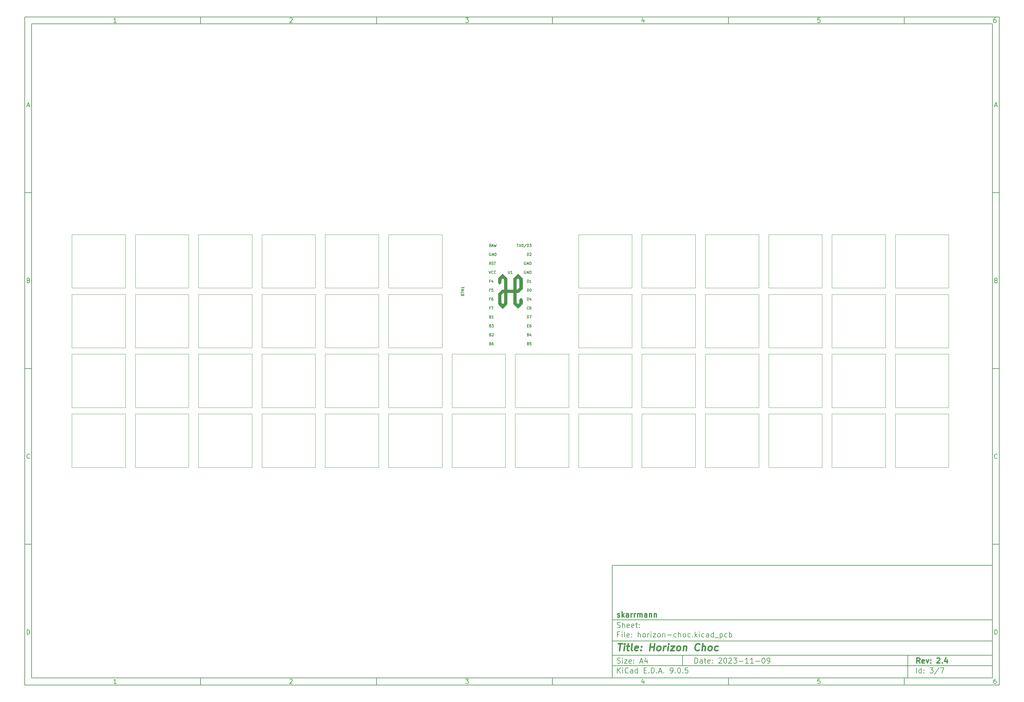
<source format=gto>
%TF.GenerationSoftware,KiCad,Pcbnew,9.0.5*%
%TF.CreationDate,2026-02-19T02:28:35-07:00*%
%TF.ProjectId,horizon-choc,686f7269-7a6f-46e2-9d63-686f632e6b69,2.4*%
%TF.SameCoordinates,Original*%
%TF.FileFunction,Legend,Top*%
%TF.FilePolarity,Positive*%
%FSLAX46Y46*%
G04 Gerber Fmt 4.6, Leading zero omitted, Abs format (unit mm)*
G04 Created by KiCad (PCBNEW 9.0.5) date 2026-02-19 02:28:35*
%MOMM*%
%LPD*%
G01*
G04 APERTURE LIST*
%ADD10C,0.100000*%
%ADD11C,0.150000*%
%ADD12C,0.300000*%
%ADD13C,0.400000*%
%ADD14C,0.120000*%
%ADD15C,0.010000*%
G04 APERTURE END LIST*
D10*
D11*
X177002200Y-166007200D02*
X285002200Y-166007200D01*
X285002200Y-198007200D01*
X177002200Y-198007200D01*
X177002200Y-166007200D01*
D10*
D11*
X10000000Y-10000000D02*
X287002200Y-10000000D01*
X287002200Y-200007200D01*
X10000000Y-200007200D01*
X10000000Y-10000000D01*
D10*
D11*
X12000000Y-12000000D02*
X285002200Y-12000000D01*
X285002200Y-198007200D01*
X12000000Y-198007200D01*
X12000000Y-12000000D01*
D10*
D11*
X60000000Y-12000000D02*
X60000000Y-10000000D01*
D10*
D11*
X110000000Y-12000000D02*
X110000000Y-10000000D01*
D10*
D11*
X160000000Y-12000000D02*
X160000000Y-10000000D01*
D10*
D11*
X210000000Y-12000000D02*
X210000000Y-10000000D01*
D10*
D11*
X260000000Y-12000000D02*
X260000000Y-10000000D01*
D10*
D11*
X36089160Y-11593604D02*
X35346303Y-11593604D01*
X35717731Y-11593604D02*
X35717731Y-10293604D01*
X35717731Y-10293604D02*
X35593922Y-10479319D01*
X35593922Y-10479319D02*
X35470112Y-10603128D01*
X35470112Y-10603128D02*
X35346303Y-10665033D01*
D10*
D11*
X85346303Y-10417414D02*
X85408207Y-10355509D01*
X85408207Y-10355509D02*
X85532017Y-10293604D01*
X85532017Y-10293604D02*
X85841541Y-10293604D01*
X85841541Y-10293604D02*
X85965350Y-10355509D01*
X85965350Y-10355509D02*
X86027255Y-10417414D01*
X86027255Y-10417414D02*
X86089160Y-10541223D01*
X86089160Y-10541223D02*
X86089160Y-10665033D01*
X86089160Y-10665033D02*
X86027255Y-10850747D01*
X86027255Y-10850747D02*
X85284398Y-11593604D01*
X85284398Y-11593604D02*
X86089160Y-11593604D01*
D10*
D11*
X135284398Y-10293604D02*
X136089160Y-10293604D01*
X136089160Y-10293604D02*
X135655826Y-10788842D01*
X135655826Y-10788842D02*
X135841541Y-10788842D01*
X135841541Y-10788842D02*
X135965350Y-10850747D01*
X135965350Y-10850747D02*
X136027255Y-10912652D01*
X136027255Y-10912652D02*
X136089160Y-11036461D01*
X136089160Y-11036461D02*
X136089160Y-11345985D01*
X136089160Y-11345985D02*
X136027255Y-11469795D01*
X136027255Y-11469795D02*
X135965350Y-11531700D01*
X135965350Y-11531700D02*
X135841541Y-11593604D01*
X135841541Y-11593604D02*
X135470112Y-11593604D01*
X135470112Y-11593604D02*
X135346303Y-11531700D01*
X135346303Y-11531700D02*
X135284398Y-11469795D01*
D10*
D11*
X185965350Y-10726938D02*
X185965350Y-11593604D01*
X185655826Y-10231700D02*
X185346303Y-11160271D01*
X185346303Y-11160271D02*
X186151064Y-11160271D01*
D10*
D11*
X236027255Y-10293604D02*
X235408207Y-10293604D01*
X235408207Y-10293604D02*
X235346303Y-10912652D01*
X235346303Y-10912652D02*
X235408207Y-10850747D01*
X235408207Y-10850747D02*
X235532017Y-10788842D01*
X235532017Y-10788842D02*
X235841541Y-10788842D01*
X235841541Y-10788842D02*
X235965350Y-10850747D01*
X235965350Y-10850747D02*
X236027255Y-10912652D01*
X236027255Y-10912652D02*
X236089160Y-11036461D01*
X236089160Y-11036461D02*
X236089160Y-11345985D01*
X236089160Y-11345985D02*
X236027255Y-11469795D01*
X236027255Y-11469795D02*
X235965350Y-11531700D01*
X235965350Y-11531700D02*
X235841541Y-11593604D01*
X235841541Y-11593604D02*
X235532017Y-11593604D01*
X235532017Y-11593604D02*
X235408207Y-11531700D01*
X235408207Y-11531700D02*
X235346303Y-11469795D01*
D10*
D11*
X285965350Y-10293604D02*
X285717731Y-10293604D01*
X285717731Y-10293604D02*
X285593922Y-10355509D01*
X285593922Y-10355509D02*
X285532017Y-10417414D01*
X285532017Y-10417414D02*
X285408207Y-10603128D01*
X285408207Y-10603128D02*
X285346303Y-10850747D01*
X285346303Y-10850747D02*
X285346303Y-11345985D01*
X285346303Y-11345985D02*
X285408207Y-11469795D01*
X285408207Y-11469795D02*
X285470112Y-11531700D01*
X285470112Y-11531700D02*
X285593922Y-11593604D01*
X285593922Y-11593604D02*
X285841541Y-11593604D01*
X285841541Y-11593604D02*
X285965350Y-11531700D01*
X285965350Y-11531700D02*
X286027255Y-11469795D01*
X286027255Y-11469795D02*
X286089160Y-11345985D01*
X286089160Y-11345985D02*
X286089160Y-11036461D01*
X286089160Y-11036461D02*
X286027255Y-10912652D01*
X286027255Y-10912652D02*
X285965350Y-10850747D01*
X285965350Y-10850747D02*
X285841541Y-10788842D01*
X285841541Y-10788842D02*
X285593922Y-10788842D01*
X285593922Y-10788842D02*
X285470112Y-10850747D01*
X285470112Y-10850747D02*
X285408207Y-10912652D01*
X285408207Y-10912652D02*
X285346303Y-11036461D01*
D10*
D11*
X60000000Y-198007200D02*
X60000000Y-200007200D01*
D10*
D11*
X110000000Y-198007200D02*
X110000000Y-200007200D01*
D10*
D11*
X160000000Y-198007200D02*
X160000000Y-200007200D01*
D10*
D11*
X210000000Y-198007200D02*
X210000000Y-200007200D01*
D10*
D11*
X260000000Y-198007200D02*
X260000000Y-200007200D01*
D10*
D11*
X36089160Y-199600804D02*
X35346303Y-199600804D01*
X35717731Y-199600804D02*
X35717731Y-198300804D01*
X35717731Y-198300804D02*
X35593922Y-198486519D01*
X35593922Y-198486519D02*
X35470112Y-198610328D01*
X35470112Y-198610328D02*
X35346303Y-198672233D01*
D10*
D11*
X85346303Y-198424614D02*
X85408207Y-198362709D01*
X85408207Y-198362709D02*
X85532017Y-198300804D01*
X85532017Y-198300804D02*
X85841541Y-198300804D01*
X85841541Y-198300804D02*
X85965350Y-198362709D01*
X85965350Y-198362709D02*
X86027255Y-198424614D01*
X86027255Y-198424614D02*
X86089160Y-198548423D01*
X86089160Y-198548423D02*
X86089160Y-198672233D01*
X86089160Y-198672233D02*
X86027255Y-198857947D01*
X86027255Y-198857947D02*
X85284398Y-199600804D01*
X85284398Y-199600804D02*
X86089160Y-199600804D01*
D10*
D11*
X135284398Y-198300804D02*
X136089160Y-198300804D01*
X136089160Y-198300804D02*
X135655826Y-198796042D01*
X135655826Y-198796042D02*
X135841541Y-198796042D01*
X135841541Y-198796042D02*
X135965350Y-198857947D01*
X135965350Y-198857947D02*
X136027255Y-198919852D01*
X136027255Y-198919852D02*
X136089160Y-199043661D01*
X136089160Y-199043661D02*
X136089160Y-199353185D01*
X136089160Y-199353185D02*
X136027255Y-199476995D01*
X136027255Y-199476995D02*
X135965350Y-199538900D01*
X135965350Y-199538900D02*
X135841541Y-199600804D01*
X135841541Y-199600804D02*
X135470112Y-199600804D01*
X135470112Y-199600804D02*
X135346303Y-199538900D01*
X135346303Y-199538900D02*
X135284398Y-199476995D01*
D10*
D11*
X185965350Y-198734138D02*
X185965350Y-199600804D01*
X185655826Y-198238900D02*
X185346303Y-199167471D01*
X185346303Y-199167471D02*
X186151064Y-199167471D01*
D10*
D11*
X236027255Y-198300804D02*
X235408207Y-198300804D01*
X235408207Y-198300804D02*
X235346303Y-198919852D01*
X235346303Y-198919852D02*
X235408207Y-198857947D01*
X235408207Y-198857947D02*
X235532017Y-198796042D01*
X235532017Y-198796042D02*
X235841541Y-198796042D01*
X235841541Y-198796042D02*
X235965350Y-198857947D01*
X235965350Y-198857947D02*
X236027255Y-198919852D01*
X236027255Y-198919852D02*
X236089160Y-199043661D01*
X236089160Y-199043661D02*
X236089160Y-199353185D01*
X236089160Y-199353185D02*
X236027255Y-199476995D01*
X236027255Y-199476995D02*
X235965350Y-199538900D01*
X235965350Y-199538900D02*
X235841541Y-199600804D01*
X235841541Y-199600804D02*
X235532017Y-199600804D01*
X235532017Y-199600804D02*
X235408207Y-199538900D01*
X235408207Y-199538900D02*
X235346303Y-199476995D01*
D10*
D11*
X285965350Y-198300804D02*
X285717731Y-198300804D01*
X285717731Y-198300804D02*
X285593922Y-198362709D01*
X285593922Y-198362709D02*
X285532017Y-198424614D01*
X285532017Y-198424614D02*
X285408207Y-198610328D01*
X285408207Y-198610328D02*
X285346303Y-198857947D01*
X285346303Y-198857947D02*
X285346303Y-199353185D01*
X285346303Y-199353185D02*
X285408207Y-199476995D01*
X285408207Y-199476995D02*
X285470112Y-199538900D01*
X285470112Y-199538900D02*
X285593922Y-199600804D01*
X285593922Y-199600804D02*
X285841541Y-199600804D01*
X285841541Y-199600804D02*
X285965350Y-199538900D01*
X285965350Y-199538900D02*
X286027255Y-199476995D01*
X286027255Y-199476995D02*
X286089160Y-199353185D01*
X286089160Y-199353185D02*
X286089160Y-199043661D01*
X286089160Y-199043661D02*
X286027255Y-198919852D01*
X286027255Y-198919852D02*
X285965350Y-198857947D01*
X285965350Y-198857947D02*
X285841541Y-198796042D01*
X285841541Y-198796042D02*
X285593922Y-198796042D01*
X285593922Y-198796042D02*
X285470112Y-198857947D01*
X285470112Y-198857947D02*
X285408207Y-198919852D01*
X285408207Y-198919852D02*
X285346303Y-199043661D01*
D10*
D11*
X10000000Y-60000000D02*
X12000000Y-60000000D01*
D10*
D11*
X10000000Y-110000000D02*
X12000000Y-110000000D01*
D10*
D11*
X10000000Y-160000000D02*
X12000000Y-160000000D01*
D10*
D11*
X10690476Y-35222176D02*
X11309523Y-35222176D01*
X10566666Y-35593604D02*
X10999999Y-34293604D01*
X10999999Y-34293604D02*
X11433333Y-35593604D01*
D10*
D11*
X11092857Y-84912652D02*
X11278571Y-84974557D01*
X11278571Y-84974557D02*
X11340476Y-85036461D01*
X11340476Y-85036461D02*
X11402380Y-85160271D01*
X11402380Y-85160271D02*
X11402380Y-85345985D01*
X11402380Y-85345985D02*
X11340476Y-85469795D01*
X11340476Y-85469795D02*
X11278571Y-85531700D01*
X11278571Y-85531700D02*
X11154761Y-85593604D01*
X11154761Y-85593604D02*
X10659523Y-85593604D01*
X10659523Y-85593604D02*
X10659523Y-84293604D01*
X10659523Y-84293604D02*
X11092857Y-84293604D01*
X11092857Y-84293604D02*
X11216666Y-84355509D01*
X11216666Y-84355509D02*
X11278571Y-84417414D01*
X11278571Y-84417414D02*
X11340476Y-84541223D01*
X11340476Y-84541223D02*
X11340476Y-84665033D01*
X11340476Y-84665033D02*
X11278571Y-84788842D01*
X11278571Y-84788842D02*
X11216666Y-84850747D01*
X11216666Y-84850747D02*
X11092857Y-84912652D01*
X11092857Y-84912652D02*
X10659523Y-84912652D01*
D10*
D11*
X11402380Y-135469795D02*
X11340476Y-135531700D01*
X11340476Y-135531700D02*
X11154761Y-135593604D01*
X11154761Y-135593604D02*
X11030952Y-135593604D01*
X11030952Y-135593604D02*
X10845238Y-135531700D01*
X10845238Y-135531700D02*
X10721428Y-135407890D01*
X10721428Y-135407890D02*
X10659523Y-135284080D01*
X10659523Y-135284080D02*
X10597619Y-135036461D01*
X10597619Y-135036461D02*
X10597619Y-134850747D01*
X10597619Y-134850747D02*
X10659523Y-134603128D01*
X10659523Y-134603128D02*
X10721428Y-134479319D01*
X10721428Y-134479319D02*
X10845238Y-134355509D01*
X10845238Y-134355509D02*
X11030952Y-134293604D01*
X11030952Y-134293604D02*
X11154761Y-134293604D01*
X11154761Y-134293604D02*
X11340476Y-134355509D01*
X11340476Y-134355509D02*
X11402380Y-134417414D01*
D10*
D11*
X10659523Y-185593604D02*
X10659523Y-184293604D01*
X10659523Y-184293604D02*
X10969047Y-184293604D01*
X10969047Y-184293604D02*
X11154761Y-184355509D01*
X11154761Y-184355509D02*
X11278571Y-184479319D01*
X11278571Y-184479319D02*
X11340476Y-184603128D01*
X11340476Y-184603128D02*
X11402380Y-184850747D01*
X11402380Y-184850747D02*
X11402380Y-185036461D01*
X11402380Y-185036461D02*
X11340476Y-185284080D01*
X11340476Y-185284080D02*
X11278571Y-185407890D01*
X11278571Y-185407890D02*
X11154761Y-185531700D01*
X11154761Y-185531700D02*
X10969047Y-185593604D01*
X10969047Y-185593604D02*
X10659523Y-185593604D01*
D10*
D11*
X287002200Y-60000000D02*
X285002200Y-60000000D01*
D10*
D11*
X287002200Y-110000000D02*
X285002200Y-110000000D01*
D10*
D11*
X287002200Y-160000000D02*
X285002200Y-160000000D01*
D10*
D11*
X285692676Y-35222176D02*
X286311723Y-35222176D01*
X285568866Y-35593604D02*
X286002199Y-34293604D01*
X286002199Y-34293604D02*
X286435533Y-35593604D01*
D10*
D11*
X286095057Y-84912652D02*
X286280771Y-84974557D01*
X286280771Y-84974557D02*
X286342676Y-85036461D01*
X286342676Y-85036461D02*
X286404580Y-85160271D01*
X286404580Y-85160271D02*
X286404580Y-85345985D01*
X286404580Y-85345985D02*
X286342676Y-85469795D01*
X286342676Y-85469795D02*
X286280771Y-85531700D01*
X286280771Y-85531700D02*
X286156961Y-85593604D01*
X286156961Y-85593604D02*
X285661723Y-85593604D01*
X285661723Y-85593604D02*
X285661723Y-84293604D01*
X285661723Y-84293604D02*
X286095057Y-84293604D01*
X286095057Y-84293604D02*
X286218866Y-84355509D01*
X286218866Y-84355509D02*
X286280771Y-84417414D01*
X286280771Y-84417414D02*
X286342676Y-84541223D01*
X286342676Y-84541223D02*
X286342676Y-84665033D01*
X286342676Y-84665033D02*
X286280771Y-84788842D01*
X286280771Y-84788842D02*
X286218866Y-84850747D01*
X286218866Y-84850747D02*
X286095057Y-84912652D01*
X286095057Y-84912652D02*
X285661723Y-84912652D01*
D10*
D11*
X286404580Y-135469795D02*
X286342676Y-135531700D01*
X286342676Y-135531700D02*
X286156961Y-135593604D01*
X286156961Y-135593604D02*
X286033152Y-135593604D01*
X286033152Y-135593604D02*
X285847438Y-135531700D01*
X285847438Y-135531700D02*
X285723628Y-135407890D01*
X285723628Y-135407890D02*
X285661723Y-135284080D01*
X285661723Y-135284080D02*
X285599819Y-135036461D01*
X285599819Y-135036461D02*
X285599819Y-134850747D01*
X285599819Y-134850747D02*
X285661723Y-134603128D01*
X285661723Y-134603128D02*
X285723628Y-134479319D01*
X285723628Y-134479319D02*
X285847438Y-134355509D01*
X285847438Y-134355509D02*
X286033152Y-134293604D01*
X286033152Y-134293604D02*
X286156961Y-134293604D01*
X286156961Y-134293604D02*
X286342676Y-134355509D01*
X286342676Y-134355509D02*
X286404580Y-134417414D01*
D10*
D11*
X285661723Y-185593604D02*
X285661723Y-184293604D01*
X285661723Y-184293604D02*
X285971247Y-184293604D01*
X285971247Y-184293604D02*
X286156961Y-184355509D01*
X286156961Y-184355509D02*
X286280771Y-184479319D01*
X286280771Y-184479319D02*
X286342676Y-184603128D01*
X286342676Y-184603128D02*
X286404580Y-184850747D01*
X286404580Y-184850747D02*
X286404580Y-185036461D01*
X286404580Y-185036461D02*
X286342676Y-185284080D01*
X286342676Y-185284080D02*
X286280771Y-185407890D01*
X286280771Y-185407890D02*
X286156961Y-185531700D01*
X286156961Y-185531700D02*
X285971247Y-185593604D01*
X285971247Y-185593604D02*
X285661723Y-185593604D01*
D10*
D11*
X200458026Y-193793328D02*
X200458026Y-192293328D01*
X200458026Y-192293328D02*
X200815169Y-192293328D01*
X200815169Y-192293328D02*
X201029455Y-192364757D01*
X201029455Y-192364757D02*
X201172312Y-192507614D01*
X201172312Y-192507614D02*
X201243741Y-192650471D01*
X201243741Y-192650471D02*
X201315169Y-192936185D01*
X201315169Y-192936185D02*
X201315169Y-193150471D01*
X201315169Y-193150471D02*
X201243741Y-193436185D01*
X201243741Y-193436185D02*
X201172312Y-193579042D01*
X201172312Y-193579042D02*
X201029455Y-193721900D01*
X201029455Y-193721900D02*
X200815169Y-193793328D01*
X200815169Y-193793328D02*
X200458026Y-193793328D01*
X202600884Y-193793328D02*
X202600884Y-193007614D01*
X202600884Y-193007614D02*
X202529455Y-192864757D01*
X202529455Y-192864757D02*
X202386598Y-192793328D01*
X202386598Y-192793328D02*
X202100884Y-192793328D01*
X202100884Y-192793328D02*
X201958026Y-192864757D01*
X202600884Y-193721900D02*
X202458026Y-193793328D01*
X202458026Y-193793328D02*
X202100884Y-193793328D01*
X202100884Y-193793328D02*
X201958026Y-193721900D01*
X201958026Y-193721900D02*
X201886598Y-193579042D01*
X201886598Y-193579042D02*
X201886598Y-193436185D01*
X201886598Y-193436185D02*
X201958026Y-193293328D01*
X201958026Y-193293328D02*
X202100884Y-193221900D01*
X202100884Y-193221900D02*
X202458026Y-193221900D01*
X202458026Y-193221900D02*
X202600884Y-193150471D01*
X203100884Y-192793328D02*
X203672312Y-192793328D01*
X203315169Y-192293328D02*
X203315169Y-193579042D01*
X203315169Y-193579042D02*
X203386598Y-193721900D01*
X203386598Y-193721900D02*
X203529455Y-193793328D01*
X203529455Y-193793328D02*
X203672312Y-193793328D01*
X204743741Y-193721900D02*
X204600884Y-193793328D01*
X204600884Y-193793328D02*
X204315170Y-193793328D01*
X204315170Y-193793328D02*
X204172312Y-193721900D01*
X204172312Y-193721900D02*
X204100884Y-193579042D01*
X204100884Y-193579042D02*
X204100884Y-193007614D01*
X204100884Y-193007614D02*
X204172312Y-192864757D01*
X204172312Y-192864757D02*
X204315170Y-192793328D01*
X204315170Y-192793328D02*
X204600884Y-192793328D01*
X204600884Y-192793328D02*
X204743741Y-192864757D01*
X204743741Y-192864757D02*
X204815170Y-193007614D01*
X204815170Y-193007614D02*
X204815170Y-193150471D01*
X204815170Y-193150471D02*
X204100884Y-193293328D01*
X205458026Y-193650471D02*
X205529455Y-193721900D01*
X205529455Y-193721900D02*
X205458026Y-193793328D01*
X205458026Y-193793328D02*
X205386598Y-193721900D01*
X205386598Y-193721900D02*
X205458026Y-193650471D01*
X205458026Y-193650471D02*
X205458026Y-193793328D01*
X205458026Y-192864757D02*
X205529455Y-192936185D01*
X205529455Y-192936185D02*
X205458026Y-193007614D01*
X205458026Y-193007614D02*
X205386598Y-192936185D01*
X205386598Y-192936185D02*
X205458026Y-192864757D01*
X205458026Y-192864757D02*
X205458026Y-193007614D01*
X207243741Y-192436185D02*
X207315169Y-192364757D01*
X207315169Y-192364757D02*
X207458027Y-192293328D01*
X207458027Y-192293328D02*
X207815169Y-192293328D01*
X207815169Y-192293328D02*
X207958027Y-192364757D01*
X207958027Y-192364757D02*
X208029455Y-192436185D01*
X208029455Y-192436185D02*
X208100884Y-192579042D01*
X208100884Y-192579042D02*
X208100884Y-192721900D01*
X208100884Y-192721900D02*
X208029455Y-192936185D01*
X208029455Y-192936185D02*
X207172312Y-193793328D01*
X207172312Y-193793328D02*
X208100884Y-193793328D01*
X209029455Y-192293328D02*
X209172312Y-192293328D01*
X209172312Y-192293328D02*
X209315169Y-192364757D01*
X209315169Y-192364757D02*
X209386598Y-192436185D01*
X209386598Y-192436185D02*
X209458026Y-192579042D01*
X209458026Y-192579042D02*
X209529455Y-192864757D01*
X209529455Y-192864757D02*
X209529455Y-193221900D01*
X209529455Y-193221900D02*
X209458026Y-193507614D01*
X209458026Y-193507614D02*
X209386598Y-193650471D01*
X209386598Y-193650471D02*
X209315169Y-193721900D01*
X209315169Y-193721900D02*
X209172312Y-193793328D01*
X209172312Y-193793328D02*
X209029455Y-193793328D01*
X209029455Y-193793328D02*
X208886598Y-193721900D01*
X208886598Y-193721900D02*
X208815169Y-193650471D01*
X208815169Y-193650471D02*
X208743740Y-193507614D01*
X208743740Y-193507614D02*
X208672312Y-193221900D01*
X208672312Y-193221900D02*
X208672312Y-192864757D01*
X208672312Y-192864757D02*
X208743740Y-192579042D01*
X208743740Y-192579042D02*
X208815169Y-192436185D01*
X208815169Y-192436185D02*
X208886598Y-192364757D01*
X208886598Y-192364757D02*
X209029455Y-192293328D01*
X210100883Y-192436185D02*
X210172311Y-192364757D01*
X210172311Y-192364757D02*
X210315169Y-192293328D01*
X210315169Y-192293328D02*
X210672311Y-192293328D01*
X210672311Y-192293328D02*
X210815169Y-192364757D01*
X210815169Y-192364757D02*
X210886597Y-192436185D01*
X210886597Y-192436185D02*
X210958026Y-192579042D01*
X210958026Y-192579042D02*
X210958026Y-192721900D01*
X210958026Y-192721900D02*
X210886597Y-192936185D01*
X210886597Y-192936185D02*
X210029454Y-193793328D01*
X210029454Y-193793328D02*
X210958026Y-193793328D01*
X211458025Y-192293328D02*
X212386597Y-192293328D01*
X212386597Y-192293328D02*
X211886597Y-192864757D01*
X211886597Y-192864757D02*
X212100882Y-192864757D01*
X212100882Y-192864757D02*
X212243740Y-192936185D01*
X212243740Y-192936185D02*
X212315168Y-193007614D01*
X212315168Y-193007614D02*
X212386597Y-193150471D01*
X212386597Y-193150471D02*
X212386597Y-193507614D01*
X212386597Y-193507614D02*
X212315168Y-193650471D01*
X212315168Y-193650471D02*
X212243740Y-193721900D01*
X212243740Y-193721900D02*
X212100882Y-193793328D01*
X212100882Y-193793328D02*
X211672311Y-193793328D01*
X211672311Y-193793328D02*
X211529454Y-193721900D01*
X211529454Y-193721900D02*
X211458025Y-193650471D01*
X213029453Y-193221900D02*
X214172311Y-193221900D01*
X215672311Y-193793328D02*
X214815168Y-193793328D01*
X215243739Y-193793328D02*
X215243739Y-192293328D01*
X215243739Y-192293328D02*
X215100882Y-192507614D01*
X215100882Y-192507614D02*
X214958025Y-192650471D01*
X214958025Y-192650471D02*
X214815168Y-192721900D01*
X217100882Y-193793328D02*
X216243739Y-193793328D01*
X216672310Y-193793328D02*
X216672310Y-192293328D01*
X216672310Y-192293328D02*
X216529453Y-192507614D01*
X216529453Y-192507614D02*
X216386596Y-192650471D01*
X216386596Y-192650471D02*
X216243739Y-192721900D01*
X217743738Y-193221900D02*
X218886596Y-193221900D01*
X219886596Y-192293328D02*
X220029453Y-192293328D01*
X220029453Y-192293328D02*
X220172310Y-192364757D01*
X220172310Y-192364757D02*
X220243739Y-192436185D01*
X220243739Y-192436185D02*
X220315167Y-192579042D01*
X220315167Y-192579042D02*
X220386596Y-192864757D01*
X220386596Y-192864757D02*
X220386596Y-193221900D01*
X220386596Y-193221900D02*
X220315167Y-193507614D01*
X220315167Y-193507614D02*
X220243739Y-193650471D01*
X220243739Y-193650471D02*
X220172310Y-193721900D01*
X220172310Y-193721900D02*
X220029453Y-193793328D01*
X220029453Y-193793328D02*
X219886596Y-193793328D01*
X219886596Y-193793328D02*
X219743739Y-193721900D01*
X219743739Y-193721900D02*
X219672310Y-193650471D01*
X219672310Y-193650471D02*
X219600881Y-193507614D01*
X219600881Y-193507614D02*
X219529453Y-193221900D01*
X219529453Y-193221900D02*
X219529453Y-192864757D01*
X219529453Y-192864757D02*
X219600881Y-192579042D01*
X219600881Y-192579042D02*
X219672310Y-192436185D01*
X219672310Y-192436185D02*
X219743739Y-192364757D01*
X219743739Y-192364757D02*
X219886596Y-192293328D01*
X221100881Y-193793328D02*
X221386595Y-193793328D01*
X221386595Y-193793328D02*
X221529452Y-193721900D01*
X221529452Y-193721900D02*
X221600881Y-193650471D01*
X221600881Y-193650471D02*
X221743738Y-193436185D01*
X221743738Y-193436185D02*
X221815167Y-193150471D01*
X221815167Y-193150471D02*
X221815167Y-192579042D01*
X221815167Y-192579042D02*
X221743738Y-192436185D01*
X221743738Y-192436185D02*
X221672310Y-192364757D01*
X221672310Y-192364757D02*
X221529452Y-192293328D01*
X221529452Y-192293328D02*
X221243738Y-192293328D01*
X221243738Y-192293328D02*
X221100881Y-192364757D01*
X221100881Y-192364757D02*
X221029452Y-192436185D01*
X221029452Y-192436185D02*
X220958024Y-192579042D01*
X220958024Y-192579042D02*
X220958024Y-192936185D01*
X220958024Y-192936185D02*
X221029452Y-193079042D01*
X221029452Y-193079042D02*
X221100881Y-193150471D01*
X221100881Y-193150471D02*
X221243738Y-193221900D01*
X221243738Y-193221900D02*
X221529452Y-193221900D01*
X221529452Y-193221900D02*
X221672310Y-193150471D01*
X221672310Y-193150471D02*
X221743738Y-193079042D01*
X221743738Y-193079042D02*
X221815167Y-192936185D01*
D10*
D11*
X177002200Y-194507200D02*
X285002200Y-194507200D01*
D10*
D11*
X178458026Y-196593328D02*
X178458026Y-195093328D01*
X179315169Y-196593328D02*
X178672312Y-195736185D01*
X179315169Y-195093328D02*
X178458026Y-195950471D01*
X179958026Y-196593328D02*
X179958026Y-195593328D01*
X179958026Y-195093328D02*
X179886598Y-195164757D01*
X179886598Y-195164757D02*
X179958026Y-195236185D01*
X179958026Y-195236185D02*
X180029455Y-195164757D01*
X180029455Y-195164757D02*
X179958026Y-195093328D01*
X179958026Y-195093328D02*
X179958026Y-195236185D01*
X181529455Y-196450471D02*
X181458027Y-196521900D01*
X181458027Y-196521900D02*
X181243741Y-196593328D01*
X181243741Y-196593328D02*
X181100884Y-196593328D01*
X181100884Y-196593328D02*
X180886598Y-196521900D01*
X180886598Y-196521900D02*
X180743741Y-196379042D01*
X180743741Y-196379042D02*
X180672312Y-196236185D01*
X180672312Y-196236185D02*
X180600884Y-195950471D01*
X180600884Y-195950471D02*
X180600884Y-195736185D01*
X180600884Y-195736185D02*
X180672312Y-195450471D01*
X180672312Y-195450471D02*
X180743741Y-195307614D01*
X180743741Y-195307614D02*
X180886598Y-195164757D01*
X180886598Y-195164757D02*
X181100884Y-195093328D01*
X181100884Y-195093328D02*
X181243741Y-195093328D01*
X181243741Y-195093328D02*
X181458027Y-195164757D01*
X181458027Y-195164757D02*
X181529455Y-195236185D01*
X182815170Y-196593328D02*
X182815170Y-195807614D01*
X182815170Y-195807614D02*
X182743741Y-195664757D01*
X182743741Y-195664757D02*
X182600884Y-195593328D01*
X182600884Y-195593328D02*
X182315170Y-195593328D01*
X182315170Y-195593328D02*
X182172312Y-195664757D01*
X182815170Y-196521900D02*
X182672312Y-196593328D01*
X182672312Y-196593328D02*
X182315170Y-196593328D01*
X182315170Y-196593328D02*
X182172312Y-196521900D01*
X182172312Y-196521900D02*
X182100884Y-196379042D01*
X182100884Y-196379042D02*
X182100884Y-196236185D01*
X182100884Y-196236185D02*
X182172312Y-196093328D01*
X182172312Y-196093328D02*
X182315170Y-196021900D01*
X182315170Y-196021900D02*
X182672312Y-196021900D01*
X182672312Y-196021900D02*
X182815170Y-195950471D01*
X184172313Y-196593328D02*
X184172313Y-195093328D01*
X184172313Y-196521900D02*
X184029455Y-196593328D01*
X184029455Y-196593328D02*
X183743741Y-196593328D01*
X183743741Y-196593328D02*
X183600884Y-196521900D01*
X183600884Y-196521900D02*
X183529455Y-196450471D01*
X183529455Y-196450471D02*
X183458027Y-196307614D01*
X183458027Y-196307614D02*
X183458027Y-195879042D01*
X183458027Y-195879042D02*
X183529455Y-195736185D01*
X183529455Y-195736185D02*
X183600884Y-195664757D01*
X183600884Y-195664757D02*
X183743741Y-195593328D01*
X183743741Y-195593328D02*
X184029455Y-195593328D01*
X184029455Y-195593328D02*
X184172313Y-195664757D01*
X186029455Y-195807614D02*
X186529455Y-195807614D01*
X186743741Y-196593328D02*
X186029455Y-196593328D01*
X186029455Y-196593328D02*
X186029455Y-195093328D01*
X186029455Y-195093328D02*
X186743741Y-195093328D01*
X187386598Y-196450471D02*
X187458027Y-196521900D01*
X187458027Y-196521900D02*
X187386598Y-196593328D01*
X187386598Y-196593328D02*
X187315170Y-196521900D01*
X187315170Y-196521900D02*
X187386598Y-196450471D01*
X187386598Y-196450471D02*
X187386598Y-196593328D01*
X188100884Y-196593328D02*
X188100884Y-195093328D01*
X188100884Y-195093328D02*
X188458027Y-195093328D01*
X188458027Y-195093328D02*
X188672313Y-195164757D01*
X188672313Y-195164757D02*
X188815170Y-195307614D01*
X188815170Y-195307614D02*
X188886599Y-195450471D01*
X188886599Y-195450471D02*
X188958027Y-195736185D01*
X188958027Y-195736185D02*
X188958027Y-195950471D01*
X188958027Y-195950471D02*
X188886599Y-196236185D01*
X188886599Y-196236185D02*
X188815170Y-196379042D01*
X188815170Y-196379042D02*
X188672313Y-196521900D01*
X188672313Y-196521900D02*
X188458027Y-196593328D01*
X188458027Y-196593328D02*
X188100884Y-196593328D01*
X189600884Y-196450471D02*
X189672313Y-196521900D01*
X189672313Y-196521900D02*
X189600884Y-196593328D01*
X189600884Y-196593328D02*
X189529456Y-196521900D01*
X189529456Y-196521900D02*
X189600884Y-196450471D01*
X189600884Y-196450471D02*
X189600884Y-196593328D01*
X190243742Y-196164757D02*
X190958028Y-196164757D01*
X190100885Y-196593328D02*
X190600885Y-195093328D01*
X190600885Y-195093328D02*
X191100885Y-196593328D01*
X191600884Y-196450471D02*
X191672313Y-196521900D01*
X191672313Y-196521900D02*
X191600884Y-196593328D01*
X191600884Y-196593328D02*
X191529456Y-196521900D01*
X191529456Y-196521900D02*
X191600884Y-196450471D01*
X191600884Y-196450471D02*
X191600884Y-196593328D01*
X193529456Y-196593328D02*
X193815170Y-196593328D01*
X193815170Y-196593328D02*
X193958027Y-196521900D01*
X193958027Y-196521900D02*
X194029456Y-196450471D01*
X194029456Y-196450471D02*
X194172313Y-196236185D01*
X194172313Y-196236185D02*
X194243742Y-195950471D01*
X194243742Y-195950471D02*
X194243742Y-195379042D01*
X194243742Y-195379042D02*
X194172313Y-195236185D01*
X194172313Y-195236185D02*
X194100885Y-195164757D01*
X194100885Y-195164757D02*
X193958027Y-195093328D01*
X193958027Y-195093328D02*
X193672313Y-195093328D01*
X193672313Y-195093328D02*
X193529456Y-195164757D01*
X193529456Y-195164757D02*
X193458027Y-195236185D01*
X193458027Y-195236185D02*
X193386599Y-195379042D01*
X193386599Y-195379042D02*
X193386599Y-195736185D01*
X193386599Y-195736185D02*
X193458027Y-195879042D01*
X193458027Y-195879042D02*
X193529456Y-195950471D01*
X193529456Y-195950471D02*
X193672313Y-196021900D01*
X193672313Y-196021900D02*
X193958027Y-196021900D01*
X193958027Y-196021900D02*
X194100885Y-195950471D01*
X194100885Y-195950471D02*
X194172313Y-195879042D01*
X194172313Y-195879042D02*
X194243742Y-195736185D01*
X194886598Y-196450471D02*
X194958027Y-196521900D01*
X194958027Y-196521900D02*
X194886598Y-196593328D01*
X194886598Y-196593328D02*
X194815170Y-196521900D01*
X194815170Y-196521900D02*
X194886598Y-196450471D01*
X194886598Y-196450471D02*
X194886598Y-196593328D01*
X195886599Y-195093328D02*
X196029456Y-195093328D01*
X196029456Y-195093328D02*
X196172313Y-195164757D01*
X196172313Y-195164757D02*
X196243742Y-195236185D01*
X196243742Y-195236185D02*
X196315170Y-195379042D01*
X196315170Y-195379042D02*
X196386599Y-195664757D01*
X196386599Y-195664757D02*
X196386599Y-196021900D01*
X196386599Y-196021900D02*
X196315170Y-196307614D01*
X196315170Y-196307614D02*
X196243742Y-196450471D01*
X196243742Y-196450471D02*
X196172313Y-196521900D01*
X196172313Y-196521900D02*
X196029456Y-196593328D01*
X196029456Y-196593328D02*
X195886599Y-196593328D01*
X195886599Y-196593328D02*
X195743742Y-196521900D01*
X195743742Y-196521900D02*
X195672313Y-196450471D01*
X195672313Y-196450471D02*
X195600884Y-196307614D01*
X195600884Y-196307614D02*
X195529456Y-196021900D01*
X195529456Y-196021900D02*
X195529456Y-195664757D01*
X195529456Y-195664757D02*
X195600884Y-195379042D01*
X195600884Y-195379042D02*
X195672313Y-195236185D01*
X195672313Y-195236185D02*
X195743742Y-195164757D01*
X195743742Y-195164757D02*
X195886599Y-195093328D01*
X197029455Y-196450471D02*
X197100884Y-196521900D01*
X197100884Y-196521900D02*
X197029455Y-196593328D01*
X197029455Y-196593328D02*
X196958027Y-196521900D01*
X196958027Y-196521900D02*
X197029455Y-196450471D01*
X197029455Y-196450471D02*
X197029455Y-196593328D01*
X198458027Y-195093328D02*
X197743741Y-195093328D01*
X197743741Y-195093328D02*
X197672313Y-195807614D01*
X197672313Y-195807614D02*
X197743741Y-195736185D01*
X197743741Y-195736185D02*
X197886599Y-195664757D01*
X197886599Y-195664757D02*
X198243741Y-195664757D01*
X198243741Y-195664757D02*
X198386599Y-195736185D01*
X198386599Y-195736185D02*
X198458027Y-195807614D01*
X198458027Y-195807614D02*
X198529456Y-195950471D01*
X198529456Y-195950471D02*
X198529456Y-196307614D01*
X198529456Y-196307614D02*
X198458027Y-196450471D01*
X198458027Y-196450471D02*
X198386599Y-196521900D01*
X198386599Y-196521900D02*
X198243741Y-196593328D01*
X198243741Y-196593328D02*
X197886599Y-196593328D01*
X197886599Y-196593328D02*
X197743741Y-196521900D01*
X197743741Y-196521900D02*
X197672313Y-196450471D01*
D10*
D11*
X177002200Y-191507200D02*
X285002200Y-191507200D01*
D10*
D12*
X264413853Y-193785528D02*
X263913853Y-193071242D01*
X263556710Y-193785528D02*
X263556710Y-192285528D01*
X263556710Y-192285528D02*
X264128139Y-192285528D01*
X264128139Y-192285528D02*
X264270996Y-192356957D01*
X264270996Y-192356957D02*
X264342425Y-192428385D01*
X264342425Y-192428385D02*
X264413853Y-192571242D01*
X264413853Y-192571242D02*
X264413853Y-192785528D01*
X264413853Y-192785528D02*
X264342425Y-192928385D01*
X264342425Y-192928385D02*
X264270996Y-192999814D01*
X264270996Y-192999814D02*
X264128139Y-193071242D01*
X264128139Y-193071242D02*
X263556710Y-193071242D01*
X265628139Y-193714100D02*
X265485282Y-193785528D01*
X265485282Y-193785528D02*
X265199568Y-193785528D01*
X265199568Y-193785528D02*
X265056710Y-193714100D01*
X265056710Y-193714100D02*
X264985282Y-193571242D01*
X264985282Y-193571242D02*
X264985282Y-192999814D01*
X264985282Y-192999814D02*
X265056710Y-192856957D01*
X265056710Y-192856957D02*
X265199568Y-192785528D01*
X265199568Y-192785528D02*
X265485282Y-192785528D01*
X265485282Y-192785528D02*
X265628139Y-192856957D01*
X265628139Y-192856957D02*
X265699568Y-192999814D01*
X265699568Y-192999814D02*
X265699568Y-193142671D01*
X265699568Y-193142671D02*
X264985282Y-193285528D01*
X266199567Y-192785528D02*
X266556710Y-193785528D01*
X266556710Y-193785528D02*
X266913853Y-192785528D01*
X267485281Y-193642671D02*
X267556710Y-193714100D01*
X267556710Y-193714100D02*
X267485281Y-193785528D01*
X267485281Y-193785528D02*
X267413853Y-193714100D01*
X267413853Y-193714100D02*
X267485281Y-193642671D01*
X267485281Y-193642671D02*
X267485281Y-193785528D01*
X267485281Y-192856957D02*
X267556710Y-192928385D01*
X267556710Y-192928385D02*
X267485281Y-192999814D01*
X267485281Y-192999814D02*
X267413853Y-192928385D01*
X267413853Y-192928385D02*
X267485281Y-192856957D01*
X267485281Y-192856957D02*
X267485281Y-192999814D01*
X269270996Y-192428385D02*
X269342424Y-192356957D01*
X269342424Y-192356957D02*
X269485282Y-192285528D01*
X269485282Y-192285528D02*
X269842424Y-192285528D01*
X269842424Y-192285528D02*
X269985282Y-192356957D01*
X269985282Y-192356957D02*
X270056710Y-192428385D01*
X270056710Y-192428385D02*
X270128139Y-192571242D01*
X270128139Y-192571242D02*
X270128139Y-192714100D01*
X270128139Y-192714100D02*
X270056710Y-192928385D01*
X270056710Y-192928385D02*
X269199567Y-193785528D01*
X269199567Y-193785528D02*
X270128139Y-193785528D01*
X270770995Y-193642671D02*
X270842424Y-193714100D01*
X270842424Y-193714100D02*
X270770995Y-193785528D01*
X270770995Y-193785528D02*
X270699567Y-193714100D01*
X270699567Y-193714100D02*
X270770995Y-193642671D01*
X270770995Y-193642671D02*
X270770995Y-193785528D01*
X272128139Y-192785528D02*
X272128139Y-193785528D01*
X271770996Y-192214100D02*
X271413853Y-193285528D01*
X271413853Y-193285528D02*
X272342424Y-193285528D01*
D10*
D11*
X178386598Y-193721900D02*
X178600884Y-193793328D01*
X178600884Y-193793328D02*
X178958026Y-193793328D01*
X178958026Y-193793328D02*
X179100884Y-193721900D01*
X179100884Y-193721900D02*
X179172312Y-193650471D01*
X179172312Y-193650471D02*
X179243741Y-193507614D01*
X179243741Y-193507614D02*
X179243741Y-193364757D01*
X179243741Y-193364757D02*
X179172312Y-193221900D01*
X179172312Y-193221900D02*
X179100884Y-193150471D01*
X179100884Y-193150471D02*
X178958026Y-193079042D01*
X178958026Y-193079042D02*
X178672312Y-193007614D01*
X178672312Y-193007614D02*
X178529455Y-192936185D01*
X178529455Y-192936185D02*
X178458026Y-192864757D01*
X178458026Y-192864757D02*
X178386598Y-192721900D01*
X178386598Y-192721900D02*
X178386598Y-192579042D01*
X178386598Y-192579042D02*
X178458026Y-192436185D01*
X178458026Y-192436185D02*
X178529455Y-192364757D01*
X178529455Y-192364757D02*
X178672312Y-192293328D01*
X178672312Y-192293328D02*
X179029455Y-192293328D01*
X179029455Y-192293328D02*
X179243741Y-192364757D01*
X179886597Y-193793328D02*
X179886597Y-192793328D01*
X179886597Y-192293328D02*
X179815169Y-192364757D01*
X179815169Y-192364757D02*
X179886597Y-192436185D01*
X179886597Y-192436185D02*
X179958026Y-192364757D01*
X179958026Y-192364757D02*
X179886597Y-192293328D01*
X179886597Y-192293328D02*
X179886597Y-192436185D01*
X180458026Y-192793328D02*
X181243741Y-192793328D01*
X181243741Y-192793328D02*
X180458026Y-193793328D01*
X180458026Y-193793328D02*
X181243741Y-193793328D01*
X182386598Y-193721900D02*
X182243741Y-193793328D01*
X182243741Y-193793328D02*
X181958027Y-193793328D01*
X181958027Y-193793328D02*
X181815169Y-193721900D01*
X181815169Y-193721900D02*
X181743741Y-193579042D01*
X181743741Y-193579042D02*
X181743741Y-193007614D01*
X181743741Y-193007614D02*
X181815169Y-192864757D01*
X181815169Y-192864757D02*
X181958027Y-192793328D01*
X181958027Y-192793328D02*
X182243741Y-192793328D01*
X182243741Y-192793328D02*
X182386598Y-192864757D01*
X182386598Y-192864757D02*
X182458027Y-193007614D01*
X182458027Y-193007614D02*
X182458027Y-193150471D01*
X182458027Y-193150471D02*
X181743741Y-193293328D01*
X183100883Y-193650471D02*
X183172312Y-193721900D01*
X183172312Y-193721900D02*
X183100883Y-193793328D01*
X183100883Y-193793328D02*
X183029455Y-193721900D01*
X183029455Y-193721900D02*
X183100883Y-193650471D01*
X183100883Y-193650471D02*
X183100883Y-193793328D01*
X183100883Y-192864757D02*
X183172312Y-192936185D01*
X183172312Y-192936185D02*
X183100883Y-193007614D01*
X183100883Y-193007614D02*
X183029455Y-192936185D01*
X183029455Y-192936185D02*
X183100883Y-192864757D01*
X183100883Y-192864757D02*
X183100883Y-193007614D01*
X184886598Y-193364757D02*
X185600884Y-193364757D01*
X184743741Y-193793328D02*
X185243741Y-192293328D01*
X185243741Y-192293328D02*
X185743741Y-193793328D01*
X186886598Y-192793328D02*
X186886598Y-193793328D01*
X186529455Y-192221900D02*
X186172312Y-193293328D01*
X186172312Y-193293328D02*
X187100883Y-193293328D01*
D10*
D11*
X263458026Y-196593328D02*
X263458026Y-195093328D01*
X264815170Y-196593328D02*
X264815170Y-195093328D01*
X264815170Y-196521900D02*
X264672312Y-196593328D01*
X264672312Y-196593328D02*
X264386598Y-196593328D01*
X264386598Y-196593328D02*
X264243741Y-196521900D01*
X264243741Y-196521900D02*
X264172312Y-196450471D01*
X264172312Y-196450471D02*
X264100884Y-196307614D01*
X264100884Y-196307614D02*
X264100884Y-195879042D01*
X264100884Y-195879042D02*
X264172312Y-195736185D01*
X264172312Y-195736185D02*
X264243741Y-195664757D01*
X264243741Y-195664757D02*
X264386598Y-195593328D01*
X264386598Y-195593328D02*
X264672312Y-195593328D01*
X264672312Y-195593328D02*
X264815170Y-195664757D01*
X265529455Y-196450471D02*
X265600884Y-196521900D01*
X265600884Y-196521900D02*
X265529455Y-196593328D01*
X265529455Y-196593328D02*
X265458027Y-196521900D01*
X265458027Y-196521900D02*
X265529455Y-196450471D01*
X265529455Y-196450471D02*
X265529455Y-196593328D01*
X265529455Y-195664757D02*
X265600884Y-195736185D01*
X265600884Y-195736185D02*
X265529455Y-195807614D01*
X265529455Y-195807614D02*
X265458027Y-195736185D01*
X265458027Y-195736185D02*
X265529455Y-195664757D01*
X265529455Y-195664757D02*
X265529455Y-195807614D01*
X267243741Y-195093328D02*
X268172313Y-195093328D01*
X268172313Y-195093328D02*
X267672313Y-195664757D01*
X267672313Y-195664757D02*
X267886598Y-195664757D01*
X267886598Y-195664757D02*
X268029456Y-195736185D01*
X268029456Y-195736185D02*
X268100884Y-195807614D01*
X268100884Y-195807614D02*
X268172313Y-195950471D01*
X268172313Y-195950471D02*
X268172313Y-196307614D01*
X268172313Y-196307614D02*
X268100884Y-196450471D01*
X268100884Y-196450471D02*
X268029456Y-196521900D01*
X268029456Y-196521900D02*
X267886598Y-196593328D01*
X267886598Y-196593328D02*
X267458027Y-196593328D01*
X267458027Y-196593328D02*
X267315170Y-196521900D01*
X267315170Y-196521900D02*
X267243741Y-196450471D01*
X269886598Y-195021900D02*
X268600884Y-196950471D01*
X270243741Y-195093328D02*
X271243741Y-195093328D01*
X271243741Y-195093328D02*
X270600884Y-196593328D01*
D10*
D11*
X177002200Y-187507200D02*
X285002200Y-187507200D01*
D10*
D13*
X178693928Y-188211638D02*
X179836785Y-188211638D01*
X179015357Y-190211638D02*
X179265357Y-188211638D01*
X180253452Y-190211638D02*
X180420119Y-188878304D01*
X180503452Y-188211638D02*
X180396309Y-188306876D01*
X180396309Y-188306876D02*
X180479643Y-188402114D01*
X180479643Y-188402114D02*
X180586786Y-188306876D01*
X180586786Y-188306876D02*
X180503452Y-188211638D01*
X180503452Y-188211638D02*
X180479643Y-188402114D01*
X181086786Y-188878304D02*
X181848690Y-188878304D01*
X181455833Y-188211638D02*
X181241548Y-189925923D01*
X181241548Y-189925923D02*
X181312976Y-190116400D01*
X181312976Y-190116400D02*
X181491548Y-190211638D01*
X181491548Y-190211638D02*
X181682024Y-190211638D01*
X182634405Y-190211638D02*
X182455833Y-190116400D01*
X182455833Y-190116400D02*
X182384405Y-189925923D01*
X182384405Y-189925923D02*
X182598690Y-188211638D01*
X184170119Y-190116400D02*
X183967738Y-190211638D01*
X183967738Y-190211638D02*
X183586785Y-190211638D01*
X183586785Y-190211638D02*
X183408214Y-190116400D01*
X183408214Y-190116400D02*
X183336785Y-189925923D01*
X183336785Y-189925923D02*
X183432024Y-189164019D01*
X183432024Y-189164019D02*
X183551071Y-188973542D01*
X183551071Y-188973542D02*
X183753452Y-188878304D01*
X183753452Y-188878304D02*
X184134404Y-188878304D01*
X184134404Y-188878304D02*
X184312976Y-188973542D01*
X184312976Y-188973542D02*
X184384404Y-189164019D01*
X184384404Y-189164019D02*
X184360595Y-189354495D01*
X184360595Y-189354495D02*
X183384404Y-189544971D01*
X185134405Y-190021161D02*
X185217738Y-190116400D01*
X185217738Y-190116400D02*
X185110595Y-190211638D01*
X185110595Y-190211638D02*
X185027262Y-190116400D01*
X185027262Y-190116400D02*
X185134405Y-190021161D01*
X185134405Y-190021161D02*
X185110595Y-190211638D01*
X185265357Y-188973542D02*
X185348690Y-189068780D01*
X185348690Y-189068780D02*
X185241548Y-189164019D01*
X185241548Y-189164019D02*
X185158214Y-189068780D01*
X185158214Y-189068780D02*
X185265357Y-188973542D01*
X185265357Y-188973542D02*
X185241548Y-189164019D01*
X187586786Y-190211638D02*
X187836786Y-188211638D01*
X187717739Y-189164019D02*
X188860596Y-189164019D01*
X188729643Y-190211638D02*
X188979643Y-188211638D01*
X189967739Y-190211638D02*
X189789167Y-190116400D01*
X189789167Y-190116400D02*
X189705834Y-190021161D01*
X189705834Y-190021161D02*
X189634405Y-189830685D01*
X189634405Y-189830685D02*
X189705834Y-189259257D01*
X189705834Y-189259257D02*
X189824881Y-189068780D01*
X189824881Y-189068780D02*
X189932024Y-188973542D01*
X189932024Y-188973542D02*
X190134405Y-188878304D01*
X190134405Y-188878304D02*
X190420119Y-188878304D01*
X190420119Y-188878304D02*
X190598691Y-188973542D01*
X190598691Y-188973542D02*
X190682024Y-189068780D01*
X190682024Y-189068780D02*
X190753453Y-189259257D01*
X190753453Y-189259257D02*
X190682024Y-189830685D01*
X190682024Y-189830685D02*
X190562977Y-190021161D01*
X190562977Y-190021161D02*
X190455834Y-190116400D01*
X190455834Y-190116400D02*
X190253453Y-190211638D01*
X190253453Y-190211638D02*
X189967739Y-190211638D01*
X191491548Y-190211638D02*
X191658215Y-188878304D01*
X191610596Y-189259257D02*
X191729643Y-189068780D01*
X191729643Y-189068780D02*
X191836786Y-188973542D01*
X191836786Y-188973542D02*
X192039167Y-188878304D01*
X192039167Y-188878304D02*
X192229643Y-188878304D01*
X192729643Y-190211638D02*
X192896310Y-188878304D01*
X192979643Y-188211638D02*
X192872500Y-188306876D01*
X192872500Y-188306876D02*
X192955834Y-188402114D01*
X192955834Y-188402114D02*
X193062977Y-188306876D01*
X193062977Y-188306876D02*
X192979643Y-188211638D01*
X192979643Y-188211638D02*
X192955834Y-188402114D01*
X193658215Y-188878304D02*
X194705834Y-188878304D01*
X194705834Y-188878304D02*
X193491548Y-190211638D01*
X193491548Y-190211638D02*
X194539167Y-190211638D01*
X195586787Y-190211638D02*
X195408215Y-190116400D01*
X195408215Y-190116400D02*
X195324882Y-190021161D01*
X195324882Y-190021161D02*
X195253453Y-189830685D01*
X195253453Y-189830685D02*
X195324882Y-189259257D01*
X195324882Y-189259257D02*
X195443929Y-189068780D01*
X195443929Y-189068780D02*
X195551072Y-188973542D01*
X195551072Y-188973542D02*
X195753453Y-188878304D01*
X195753453Y-188878304D02*
X196039167Y-188878304D01*
X196039167Y-188878304D02*
X196217739Y-188973542D01*
X196217739Y-188973542D02*
X196301072Y-189068780D01*
X196301072Y-189068780D02*
X196372501Y-189259257D01*
X196372501Y-189259257D02*
X196301072Y-189830685D01*
X196301072Y-189830685D02*
X196182025Y-190021161D01*
X196182025Y-190021161D02*
X196074882Y-190116400D01*
X196074882Y-190116400D02*
X195872501Y-190211638D01*
X195872501Y-190211638D02*
X195586787Y-190211638D01*
X197277263Y-188878304D02*
X197110596Y-190211638D01*
X197253453Y-189068780D02*
X197360596Y-188973542D01*
X197360596Y-188973542D02*
X197562977Y-188878304D01*
X197562977Y-188878304D02*
X197848691Y-188878304D01*
X197848691Y-188878304D02*
X198027263Y-188973542D01*
X198027263Y-188973542D02*
X198098691Y-189164019D01*
X198098691Y-189164019D02*
X197967739Y-190211638D01*
X201610597Y-190021161D02*
X201503454Y-190116400D01*
X201503454Y-190116400D02*
X201205835Y-190211638D01*
X201205835Y-190211638D02*
X201015359Y-190211638D01*
X201015359Y-190211638D02*
X200741549Y-190116400D01*
X200741549Y-190116400D02*
X200574883Y-189925923D01*
X200574883Y-189925923D02*
X200503454Y-189735447D01*
X200503454Y-189735447D02*
X200455835Y-189354495D01*
X200455835Y-189354495D02*
X200491549Y-189068780D01*
X200491549Y-189068780D02*
X200634406Y-188687828D01*
X200634406Y-188687828D02*
X200753454Y-188497352D01*
X200753454Y-188497352D02*
X200967740Y-188306876D01*
X200967740Y-188306876D02*
X201265359Y-188211638D01*
X201265359Y-188211638D02*
X201455835Y-188211638D01*
X201455835Y-188211638D02*
X201729645Y-188306876D01*
X201729645Y-188306876D02*
X201812978Y-188402114D01*
X202443930Y-190211638D02*
X202693930Y-188211638D01*
X203301073Y-190211638D02*
X203432025Y-189164019D01*
X203432025Y-189164019D02*
X203360597Y-188973542D01*
X203360597Y-188973542D02*
X203182025Y-188878304D01*
X203182025Y-188878304D02*
X202896311Y-188878304D01*
X202896311Y-188878304D02*
X202693930Y-188973542D01*
X202693930Y-188973542D02*
X202586787Y-189068780D01*
X204539169Y-190211638D02*
X204360597Y-190116400D01*
X204360597Y-190116400D02*
X204277264Y-190021161D01*
X204277264Y-190021161D02*
X204205835Y-189830685D01*
X204205835Y-189830685D02*
X204277264Y-189259257D01*
X204277264Y-189259257D02*
X204396311Y-189068780D01*
X204396311Y-189068780D02*
X204503454Y-188973542D01*
X204503454Y-188973542D02*
X204705835Y-188878304D01*
X204705835Y-188878304D02*
X204991549Y-188878304D01*
X204991549Y-188878304D02*
X205170121Y-188973542D01*
X205170121Y-188973542D02*
X205253454Y-189068780D01*
X205253454Y-189068780D02*
X205324883Y-189259257D01*
X205324883Y-189259257D02*
X205253454Y-189830685D01*
X205253454Y-189830685D02*
X205134407Y-190021161D01*
X205134407Y-190021161D02*
X205027264Y-190116400D01*
X205027264Y-190116400D02*
X204824883Y-190211638D01*
X204824883Y-190211638D02*
X204539169Y-190211638D01*
X206932026Y-190116400D02*
X206729645Y-190211638D01*
X206729645Y-190211638D02*
X206348693Y-190211638D01*
X206348693Y-190211638D02*
X206170121Y-190116400D01*
X206170121Y-190116400D02*
X206086788Y-190021161D01*
X206086788Y-190021161D02*
X206015359Y-189830685D01*
X206015359Y-189830685D02*
X206086788Y-189259257D01*
X206086788Y-189259257D02*
X206205835Y-189068780D01*
X206205835Y-189068780D02*
X206312978Y-188973542D01*
X206312978Y-188973542D02*
X206515359Y-188878304D01*
X206515359Y-188878304D02*
X206896312Y-188878304D01*
X206896312Y-188878304D02*
X207074883Y-188973542D01*
D10*
D11*
X178958026Y-185607614D02*
X178458026Y-185607614D01*
X178458026Y-186393328D02*
X178458026Y-184893328D01*
X178458026Y-184893328D02*
X179172312Y-184893328D01*
X179743740Y-186393328D02*
X179743740Y-185393328D01*
X179743740Y-184893328D02*
X179672312Y-184964757D01*
X179672312Y-184964757D02*
X179743740Y-185036185D01*
X179743740Y-185036185D02*
X179815169Y-184964757D01*
X179815169Y-184964757D02*
X179743740Y-184893328D01*
X179743740Y-184893328D02*
X179743740Y-185036185D01*
X180672312Y-186393328D02*
X180529455Y-186321900D01*
X180529455Y-186321900D02*
X180458026Y-186179042D01*
X180458026Y-186179042D02*
X180458026Y-184893328D01*
X181815169Y-186321900D02*
X181672312Y-186393328D01*
X181672312Y-186393328D02*
X181386598Y-186393328D01*
X181386598Y-186393328D02*
X181243740Y-186321900D01*
X181243740Y-186321900D02*
X181172312Y-186179042D01*
X181172312Y-186179042D02*
X181172312Y-185607614D01*
X181172312Y-185607614D02*
X181243740Y-185464757D01*
X181243740Y-185464757D02*
X181386598Y-185393328D01*
X181386598Y-185393328D02*
X181672312Y-185393328D01*
X181672312Y-185393328D02*
X181815169Y-185464757D01*
X181815169Y-185464757D02*
X181886598Y-185607614D01*
X181886598Y-185607614D02*
X181886598Y-185750471D01*
X181886598Y-185750471D02*
X181172312Y-185893328D01*
X182529454Y-186250471D02*
X182600883Y-186321900D01*
X182600883Y-186321900D02*
X182529454Y-186393328D01*
X182529454Y-186393328D02*
X182458026Y-186321900D01*
X182458026Y-186321900D02*
X182529454Y-186250471D01*
X182529454Y-186250471D02*
X182529454Y-186393328D01*
X182529454Y-185464757D02*
X182600883Y-185536185D01*
X182600883Y-185536185D02*
X182529454Y-185607614D01*
X182529454Y-185607614D02*
X182458026Y-185536185D01*
X182458026Y-185536185D02*
X182529454Y-185464757D01*
X182529454Y-185464757D02*
X182529454Y-185607614D01*
X184386597Y-186393328D02*
X184386597Y-184893328D01*
X185029455Y-186393328D02*
X185029455Y-185607614D01*
X185029455Y-185607614D02*
X184958026Y-185464757D01*
X184958026Y-185464757D02*
X184815169Y-185393328D01*
X184815169Y-185393328D02*
X184600883Y-185393328D01*
X184600883Y-185393328D02*
X184458026Y-185464757D01*
X184458026Y-185464757D02*
X184386597Y-185536185D01*
X185958026Y-186393328D02*
X185815169Y-186321900D01*
X185815169Y-186321900D02*
X185743740Y-186250471D01*
X185743740Y-186250471D02*
X185672312Y-186107614D01*
X185672312Y-186107614D02*
X185672312Y-185679042D01*
X185672312Y-185679042D02*
X185743740Y-185536185D01*
X185743740Y-185536185D02*
X185815169Y-185464757D01*
X185815169Y-185464757D02*
X185958026Y-185393328D01*
X185958026Y-185393328D02*
X186172312Y-185393328D01*
X186172312Y-185393328D02*
X186315169Y-185464757D01*
X186315169Y-185464757D02*
X186386598Y-185536185D01*
X186386598Y-185536185D02*
X186458026Y-185679042D01*
X186458026Y-185679042D02*
X186458026Y-186107614D01*
X186458026Y-186107614D02*
X186386598Y-186250471D01*
X186386598Y-186250471D02*
X186315169Y-186321900D01*
X186315169Y-186321900D02*
X186172312Y-186393328D01*
X186172312Y-186393328D02*
X185958026Y-186393328D01*
X187100883Y-186393328D02*
X187100883Y-185393328D01*
X187100883Y-185679042D02*
X187172312Y-185536185D01*
X187172312Y-185536185D02*
X187243741Y-185464757D01*
X187243741Y-185464757D02*
X187386598Y-185393328D01*
X187386598Y-185393328D02*
X187529455Y-185393328D01*
X188029454Y-186393328D02*
X188029454Y-185393328D01*
X188029454Y-184893328D02*
X187958026Y-184964757D01*
X187958026Y-184964757D02*
X188029454Y-185036185D01*
X188029454Y-185036185D02*
X188100883Y-184964757D01*
X188100883Y-184964757D02*
X188029454Y-184893328D01*
X188029454Y-184893328D02*
X188029454Y-185036185D01*
X188600883Y-185393328D02*
X189386598Y-185393328D01*
X189386598Y-185393328D02*
X188600883Y-186393328D01*
X188600883Y-186393328D02*
X189386598Y-186393328D01*
X190172312Y-186393328D02*
X190029455Y-186321900D01*
X190029455Y-186321900D02*
X189958026Y-186250471D01*
X189958026Y-186250471D02*
X189886598Y-186107614D01*
X189886598Y-186107614D02*
X189886598Y-185679042D01*
X189886598Y-185679042D02*
X189958026Y-185536185D01*
X189958026Y-185536185D02*
X190029455Y-185464757D01*
X190029455Y-185464757D02*
X190172312Y-185393328D01*
X190172312Y-185393328D02*
X190386598Y-185393328D01*
X190386598Y-185393328D02*
X190529455Y-185464757D01*
X190529455Y-185464757D02*
X190600884Y-185536185D01*
X190600884Y-185536185D02*
X190672312Y-185679042D01*
X190672312Y-185679042D02*
X190672312Y-186107614D01*
X190672312Y-186107614D02*
X190600884Y-186250471D01*
X190600884Y-186250471D02*
X190529455Y-186321900D01*
X190529455Y-186321900D02*
X190386598Y-186393328D01*
X190386598Y-186393328D02*
X190172312Y-186393328D01*
X191315169Y-185393328D02*
X191315169Y-186393328D01*
X191315169Y-185536185D02*
X191386598Y-185464757D01*
X191386598Y-185464757D02*
X191529455Y-185393328D01*
X191529455Y-185393328D02*
X191743741Y-185393328D01*
X191743741Y-185393328D02*
X191886598Y-185464757D01*
X191886598Y-185464757D02*
X191958027Y-185607614D01*
X191958027Y-185607614D02*
X191958027Y-186393328D01*
X192672312Y-185821900D02*
X193815170Y-185821900D01*
X195172313Y-186321900D02*
X195029455Y-186393328D01*
X195029455Y-186393328D02*
X194743741Y-186393328D01*
X194743741Y-186393328D02*
X194600884Y-186321900D01*
X194600884Y-186321900D02*
X194529455Y-186250471D01*
X194529455Y-186250471D02*
X194458027Y-186107614D01*
X194458027Y-186107614D02*
X194458027Y-185679042D01*
X194458027Y-185679042D02*
X194529455Y-185536185D01*
X194529455Y-185536185D02*
X194600884Y-185464757D01*
X194600884Y-185464757D02*
X194743741Y-185393328D01*
X194743741Y-185393328D02*
X195029455Y-185393328D01*
X195029455Y-185393328D02*
X195172313Y-185464757D01*
X195815169Y-186393328D02*
X195815169Y-184893328D01*
X196458027Y-186393328D02*
X196458027Y-185607614D01*
X196458027Y-185607614D02*
X196386598Y-185464757D01*
X196386598Y-185464757D02*
X196243741Y-185393328D01*
X196243741Y-185393328D02*
X196029455Y-185393328D01*
X196029455Y-185393328D02*
X195886598Y-185464757D01*
X195886598Y-185464757D02*
X195815169Y-185536185D01*
X197386598Y-186393328D02*
X197243741Y-186321900D01*
X197243741Y-186321900D02*
X197172312Y-186250471D01*
X197172312Y-186250471D02*
X197100884Y-186107614D01*
X197100884Y-186107614D02*
X197100884Y-185679042D01*
X197100884Y-185679042D02*
X197172312Y-185536185D01*
X197172312Y-185536185D02*
X197243741Y-185464757D01*
X197243741Y-185464757D02*
X197386598Y-185393328D01*
X197386598Y-185393328D02*
X197600884Y-185393328D01*
X197600884Y-185393328D02*
X197743741Y-185464757D01*
X197743741Y-185464757D02*
X197815170Y-185536185D01*
X197815170Y-185536185D02*
X197886598Y-185679042D01*
X197886598Y-185679042D02*
X197886598Y-186107614D01*
X197886598Y-186107614D02*
X197815170Y-186250471D01*
X197815170Y-186250471D02*
X197743741Y-186321900D01*
X197743741Y-186321900D02*
X197600884Y-186393328D01*
X197600884Y-186393328D02*
X197386598Y-186393328D01*
X199172313Y-186321900D02*
X199029455Y-186393328D01*
X199029455Y-186393328D02*
X198743741Y-186393328D01*
X198743741Y-186393328D02*
X198600884Y-186321900D01*
X198600884Y-186321900D02*
X198529455Y-186250471D01*
X198529455Y-186250471D02*
X198458027Y-186107614D01*
X198458027Y-186107614D02*
X198458027Y-185679042D01*
X198458027Y-185679042D02*
X198529455Y-185536185D01*
X198529455Y-185536185D02*
X198600884Y-185464757D01*
X198600884Y-185464757D02*
X198743741Y-185393328D01*
X198743741Y-185393328D02*
X199029455Y-185393328D01*
X199029455Y-185393328D02*
X199172313Y-185464757D01*
X199815169Y-186250471D02*
X199886598Y-186321900D01*
X199886598Y-186321900D02*
X199815169Y-186393328D01*
X199815169Y-186393328D02*
X199743741Y-186321900D01*
X199743741Y-186321900D02*
X199815169Y-186250471D01*
X199815169Y-186250471D02*
X199815169Y-186393328D01*
X200529455Y-186393328D02*
X200529455Y-184893328D01*
X200672313Y-185821900D02*
X201100884Y-186393328D01*
X201100884Y-185393328D02*
X200529455Y-185964757D01*
X201743741Y-186393328D02*
X201743741Y-185393328D01*
X201743741Y-184893328D02*
X201672313Y-184964757D01*
X201672313Y-184964757D02*
X201743741Y-185036185D01*
X201743741Y-185036185D02*
X201815170Y-184964757D01*
X201815170Y-184964757D02*
X201743741Y-184893328D01*
X201743741Y-184893328D02*
X201743741Y-185036185D01*
X203100885Y-186321900D02*
X202958027Y-186393328D01*
X202958027Y-186393328D02*
X202672313Y-186393328D01*
X202672313Y-186393328D02*
X202529456Y-186321900D01*
X202529456Y-186321900D02*
X202458027Y-186250471D01*
X202458027Y-186250471D02*
X202386599Y-186107614D01*
X202386599Y-186107614D02*
X202386599Y-185679042D01*
X202386599Y-185679042D02*
X202458027Y-185536185D01*
X202458027Y-185536185D02*
X202529456Y-185464757D01*
X202529456Y-185464757D02*
X202672313Y-185393328D01*
X202672313Y-185393328D02*
X202958027Y-185393328D01*
X202958027Y-185393328D02*
X203100885Y-185464757D01*
X204386599Y-186393328D02*
X204386599Y-185607614D01*
X204386599Y-185607614D02*
X204315170Y-185464757D01*
X204315170Y-185464757D02*
X204172313Y-185393328D01*
X204172313Y-185393328D02*
X203886599Y-185393328D01*
X203886599Y-185393328D02*
X203743741Y-185464757D01*
X204386599Y-186321900D02*
X204243741Y-186393328D01*
X204243741Y-186393328D02*
X203886599Y-186393328D01*
X203886599Y-186393328D02*
X203743741Y-186321900D01*
X203743741Y-186321900D02*
X203672313Y-186179042D01*
X203672313Y-186179042D02*
X203672313Y-186036185D01*
X203672313Y-186036185D02*
X203743741Y-185893328D01*
X203743741Y-185893328D02*
X203886599Y-185821900D01*
X203886599Y-185821900D02*
X204243741Y-185821900D01*
X204243741Y-185821900D02*
X204386599Y-185750471D01*
X205743742Y-186393328D02*
X205743742Y-184893328D01*
X205743742Y-186321900D02*
X205600884Y-186393328D01*
X205600884Y-186393328D02*
X205315170Y-186393328D01*
X205315170Y-186393328D02*
X205172313Y-186321900D01*
X205172313Y-186321900D02*
X205100884Y-186250471D01*
X205100884Y-186250471D02*
X205029456Y-186107614D01*
X205029456Y-186107614D02*
X205029456Y-185679042D01*
X205029456Y-185679042D02*
X205100884Y-185536185D01*
X205100884Y-185536185D02*
X205172313Y-185464757D01*
X205172313Y-185464757D02*
X205315170Y-185393328D01*
X205315170Y-185393328D02*
X205600884Y-185393328D01*
X205600884Y-185393328D02*
X205743742Y-185464757D01*
X206100885Y-186536185D02*
X207243742Y-186536185D01*
X207600884Y-185393328D02*
X207600884Y-186893328D01*
X207600884Y-185464757D02*
X207743742Y-185393328D01*
X207743742Y-185393328D02*
X208029456Y-185393328D01*
X208029456Y-185393328D02*
X208172313Y-185464757D01*
X208172313Y-185464757D02*
X208243742Y-185536185D01*
X208243742Y-185536185D02*
X208315170Y-185679042D01*
X208315170Y-185679042D02*
X208315170Y-186107614D01*
X208315170Y-186107614D02*
X208243742Y-186250471D01*
X208243742Y-186250471D02*
X208172313Y-186321900D01*
X208172313Y-186321900D02*
X208029456Y-186393328D01*
X208029456Y-186393328D02*
X207743742Y-186393328D01*
X207743742Y-186393328D02*
X207600884Y-186321900D01*
X209600885Y-186321900D02*
X209458027Y-186393328D01*
X209458027Y-186393328D02*
X209172313Y-186393328D01*
X209172313Y-186393328D02*
X209029456Y-186321900D01*
X209029456Y-186321900D02*
X208958027Y-186250471D01*
X208958027Y-186250471D02*
X208886599Y-186107614D01*
X208886599Y-186107614D02*
X208886599Y-185679042D01*
X208886599Y-185679042D02*
X208958027Y-185536185D01*
X208958027Y-185536185D02*
X209029456Y-185464757D01*
X209029456Y-185464757D02*
X209172313Y-185393328D01*
X209172313Y-185393328D02*
X209458027Y-185393328D01*
X209458027Y-185393328D02*
X209600885Y-185464757D01*
X210243741Y-186393328D02*
X210243741Y-184893328D01*
X210243741Y-185464757D02*
X210386599Y-185393328D01*
X210386599Y-185393328D02*
X210672313Y-185393328D01*
X210672313Y-185393328D02*
X210815170Y-185464757D01*
X210815170Y-185464757D02*
X210886599Y-185536185D01*
X210886599Y-185536185D02*
X210958027Y-185679042D01*
X210958027Y-185679042D02*
X210958027Y-186107614D01*
X210958027Y-186107614D02*
X210886599Y-186250471D01*
X210886599Y-186250471D02*
X210815170Y-186321900D01*
X210815170Y-186321900D02*
X210672313Y-186393328D01*
X210672313Y-186393328D02*
X210386599Y-186393328D01*
X210386599Y-186393328D02*
X210243741Y-186321900D01*
D10*
D11*
X177002200Y-181507200D02*
X285002200Y-181507200D01*
D10*
D11*
X178386598Y-183621900D02*
X178600884Y-183693328D01*
X178600884Y-183693328D02*
X178958026Y-183693328D01*
X178958026Y-183693328D02*
X179100884Y-183621900D01*
X179100884Y-183621900D02*
X179172312Y-183550471D01*
X179172312Y-183550471D02*
X179243741Y-183407614D01*
X179243741Y-183407614D02*
X179243741Y-183264757D01*
X179243741Y-183264757D02*
X179172312Y-183121900D01*
X179172312Y-183121900D02*
X179100884Y-183050471D01*
X179100884Y-183050471D02*
X178958026Y-182979042D01*
X178958026Y-182979042D02*
X178672312Y-182907614D01*
X178672312Y-182907614D02*
X178529455Y-182836185D01*
X178529455Y-182836185D02*
X178458026Y-182764757D01*
X178458026Y-182764757D02*
X178386598Y-182621900D01*
X178386598Y-182621900D02*
X178386598Y-182479042D01*
X178386598Y-182479042D02*
X178458026Y-182336185D01*
X178458026Y-182336185D02*
X178529455Y-182264757D01*
X178529455Y-182264757D02*
X178672312Y-182193328D01*
X178672312Y-182193328D02*
X179029455Y-182193328D01*
X179029455Y-182193328D02*
X179243741Y-182264757D01*
X179886597Y-183693328D02*
X179886597Y-182193328D01*
X180529455Y-183693328D02*
X180529455Y-182907614D01*
X180529455Y-182907614D02*
X180458026Y-182764757D01*
X180458026Y-182764757D02*
X180315169Y-182693328D01*
X180315169Y-182693328D02*
X180100883Y-182693328D01*
X180100883Y-182693328D02*
X179958026Y-182764757D01*
X179958026Y-182764757D02*
X179886597Y-182836185D01*
X181815169Y-183621900D02*
X181672312Y-183693328D01*
X181672312Y-183693328D02*
X181386598Y-183693328D01*
X181386598Y-183693328D02*
X181243740Y-183621900D01*
X181243740Y-183621900D02*
X181172312Y-183479042D01*
X181172312Y-183479042D02*
X181172312Y-182907614D01*
X181172312Y-182907614D02*
X181243740Y-182764757D01*
X181243740Y-182764757D02*
X181386598Y-182693328D01*
X181386598Y-182693328D02*
X181672312Y-182693328D01*
X181672312Y-182693328D02*
X181815169Y-182764757D01*
X181815169Y-182764757D02*
X181886598Y-182907614D01*
X181886598Y-182907614D02*
X181886598Y-183050471D01*
X181886598Y-183050471D02*
X181172312Y-183193328D01*
X183100883Y-183621900D02*
X182958026Y-183693328D01*
X182958026Y-183693328D02*
X182672312Y-183693328D01*
X182672312Y-183693328D02*
X182529454Y-183621900D01*
X182529454Y-183621900D02*
X182458026Y-183479042D01*
X182458026Y-183479042D02*
X182458026Y-182907614D01*
X182458026Y-182907614D02*
X182529454Y-182764757D01*
X182529454Y-182764757D02*
X182672312Y-182693328D01*
X182672312Y-182693328D02*
X182958026Y-182693328D01*
X182958026Y-182693328D02*
X183100883Y-182764757D01*
X183100883Y-182764757D02*
X183172312Y-182907614D01*
X183172312Y-182907614D02*
X183172312Y-183050471D01*
X183172312Y-183050471D02*
X182458026Y-183193328D01*
X183600883Y-182693328D02*
X184172311Y-182693328D01*
X183815168Y-182193328D02*
X183815168Y-183479042D01*
X183815168Y-183479042D02*
X183886597Y-183621900D01*
X183886597Y-183621900D02*
X184029454Y-183693328D01*
X184029454Y-183693328D02*
X184172311Y-183693328D01*
X184672311Y-183550471D02*
X184743740Y-183621900D01*
X184743740Y-183621900D02*
X184672311Y-183693328D01*
X184672311Y-183693328D02*
X184600883Y-183621900D01*
X184600883Y-183621900D02*
X184672311Y-183550471D01*
X184672311Y-183550471D02*
X184672311Y-183693328D01*
X184672311Y-182764757D02*
X184743740Y-182836185D01*
X184743740Y-182836185D02*
X184672311Y-182907614D01*
X184672311Y-182907614D02*
X184600883Y-182836185D01*
X184600883Y-182836185D02*
X184672311Y-182764757D01*
X184672311Y-182764757D02*
X184672311Y-182907614D01*
D10*
D12*
X178485282Y-180614100D02*
X178628139Y-180685528D01*
X178628139Y-180685528D02*
X178913853Y-180685528D01*
X178913853Y-180685528D02*
X179056710Y-180614100D01*
X179056710Y-180614100D02*
X179128139Y-180471242D01*
X179128139Y-180471242D02*
X179128139Y-180399814D01*
X179128139Y-180399814D02*
X179056710Y-180256957D01*
X179056710Y-180256957D02*
X178913853Y-180185528D01*
X178913853Y-180185528D02*
X178699568Y-180185528D01*
X178699568Y-180185528D02*
X178556710Y-180114100D01*
X178556710Y-180114100D02*
X178485282Y-179971242D01*
X178485282Y-179971242D02*
X178485282Y-179899814D01*
X178485282Y-179899814D02*
X178556710Y-179756957D01*
X178556710Y-179756957D02*
X178699568Y-179685528D01*
X178699568Y-179685528D02*
X178913853Y-179685528D01*
X178913853Y-179685528D02*
X179056710Y-179756957D01*
X179770996Y-180685528D02*
X179770996Y-179185528D01*
X179913854Y-180114100D02*
X180342425Y-180685528D01*
X180342425Y-179685528D02*
X179770996Y-180256957D01*
X181628140Y-180685528D02*
X181628140Y-179899814D01*
X181628140Y-179899814D02*
X181556711Y-179756957D01*
X181556711Y-179756957D02*
X181413854Y-179685528D01*
X181413854Y-179685528D02*
X181128140Y-179685528D01*
X181128140Y-179685528D02*
X180985282Y-179756957D01*
X181628140Y-180614100D02*
X181485282Y-180685528D01*
X181485282Y-180685528D02*
X181128140Y-180685528D01*
X181128140Y-180685528D02*
X180985282Y-180614100D01*
X180985282Y-180614100D02*
X180913854Y-180471242D01*
X180913854Y-180471242D02*
X180913854Y-180328385D01*
X180913854Y-180328385D02*
X180985282Y-180185528D01*
X180985282Y-180185528D02*
X181128140Y-180114100D01*
X181128140Y-180114100D02*
X181485282Y-180114100D01*
X181485282Y-180114100D02*
X181628140Y-180042671D01*
X182342425Y-180685528D02*
X182342425Y-179685528D01*
X182342425Y-179971242D02*
X182413854Y-179828385D01*
X182413854Y-179828385D02*
X182485283Y-179756957D01*
X182485283Y-179756957D02*
X182628140Y-179685528D01*
X182628140Y-179685528D02*
X182770997Y-179685528D01*
X183270996Y-180685528D02*
X183270996Y-179685528D01*
X183270996Y-179971242D02*
X183342425Y-179828385D01*
X183342425Y-179828385D02*
X183413854Y-179756957D01*
X183413854Y-179756957D02*
X183556711Y-179685528D01*
X183556711Y-179685528D02*
X183699568Y-179685528D01*
X184199567Y-180685528D02*
X184199567Y-179685528D01*
X184199567Y-179828385D02*
X184270996Y-179756957D01*
X184270996Y-179756957D02*
X184413853Y-179685528D01*
X184413853Y-179685528D02*
X184628139Y-179685528D01*
X184628139Y-179685528D02*
X184770996Y-179756957D01*
X184770996Y-179756957D02*
X184842425Y-179899814D01*
X184842425Y-179899814D02*
X184842425Y-180685528D01*
X184842425Y-179899814D02*
X184913853Y-179756957D01*
X184913853Y-179756957D02*
X185056710Y-179685528D01*
X185056710Y-179685528D02*
X185270996Y-179685528D01*
X185270996Y-179685528D02*
X185413853Y-179756957D01*
X185413853Y-179756957D02*
X185485282Y-179899814D01*
X185485282Y-179899814D02*
X185485282Y-180685528D01*
X186842425Y-180685528D02*
X186842425Y-179899814D01*
X186842425Y-179899814D02*
X186770996Y-179756957D01*
X186770996Y-179756957D02*
X186628139Y-179685528D01*
X186628139Y-179685528D02*
X186342425Y-179685528D01*
X186342425Y-179685528D02*
X186199567Y-179756957D01*
X186842425Y-180614100D02*
X186699567Y-180685528D01*
X186699567Y-180685528D02*
X186342425Y-180685528D01*
X186342425Y-180685528D02*
X186199567Y-180614100D01*
X186199567Y-180614100D02*
X186128139Y-180471242D01*
X186128139Y-180471242D02*
X186128139Y-180328385D01*
X186128139Y-180328385D02*
X186199567Y-180185528D01*
X186199567Y-180185528D02*
X186342425Y-180114100D01*
X186342425Y-180114100D02*
X186699567Y-180114100D01*
X186699567Y-180114100D02*
X186842425Y-180042671D01*
X187556710Y-179685528D02*
X187556710Y-180685528D01*
X187556710Y-179828385D02*
X187628139Y-179756957D01*
X187628139Y-179756957D02*
X187770996Y-179685528D01*
X187770996Y-179685528D02*
X187985282Y-179685528D01*
X187985282Y-179685528D02*
X188128139Y-179756957D01*
X188128139Y-179756957D02*
X188199568Y-179899814D01*
X188199568Y-179899814D02*
X188199568Y-180685528D01*
X188913853Y-179685528D02*
X188913853Y-180685528D01*
X188913853Y-179828385D02*
X188985282Y-179756957D01*
X188985282Y-179756957D02*
X189128139Y-179685528D01*
X189128139Y-179685528D02*
X189342425Y-179685528D01*
X189342425Y-179685528D02*
X189485282Y-179756957D01*
X189485282Y-179756957D02*
X189556711Y-179899814D01*
X189556711Y-179899814D02*
X189556711Y-180685528D01*
D10*
D11*
X197002200Y-191507200D02*
X197002200Y-194507200D01*
D10*
D11*
X261002200Y-191507200D02*
X261002200Y-198007200D01*
X149922743Y-74619164D02*
X150351315Y-74619164D01*
X150137029Y-75369164D02*
X150137029Y-74619164D01*
X150529886Y-74619164D02*
X151029886Y-75369164D01*
X151029886Y-74619164D02*
X150529886Y-75369164D01*
X151458458Y-74619164D02*
X151529887Y-74619164D01*
X151529887Y-74619164D02*
X151601315Y-74654878D01*
X151601315Y-74654878D02*
X151637030Y-74690592D01*
X151637030Y-74690592D02*
X151672744Y-74762021D01*
X151672744Y-74762021D02*
X151708458Y-74904878D01*
X151708458Y-74904878D02*
X151708458Y-75083450D01*
X151708458Y-75083450D02*
X151672744Y-75226307D01*
X151672744Y-75226307D02*
X151637030Y-75297735D01*
X151637030Y-75297735D02*
X151601315Y-75333450D01*
X151601315Y-75333450D02*
X151529887Y-75369164D01*
X151529887Y-75369164D02*
X151458458Y-75369164D01*
X151458458Y-75369164D02*
X151387030Y-75333450D01*
X151387030Y-75333450D02*
X151351315Y-75297735D01*
X151351315Y-75297735D02*
X151315601Y-75226307D01*
X151315601Y-75226307D02*
X151279887Y-75083450D01*
X151279887Y-75083450D02*
X151279887Y-74904878D01*
X151279887Y-74904878D02*
X151315601Y-74762021D01*
X151315601Y-74762021D02*
X151351315Y-74690592D01*
X151351315Y-74690592D02*
X151387030Y-74654878D01*
X151387030Y-74654878D02*
X151458458Y-74619164D01*
X152565601Y-74583450D02*
X151922744Y-75547735D01*
X152815601Y-75369164D02*
X152815601Y-74619164D01*
X152815601Y-74619164D02*
X152994172Y-74619164D01*
X152994172Y-74619164D02*
X153101315Y-74654878D01*
X153101315Y-74654878D02*
X153172744Y-74726307D01*
X153172744Y-74726307D02*
X153208458Y-74797735D01*
X153208458Y-74797735D02*
X153244172Y-74940592D01*
X153244172Y-74940592D02*
X153244172Y-75047735D01*
X153244172Y-75047735D02*
X153208458Y-75190592D01*
X153208458Y-75190592D02*
X153172744Y-75262021D01*
X153172744Y-75262021D02*
X153101315Y-75333450D01*
X153101315Y-75333450D02*
X152994172Y-75369164D01*
X152994172Y-75369164D02*
X152815601Y-75369164D01*
X153494172Y-74619164D02*
X153958458Y-74619164D01*
X153958458Y-74619164D02*
X153708458Y-74904878D01*
X153708458Y-74904878D02*
X153815601Y-74904878D01*
X153815601Y-74904878D02*
X153887030Y-74940592D01*
X153887030Y-74940592D02*
X153922744Y-74976307D01*
X153922744Y-74976307D02*
X153958458Y-75047735D01*
X153958458Y-75047735D02*
X153958458Y-75226307D01*
X153958458Y-75226307D02*
X153922744Y-75297735D01*
X153922744Y-75297735D02*
X153887030Y-75333450D01*
X153887030Y-75333450D02*
X153815601Y-75369164D01*
X153815601Y-75369164D02*
X153601315Y-75369164D01*
X153601315Y-75369164D02*
X153529887Y-75333450D01*
X153529887Y-75333450D02*
X153494172Y-75297735D01*
X141970112Y-82239164D02*
X142220112Y-82989164D01*
X142220112Y-82989164D02*
X142470112Y-82239164D01*
X143148683Y-82917735D02*
X143112969Y-82953450D01*
X143112969Y-82953450D02*
X143005826Y-82989164D01*
X143005826Y-82989164D02*
X142934398Y-82989164D01*
X142934398Y-82989164D02*
X142827255Y-82953450D01*
X142827255Y-82953450D02*
X142755826Y-82882021D01*
X142755826Y-82882021D02*
X142720112Y-82810592D01*
X142720112Y-82810592D02*
X142684398Y-82667735D01*
X142684398Y-82667735D02*
X142684398Y-82560592D01*
X142684398Y-82560592D02*
X142720112Y-82417735D01*
X142720112Y-82417735D02*
X142755826Y-82346307D01*
X142755826Y-82346307D02*
X142827255Y-82274878D01*
X142827255Y-82274878D02*
X142934398Y-82239164D01*
X142934398Y-82239164D02*
X143005826Y-82239164D01*
X143005826Y-82239164D02*
X143112969Y-82274878D01*
X143112969Y-82274878D02*
X143148683Y-82310592D01*
X143898683Y-82917735D02*
X143862969Y-82953450D01*
X143862969Y-82953450D02*
X143755826Y-82989164D01*
X143755826Y-82989164D02*
X143684398Y-82989164D01*
X143684398Y-82989164D02*
X143577255Y-82953450D01*
X143577255Y-82953450D02*
X143505826Y-82882021D01*
X143505826Y-82882021D02*
X143470112Y-82810592D01*
X143470112Y-82810592D02*
X143434398Y-82667735D01*
X143434398Y-82667735D02*
X143434398Y-82560592D01*
X143434398Y-82560592D02*
X143470112Y-82417735D01*
X143470112Y-82417735D02*
X143505826Y-82346307D01*
X143505826Y-82346307D02*
X143577255Y-82274878D01*
X143577255Y-82274878D02*
X143684398Y-82239164D01*
X143684398Y-82239164D02*
X143755826Y-82239164D01*
X143755826Y-82239164D02*
X143862969Y-82274878D01*
X143862969Y-82274878D02*
X143898683Y-82310592D01*
X142327255Y-87676307D02*
X142077255Y-87676307D01*
X142077255Y-88069164D02*
X142077255Y-87319164D01*
X142077255Y-87319164D02*
X142434398Y-87319164D01*
X143077255Y-87319164D02*
X142720112Y-87319164D01*
X142720112Y-87319164D02*
X142684398Y-87676307D01*
X142684398Y-87676307D02*
X142720112Y-87640592D01*
X142720112Y-87640592D02*
X142791541Y-87604878D01*
X142791541Y-87604878D02*
X142970112Y-87604878D01*
X142970112Y-87604878D02*
X143041541Y-87640592D01*
X143041541Y-87640592D02*
X143077255Y-87676307D01*
X143077255Y-87676307D02*
X143112969Y-87747735D01*
X143112969Y-87747735D02*
X143112969Y-87926307D01*
X143112969Y-87926307D02*
X143077255Y-87997735D01*
X143077255Y-87997735D02*
X143041541Y-88033450D01*
X143041541Y-88033450D02*
X142970112Y-88069164D01*
X142970112Y-88069164D02*
X142791541Y-88069164D01*
X142791541Y-88069164D02*
X142720112Y-88033450D01*
X142720112Y-88033450D02*
X142684398Y-87997735D01*
X142327255Y-85136307D02*
X142077255Y-85136307D01*
X142077255Y-85529164D02*
X142077255Y-84779164D01*
X142077255Y-84779164D02*
X142434398Y-84779164D01*
X143041541Y-85029164D02*
X143041541Y-85529164D01*
X142862969Y-84743450D02*
X142684398Y-85279164D01*
X142684398Y-85279164D02*
X143148683Y-85279164D01*
X142505826Y-75369164D02*
X142255826Y-75012021D01*
X142077255Y-75369164D02*
X142077255Y-74619164D01*
X142077255Y-74619164D02*
X142362969Y-74619164D01*
X142362969Y-74619164D02*
X142434398Y-74654878D01*
X142434398Y-74654878D02*
X142470112Y-74690592D01*
X142470112Y-74690592D02*
X142505826Y-74762021D01*
X142505826Y-74762021D02*
X142505826Y-74869164D01*
X142505826Y-74869164D02*
X142470112Y-74940592D01*
X142470112Y-74940592D02*
X142434398Y-74976307D01*
X142434398Y-74976307D02*
X142362969Y-75012021D01*
X142362969Y-75012021D02*
X142077255Y-75012021D01*
X142791541Y-75154878D02*
X143148684Y-75154878D01*
X142720112Y-75369164D02*
X142970112Y-74619164D01*
X142970112Y-74619164D02*
X143220112Y-75369164D01*
X143398683Y-74619164D02*
X143577255Y-75369164D01*
X143577255Y-75369164D02*
X143720112Y-74833450D01*
X143720112Y-74833450D02*
X143862969Y-75369164D01*
X143862969Y-75369164D02*
X144041541Y-74619164D01*
X142327255Y-97836307D02*
X142434398Y-97872021D01*
X142434398Y-97872021D02*
X142470112Y-97907735D01*
X142470112Y-97907735D02*
X142505826Y-97979164D01*
X142505826Y-97979164D02*
X142505826Y-98086307D01*
X142505826Y-98086307D02*
X142470112Y-98157735D01*
X142470112Y-98157735D02*
X142434398Y-98193450D01*
X142434398Y-98193450D02*
X142362969Y-98229164D01*
X142362969Y-98229164D02*
X142077255Y-98229164D01*
X142077255Y-98229164D02*
X142077255Y-97479164D01*
X142077255Y-97479164D02*
X142327255Y-97479164D01*
X142327255Y-97479164D02*
X142398684Y-97514878D01*
X142398684Y-97514878D02*
X142434398Y-97550592D01*
X142434398Y-97550592D02*
X142470112Y-97622021D01*
X142470112Y-97622021D02*
X142470112Y-97693450D01*
X142470112Y-97693450D02*
X142434398Y-97764878D01*
X142434398Y-97764878D02*
X142398684Y-97800592D01*
X142398684Y-97800592D02*
X142327255Y-97836307D01*
X142327255Y-97836307D02*
X142077255Y-97836307D01*
X142755826Y-97479164D02*
X143220112Y-97479164D01*
X143220112Y-97479164D02*
X142970112Y-97764878D01*
X142970112Y-97764878D02*
X143077255Y-97764878D01*
X143077255Y-97764878D02*
X143148684Y-97800592D01*
X143148684Y-97800592D02*
X143184398Y-97836307D01*
X143184398Y-97836307D02*
X143220112Y-97907735D01*
X143220112Y-97907735D02*
X143220112Y-98086307D01*
X143220112Y-98086307D02*
X143184398Y-98157735D01*
X143184398Y-98157735D02*
X143148684Y-98193450D01*
X143148684Y-98193450D02*
X143077255Y-98229164D01*
X143077255Y-98229164D02*
X142862969Y-98229164D01*
X142862969Y-98229164D02*
X142791541Y-98193450D01*
X142791541Y-98193450D02*
X142755826Y-98157735D01*
X153065601Y-100376307D02*
X153172744Y-100412021D01*
X153172744Y-100412021D02*
X153208458Y-100447735D01*
X153208458Y-100447735D02*
X153244172Y-100519164D01*
X153244172Y-100519164D02*
X153244172Y-100626307D01*
X153244172Y-100626307D02*
X153208458Y-100697735D01*
X153208458Y-100697735D02*
X153172744Y-100733450D01*
X153172744Y-100733450D02*
X153101315Y-100769164D01*
X153101315Y-100769164D02*
X152815601Y-100769164D01*
X152815601Y-100769164D02*
X152815601Y-100019164D01*
X152815601Y-100019164D02*
X153065601Y-100019164D01*
X153065601Y-100019164D02*
X153137030Y-100054878D01*
X153137030Y-100054878D02*
X153172744Y-100090592D01*
X153172744Y-100090592D02*
X153208458Y-100162021D01*
X153208458Y-100162021D02*
X153208458Y-100233450D01*
X153208458Y-100233450D02*
X153172744Y-100304878D01*
X153172744Y-100304878D02*
X153137030Y-100340592D01*
X153137030Y-100340592D02*
X153065601Y-100376307D01*
X153065601Y-100376307D02*
X152815601Y-100376307D01*
X153887030Y-100269164D02*
X153887030Y-100769164D01*
X153708458Y-99983450D02*
X153529887Y-100519164D01*
X153529887Y-100519164D02*
X153994172Y-100519164D01*
X142327255Y-90216307D02*
X142077255Y-90216307D01*
X142077255Y-90609164D02*
X142077255Y-89859164D01*
X142077255Y-89859164D02*
X142434398Y-89859164D01*
X143041541Y-89859164D02*
X142898683Y-89859164D01*
X142898683Y-89859164D02*
X142827255Y-89894878D01*
X142827255Y-89894878D02*
X142791541Y-89930592D01*
X142791541Y-89930592D02*
X142720112Y-90037735D01*
X142720112Y-90037735D02*
X142684398Y-90180592D01*
X142684398Y-90180592D02*
X142684398Y-90466307D01*
X142684398Y-90466307D02*
X142720112Y-90537735D01*
X142720112Y-90537735D02*
X142755826Y-90573450D01*
X142755826Y-90573450D02*
X142827255Y-90609164D01*
X142827255Y-90609164D02*
X142970112Y-90609164D01*
X142970112Y-90609164D02*
X143041541Y-90573450D01*
X143041541Y-90573450D02*
X143077255Y-90537735D01*
X143077255Y-90537735D02*
X143112969Y-90466307D01*
X143112969Y-90466307D02*
X143112969Y-90287735D01*
X143112969Y-90287735D02*
X143077255Y-90216307D01*
X143077255Y-90216307D02*
X143041541Y-90180592D01*
X143041541Y-90180592D02*
X142970112Y-90144878D01*
X142970112Y-90144878D02*
X142827255Y-90144878D01*
X142827255Y-90144878D02*
X142755826Y-90180592D01*
X142755826Y-90180592D02*
X142720112Y-90216307D01*
X142720112Y-90216307D02*
X142684398Y-90287735D01*
X142470112Y-77194878D02*
X142398684Y-77159164D01*
X142398684Y-77159164D02*
X142291541Y-77159164D01*
X142291541Y-77159164D02*
X142184398Y-77194878D01*
X142184398Y-77194878D02*
X142112969Y-77266307D01*
X142112969Y-77266307D02*
X142077255Y-77337735D01*
X142077255Y-77337735D02*
X142041541Y-77480592D01*
X142041541Y-77480592D02*
X142041541Y-77587735D01*
X142041541Y-77587735D02*
X142077255Y-77730592D01*
X142077255Y-77730592D02*
X142112969Y-77802021D01*
X142112969Y-77802021D02*
X142184398Y-77873450D01*
X142184398Y-77873450D02*
X142291541Y-77909164D01*
X142291541Y-77909164D02*
X142362969Y-77909164D01*
X142362969Y-77909164D02*
X142470112Y-77873450D01*
X142470112Y-77873450D02*
X142505826Y-77837735D01*
X142505826Y-77837735D02*
X142505826Y-77587735D01*
X142505826Y-77587735D02*
X142362969Y-77587735D01*
X142827255Y-77909164D02*
X142827255Y-77159164D01*
X142827255Y-77159164D02*
X143255826Y-77909164D01*
X143255826Y-77909164D02*
X143255826Y-77159164D01*
X143612969Y-77909164D02*
X143612969Y-77159164D01*
X143612969Y-77159164D02*
X143791540Y-77159164D01*
X143791540Y-77159164D02*
X143898683Y-77194878D01*
X143898683Y-77194878D02*
X143970112Y-77266307D01*
X143970112Y-77266307D02*
X144005826Y-77337735D01*
X144005826Y-77337735D02*
X144041540Y-77480592D01*
X144041540Y-77480592D02*
X144041540Y-77587735D01*
X144041540Y-77587735D02*
X144005826Y-77730592D01*
X144005826Y-77730592D02*
X143970112Y-77802021D01*
X143970112Y-77802021D02*
X143898683Y-77873450D01*
X143898683Y-77873450D02*
X143791540Y-77909164D01*
X143791540Y-77909164D02*
X143612969Y-77909164D01*
X153065601Y-102916307D02*
X153172744Y-102952021D01*
X153172744Y-102952021D02*
X153208458Y-102987735D01*
X153208458Y-102987735D02*
X153244172Y-103059164D01*
X153244172Y-103059164D02*
X153244172Y-103166307D01*
X153244172Y-103166307D02*
X153208458Y-103237735D01*
X153208458Y-103237735D02*
X153172744Y-103273450D01*
X153172744Y-103273450D02*
X153101315Y-103309164D01*
X153101315Y-103309164D02*
X152815601Y-103309164D01*
X152815601Y-103309164D02*
X152815601Y-102559164D01*
X152815601Y-102559164D02*
X153065601Y-102559164D01*
X153065601Y-102559164D02*
X153137030Y-102594878D01*
X153137030Y-102594878D02*
X153172744Y-102630592D01*
X153172744Y-102630592D02*
X153208458Y-102702021D01*
X153208458Y-102702021D02*
X153208458Y-102773450D01*
X153208458Y-102773450D02*
X153172744Y-102844878D01*
X153172744Y-102844878D02*
X153137030Y-102880592D01*
X153137030Y-102880592D02*
X153065601Y-102916307D01*
X153065601Y-102916307D02*
X152815601Y-102916307D01*
X153922744Y-102559164D02*
X153565601Y-102559164D01*
X153565601Y-102559164D02*
X153529887Y-102916307D01*
X153529887Y-102916307D02*
X153565601Y-102880592D01*
X153565601Y-102880592D02*
X153637030Y-102844878D01*
X153637030Y-102844878D02*
X153815601Y-102844878D01*
X153815601Y-102844878D02*
X153887030Y-102880592D01*
X153887030Y-102880592D02*
X153922744Y-102916307D01*
X153922744Y-102916307D02*
X153958458Y-102987735D01*
X153958458Y-102987735D02*
X153958458Y-103166307D01*
X153958458Y-103166307D02*
X153922744Y-103237735D01*
X153922744Y-103237735D02*
X153887030Y-103273450D01*
X153887030Y-103273450D02*
X153815601Y-103309164D01*
X153815601Y-103309164D02*
X153637030Y-103309164D01*
X153637030Y-103309164D02*
X153565601Y-103273450D01*
X153565601Y-103273450D02*
X153529887Y-103237735D01*
X152815601Y-77909164D02*
X152815601Y-77159164D01*
X152815601Y-77159164D02*
X152994172Y-77159164D01*
X152994172Y-77159164D02*
X153101315Y-77194878D01*
X153101315Y-77194878D02*
X153172744Y-77266307D01*
X153172744Y-77266307D02*
X153208458Y-77337735D01*
X153208458Y-77337735D02*
X153244172Y-77480592D01*
X153244172Y-77480592D02*
X153244172Y-77587735D01*
X153244172Y-77587735D02*
X153208458Y-77730592D01*
X153208458Y-77730592D02*
X153172744Y-77802021D01*
X153172744Y-77802021D02*
X153101315Y-77873450D01*
X153101315Y-77873450D02*
X152994172Y-77909164D01*
X152994172Y-77909164D02*
X152815601Y-77909164D01*
X153529887Y-77230592D02*
X153565601Y-77194878D01*
X153565601Y-77194878D02*
X153637030Y-77159164D01*
X153637030Y-77159164D02*
X153815601Y-77159164D01*
X153815601Y-77159164D02*
X153887030Y-77194878D01*
X153887030Y-77194878D02*
X153922744Y-77230592D01*
X153922744Y-77230592D02*
X153958458Y-77302021D01*
X153958458Y-77302021D02*
X153958458Y-77373450D01*
X153958458Y-77373450D02*
X153922744Y-77480592D01*
X153922744Y-77480592D02*
X153494172Y-77909164D01*
X153494172Y-77909164D02*
X153958458Y-77909164D01*
X152815601Y-88069164D02*
X152815601Y-87319164D01*
X152815601Y-87319164D02*
X152994172Y-87319164D01*
X152994172Y-87319164D02*
X153101315Y-87354878D01*
X153101315Y-87354878D02*
X153172744Y-87426307D01*
X153172744Y-87426307D02*
X153208458Y-87497735D01*
X153208458Y-87497735D02*
X153244172Y-87640592D01*
X153244172Y-87640592D02*
X153244172Y-87747735D01*
X153244172Y-87747735D02*
X153208458Y-87890592D01*
X153208458Y-87890592D02*
X153172744Y-87962021D01*
X153172744Y-87962021D02*
X153101315Y-88033450D01*
X153101315Y-88033450D02*
X152994172Y-88069164D01*
X152994172Y-88069164D02*
X152815601Y-88069164D01*
X153708458Y-87319164D02*
X153779887Y-87319164D01*
X153779887Y-87319164D02*
X153851315Y-87354878D01*
X153851315Y-87354878D02*
X153887030Y-87390592D01*
X153887030Y-87390592D02*
X153922744Y-87462021D01*
X153922744Y-87462021D02*
X153958458Y-87604878D01*
X153958458Y-87604878D02*
X153958458Y-87783450D01*
X153958458Y-87783450D02*
X153922744Y-87926307D01*
X153922744Y-87926307D02*
X153887030Y-87997735D01*
X153887030Y-87997735D02*
X153851315Y-88033450D01*
X153851315Y-88033450D02*
X153779887Y-88069164D01*
X153779887Y-88069164D02*
X153708458Y-88069164D01*
X153708458Y-88069164D02*
X153637030Y-88033450D01*
X153637030Y-88033450D02*
X153601315Y-87997735D01*
X153601315Y-87997735D02*
X153565601Y-87926307D01*
X153565601Y-87926307D02*
X153529887Y-87783450D01*
X153529887Y-87783450D02*
X153529887Y-87604878D01*
X153529887Y-87604878D02*
X153565601Y-87462021D01*
X153565601Y-87462021D02*
X153601315Y-87390592D01*
X153601315Y-87390592D02*
X153637030Y-87354878D01*
X153637030Y-87354878D02*
X153708458Y-87319164D01*
X152887030Y-97836307D02*
X153137030Y-97836307D01*
X153244173Y-98229164D02*
X152887030Y-98229164D01*
X152887030Y-98229164D02*
X152887030Y-97479164D01*
X152887030Y-97479164D02*
X153244173Y-97479164D01*
X153887030Y-97479164D02*
X153744172Y-97479164D01*
X153744172Y-97479164D02*
X153672744Y-97514878D01*
X153672744Y-97514878D02*
X153637030Y-97550592D01*
X153637030Y-97550592D02*
X153565601Y-97657735D01*
X153565601Y-97657735D02*
X153529887Y-97800592D01*
X153529887Y-97800592D02*
X153529887Y-98086307D01*
X153529887Y-98086307D02*
X153565601Y-98157735D01*
X153565601Y-98157735D02*
X153601315Y-98193450D01*
X153601315Y-98193450D02*
X153672744Y-98229164D01*
X153672744Y-98229164D02*
X153815601Y-98229164D01*
X153815601Y-98229164D02*
X153887030Y-98193450D01*
X153887030Y-98193450D02*
X153922744Y-98157735D01*
X153922744Y-98157735D02*
X153958458Y-98086307D01*
X153958458Y-98086307D02*
X153958458Y-97907735D01*
X153958458Y-97907735D02*
X153922744Y-97836307D01*
X153922744Y-97836307D02*
X153887030Y-97800592D01*
X153887030Y-97800592D02*
X153815601Y-97764878D01*
X153815601Y-97764878D02*
X153672744Y-97764878D01*
X153672744Y-97764878D02*
X153601315Y-97800592D01*
X153601315Y-97800592D02*
X153565601Y-97836307D01*
X153565601Y-97836307D02*
X153529887Y-97907735D01*
X152815601Y-95689164D02*
X152815601Y-94939164D01*
X152815601Y-94939164D02*
X152994172Y-94939164D01*
X152994172Y-94939164D02*
X153101315Y-94974878D01*
X153101315Y-94974878D02*
X153172744Y-95046307D01*
X153172744Y-95046307D02*
X153208458Y-95117735D01*
X153208458Y-95117735D02*
X153244172Y-95260592D01*
X153244172Y-95260592D02*
X153244172Y-95367735D01*
X153244172Y-95367735D02*
X153208458Y-95510592D01*
X153208458Y-95510592D02*
X153172744Y-95582021D01*
X153172744Y-95582021D02*
X153101315Y-95653450D01*
X153101315Y-95653450D02*
X152994172Y-95689164D01*
X152994172Y-95689164D02*
X152815601Y-95689164D01*
X153494172Y-94939164D02*
X153994172Y-94939164D01*
X153994172Y-94939164D02*
X153672744Y-95689164D01*
X152815601Y-85529164D02*
X152815601Y-84779164D01*
X152815601Y-84779164D02*
X152994172Y-84779164D01*
X152994172Y-84779164D02*
X153101315Y-84814878D01*
X153101315Y-84814878D02*
X153172744Y-84886307D01*
X153172744Y-84886307D02*
X153208458Y-84957735D01*
X153208458Y-84957735D02*
X153244172Y-85100592D01*
X153244172Y-85100592D02*
X153244172Y-85207735D01*
X153244172Y-85207735D02*
X153208458Y-85350592D01*
X153208458Y-85350592D02*
X153172744Y-85422021D01*
X153172744Y-85422021D02*
X153101315Y-85493450D01*
X153101315Y-85493450D02*
X152994172Y-85529164D01*
X152994172Y-85529164D02*
X152815601Y-85529164D01*
X153958458Y-85529164D02*
X153529887Y-85529164D01*
X153744172Y-85529164D02*
X153744172Y-84779164D01*
X153744172Y-84779164D02*
X153672744Y-84886307D01*
X153672744Y-84886307D02*
X153601315Y-84957735D01*
X153601315Y-84957735D02*
X153529887Y-84993450D01*
X142327255Y-100376307D02*
X142434398Y-100412021D01*
X142434398Y-100412021D02*
X142470112Y-100447735D01*
X142470112Y-100447735D02*
X142505826Y-100519164D01*
X142505826Y-100519164D02*
X142505826Y-100626307D01*
X142505826Y-100626307D02*
X142470112Y-100697735D01*
X142470112Y-100697735D02*
X142434398Y-100733450D01*
X142434398Y-100733450D02*
X142362969Y-100769164D01*
X142362969Y-100769164D02*
X142077255Y-100769164D01*
X142077255Y-100769164D02*
X142077255Y-100019164D01*
X142077255Y-100019164D02*
X142327255Y-100019164D01*
X142327255Y-100019164D02*
X142398684Y-100054878D01*
X142398684Y-100054878D02*
X142434398Y-100090592D01*
X142434398Y-100090592D02*
X142470112Y-100162021D01*
X142470112Y-100162021D02*
X142470112Y-100233450D01*
X142470112Y-100233450D02*
X142434398Y-100304878D01*
X142434398Y-100304878D02*
X142398684Y-100340592D01*
X142398684Y-100340592D02*
X142327255Y-100376307D01*
X142327255Y-100376307D02*
X142077255Y-100376307D01*
X142791541Y-100090592D02*
X142827255Y-100054878D01*
X142827255Y-100054878D02*
X142898684Y-100019164D01*
X142898684Y-100019164D02*
X143077255Y-100019164D01*
X143077255Y-100019164D02*
X143148684Y-100054878D01*
X143148684Y-100054878D02*
X143184398Y-100090592D01*
X143184398Y-100090592D02*
X143220112Y-100162021D01*
X143220112Y-100162021D02*
X143220112Y-100233450D01*
X143220112Y-100233450D02*
X143184398Y-100340592D01*
X143184398Y-100340592D02*
X142755826Y-100769164D01*
X142755826Y-100769164D02*
X143220112Y-100769164D01*
X142327255Y-95296307D02*
X142434398Y-95332021D01*
X142434398Y-95332021D02*
X142470112Y-95367735D01*
X142470112Y-95367735D02*
X142505826Y-95439164D01*
X142505826Y-95439164D02*
X142505826Y-95546307D01*
X142505826Y-95546307D02*
X142470112Y-95617735D01*
X142470112Y-95617735D02*
X142434398Y-95653450D01*
X142434398Y-95653450D02*
X142362969Y-95689164D01*
X142362969Y-95689164D02*
X142077255Y-95689164D01*
X142077255Y-95689164D02*
X142077255Y-94939164D01*
X142077255Y-94939164D02*
X142327255Y-94939164D01*
X142327255Y-94939164D02*
X142398684Y-94974878D01*
X142398684Y-94974878D02*
X142434398Y-95010592D01*
X142434398Y-95010592D02*
X142470112Y-95082021D01*
X142470112Y-95082021D02*
X142470112Y-95153450D01*
X142470112Y-95153450D02*
X142434398Y-95224878D01*
X142434398Y-95224878D02*
X142398684Y-95260592D01*
X142398684Y-95260592D02*
X142327255Y-95296307D01*
X142327255Y-95296307D02*
X142077255Y-95296307D01*
X143220112Y-95689164D02*
X142791541Y-95689164D01*
X143005826Y-95689164D02*
X143005826Y-94939164D01*
X143005826Y-94939164D02*
X142934398Y-95046307D01*
X142934398Y-95046307D02*
X142862969Y-95117735D01*
X142862969Y-95117735D02*
X142791541Y-95153450D01*
X152387030Y-79734878D02*
X152315602Y-79699164D01*
X152315602Y-79699164D02*
X152208459Y-79699164D01*
X152208459Y-79699164D02*
X152101316Y-79734878D01*
X152101316Y-79734878D02*
X152029887Y-79806307D01*
X152029887Y-79806307D02*
X151994173Y-79877735D01*
X151994173Y-79877735D02*
X151958459Y-80020592D01*
X151958459Y-80020592D02*
X151958459Y-80127735D01*
X151958459Y-80127735D02*
X151994173Y-80270592D01*
X151994173Y-80270592D02*
X152029887Y-80342021D01*
X152029887Y-80342021D02*
X152101316Y-80413450D01*
X152101316Y-80413450D02*
X152208459Y-80449164D01*
X152208459Y-80449164D02*
X152279887Y-80449164D01*
X152279887Y-80449164D02*
X152387030Y-80413450D01*
X152387030Y-80413450D02*
X152422744Y-80377735D01*
X152422744Y-80377735D02*
X152422744Y-80127735D01*
X152422744Y-80127735D02*
X152279887Y-80127735D01*
X152744173Y-80449164D02*
X152744173Y-79699164D01*
X152744173Y-79699164D02*
X153172744Y-80449164D01*
X153172744Y-80449164D02*
X153172744Y-79699164D01*
X153529887Y-80449164D02*
X153529887Y-79699164D01*
X153529887Y-79699164D02*
X153708458Y-79699164D01*
X153708458Y-79699164D02*
X153815601Y-79734878D01*
X153815601Y-79734878D02*
X153887030Y-79806307D01*
X153887030Y-79806307D02*
X153922744Y-79877735D01*
X153922744Y-79877735D02*
X153958458Y-80020592D01*
X153958458Y-80020592D02*
X153958458Y-80127735D01*
X153958458Y-80127735D02*
X153922744Y-80270592D01*
X153922744Y-80270592D02*
X153887030Y-80342021D01*
X153887030Y-80342021D02*
X153815601Y-80413450D01*
X153815601Y-80413450D02*
X153708458Y-80449164D01*
X153708458Y-80449164D02*
X153529887Y-80449164D01*
X152815601Y-90609164D02*
X152815601Y-89859164D01*
X152815601Y-89859164D02*
X152994172Y-89859164D01*
X152994172Y-89859164D02*
X153101315Y-89894878D01*
X153101315Y-89894878D02*
X153172744Y-89966307D01*
X153172744Y-89966307D02*
X153208458Y-90037735D01*
X153208458Y-90037735D02*
X153244172Y-90180592D01*
X153244172Y-90180592D02*
X153244172Y-90287735D01*
X153244172Y-90287735D02*
X153208458Y-90430592D01*
X153208458Y-90430592D02*
X153172744Y-90502021D01*
X153172744Y-90502021D02*
X153101315Y-90573450D01*
X153101315Y-90573450D02*
X152994172Y-90609164D01*
X152994172Y-90609164D02*
X152815601Y-90609164D01*
X153887030Y-90109164D02*
X153887030Y-90609164D01*
X153708458Y-89823450D02*
X153529887Y-90359164D01*
X153529887Y-90359164D02*
X153994172Y-90359164D01*
X153244172Y-93077735D02*
X153208458Y-93113450D01*
X153208458Y-93113450D02*
X153101315Y-93149164D01*
X153101315Y-93149164D02*
X153029887Y-93149164D01*
X153029887Y-93149164D02*
X152922744Y-93113450D01*
X152922744Y-93113450D02*
X152851315Y-93042021D01*
X152851315Y-93042021D02*
X152815601Y-92970592D01*
X152815601Y-92970592D02*
X152779887Y-92827735D01*
X152779887Y-92827735D02*
X152779887Y-92720592D01*
X152779887Y-92720592D02*
X152815601Y-92577735D01*
X152815601Y-92577735D02*
X152851315Y-92506307D01*
X152851315Y-92506307D02*
X152922744Y-92434878D01*
X152922744Y-92434878D02*
X153029887Y-92399164D01*
X153029887Y-92399164D02*
X153101315Y-92399164D01*
X153101315Y-92399164D02*
X153208458Y-92434878D01*
X153208458Y-92434878D02*
X153244172Y-92470592D01*
X153887030Y-92399164D02*
X153744172Y-92399164D01*
X153744172Y-92399164D02*
X153672744Y-92434878D01*
X153672744Y-92434878D02*
X153637030Y-92470592D01*
X153637030Y-92470592D02*
X153565601Y-92577735D01*
X153565601Y-92577735D02*
X153529887Y-92720592D01*
X153529887Y-92720592D02*
X153529887Y-93006307D01*
X153529887Y-93006307D02*
X153565601Y-93077735D01*
X153565601Y-93077735D02*
X153601315Y-93113450D01*
X153601315Y-93113450D02*
X153672744Y-93149164D01*
X153672744Y-93149164D02*
X153815601Y-93149164D01*
X153815601Y-93149164D02*
X153887030Y-93113450D01*
X153887030Y-93113450D02*
X153922744Y-93077735D01*
X153922744Y-93077735D02*
X153958458Y-93006307D01*
X153958458Y-93006307D02*
X153958458Y-92827735D01*
X153958458Y-92827735D02*
X153922744Y-92756307D01*
X153922744Y-92756307D02*
X153887030Y-92720592D01*
X153887030Y-92720592D02*
X153815601Y-92684878D01*
X153815601Y-92684878D02*
X153672744Y-92684878D01*
X153672744Y-92684878D02*
X153601315Y-92720592D01*
X153601315Y-92720592D02*
X153565601Y-92756307D01*
X153565601Y-92756307D02*
X153529887Y-92827735D01*
X152387030Y-82274878D02*
X152315602Y-82239164D01*
X152315602Y-82239164D02*
X152208459Y-82239164D01*
X152208459Y-82239164D02*
X152101316Y-82274878D01*
X152101316Y-82274878D02*
X152029887Y-82346307D01*
X152029887Y-82346307D02*
X151994173Y-82417735D01*
X151994173Y-82417735D02*
X151958459Y-82560592D01*
X151958459Y-82560592D02*
X151958459Y-82667735D01*
X151958459Y-82667735D02*
X151994173Y-82810592D01*
X151994173Y-82810592D02*
X152029887Y-82882021D01*
X152029887Y-82882021D02*
X152101316Y-82953450D01*
X152101316Y-82953450D02*
X152208459Y-82989164D01*
X152208459Y-82989164D02*
X152279887Y-82989164D01*
X152279887Y-82989164D02*
X152387030Y-82953450D01*
X152387030Y-82953450D02*
X152422744Y-82917735D01*
X152422744Y-82917735D02*
X152422744Y-82667735D01*
X152422744Y-82667735D02*
X152279887Y-82667735D01*
X152744173Y-82989164D02*
X152744173Y-82239164D01*
X152744173Y-82239164D02*
X153172744Y-82989164D01*
X153172744Y-82989164D02*
X153172744Y-82239164D01*
X153529887Y-82989164D02*
X153529887Y-82239164D01*
X153529887Y-82239164D02*
X153708458Y-82239164D01*
X153708458Y-82239164D02*
X153815601Y-82274878D01*
X153815601Y-82274878D02*
X153887030Y-82346307D01*
X153887030Y-82346307D02*
X153922744Y-82417735D01*
X153922744Y-82417735D02*
X153958458Y-82560592D01*
X153958458Y-82560592D02*
X153958458Y-82667735D01*
X153958458Y-82667735D02*
X153922744Y-82810592D01*
X153922744Y-82810592D02*
X153887030Y-82882021D01*
X153887030Y-82882021D02*
X153815601Y-82953450D01*
X153815601Y-82953450D02*
X153708458Y-82989164D01*
X153708458Y-82989164D02*
X153529887Y-82989164D01*
X142505826Y-80449164D02*
X142255826Y-80092021D01*
X142077255Y-80449164D02*
X142077255Y-79699164D01*
X142077255Y-79699164D02*
X142362969Y-79699164D01*
X142362969Y-79699164D02*
X142434398Y-79734878D01*
X142434398Y-79734878D02*
X142470112Y-79770592D01*
X142470112Y-79770592D02*
X142505826Y-79842021D01*
X142505826Y-79842021D02*
X142505826Y-79949164D01*
X142505826Y-79949164D02*
X142470112Y-80020592D01*
X142470112Y-80020592D02*
X142434398Y-80056307D01*
X142434398Y-80056307D02*
X142362969Y-80092021D01*
X142362969Y-80092021D02*
X142077255Y-80092021D01*
X142791541Y-80413450D02*
X142898684Y-80449164D01*
X142898684Y-80449164D02*
X143077255Y-80449164D01*
X143077255Y-80449164D02*
X143148684Y-80413450D01*
X143148684Y-80413450D02*
X143184398Y-80377735D01*
X143184398Y-80377735D02*
X143220112Y-80306307D01*
X143220112Y-80306307D02*
X143220112Y-80234878D01*
X143220112Y-80234878D02*
X143184398Y-80163450D01*
X143184398Y-80163450D02*
X143148684Y-80127735D01*
X143148684Y-80127735D02*
X143077255Y-80092021D01*
X143077255Y-80092021D02*
X142934398Y-80056307D01*
X142934398Y-80056307D02*
X142862969Y-80020592D01*
X142862969Y-80020592D02*
X142827255Y-79984878D01*
X142827255Y-79984878D02*
X142791541Y-79913450D01*
X142791541Y-79913450D02*
X142791541Y-79842021D01*
X142791541Y-79842021D02*
X142827255Y-79770592D01*
X142827255Y-79770592D02*
X142862969Y-79734878D01*
X142862969Y-79734878D02*
X142934398Y-79699164D01*
X142934398Y-79699164D02*
X143112969Y-79699164D01*
X143112969Y-79699164D02*
X143220112Y-79734878D01*
X143434398Y-79699164D02*
X143862970Y-79699164D01*
X143648684Y-80449164D02*
X143648684Y-79699164D01*
X142327255Y-102916307D02*
X142434398Y-102952021D01*
X142434398Y-102952021D02*
X142470112Y-102987735D01*
X142470112Y-102987735D02*
X142505826Y-103059164D01*
X142505826Y-103059164D02*
X142505826Y-103166307D01*
X142505826Y-103166307D02*
X142470112Y-103237735D01*
X142470112Y-103237735D02*
X142434398Y-103273450D01*
X142434398Y-103273450D02*
X142362969Y-103309164D01*
X142362969Y-103309164D02*
X142077255Y-103309164D01*
X142077255Y-103309164D02*
X142077255Y-102559164D01*
X142077255Y-102559164D02*
X142327255Y-102559164D01*
X142327255Y-102559164D02*
X142398684Y-102594878D01*
X142398684Y-102594878D02*
X142434398Y-102630592D01*
X142434398Y-102630592D02*
X142470112Y-102702021D01*
X142470112Y-102702021D02*
X142470112Y-102773450D01*
X142470112Y-102773450D02*
X142434398Y-102844878D01*
X142434398Y-102844878D02*
X142398684Y-102880592D01*
X142398684Y-102880592D02*
X142327255Y-102916307D01*
X142327255Y-102916307D02*
X142077255Y-102916307D01*
X143148684Y-102559164D02*
X143005826Y-102559164D01*
X143005826Y-102559164D02*
X142934398Y-102594878D01*
X142934398Y-102594878D02*
X142898684Y-102630592D01*
X142898684Y-102630592D02*
X142827255Y-102737735D01*
X142827255Y-102737735D02*
X142791541Y-102880592D01*
X142791541Y-102880592D02*
X142791541Y-103166307D01*
X142791541Y-103166307D02*
X142827255Y-103237735D01*
X142827255Y-103237735D02*
X142862969Y-103273450D01*
X142862969Y-103273450D02*
X142934398Y-103309164D01*
X142934398Y-103309164D02*
X143077255Y-103309164D01*
X143077255Y-103309164D02*
X143148684Y-103273450D01*
X143148684Y-103273450D02*
X143184398Y-103237735D01*
X143184398Y-103237735D02*
X143220112Y-103166307D01*
X143220112Y-103166307D02*
X143220112Y-102987735D01*
X143220112Y-102987735D02*
X143184398Y-102916307D01*
X143184398Y-102916307D02*
X143148684Y-102880592D01*
X143148684Y-102880592D02*
X143077255Y-102844878D01*
X143077255Y-102844878D02*
X142934398Y-102844878D01*
X142934398Y-102844878D02*
X142862969Y-102880592D01*
X142862969Y-102880592D02*
X142827255Y-102916307D01*
X142827255Y-102916307D02*
X142791541Y-102987735D01*
X142327255Y-92756307D02*
X142077255Y-92756307D01*
X142077255Y-93149164D02*
X142077255Y-92399164D01*
X142077255Y-92399164D02*
X142434398Y-92399164D01*
X142648683Y-92399164D02*
X143148683Y-92399164D01*
X143148683Y-92399164D02*
X142827255Y-93149164D01*
X134446307Y-88982142D02*
X134482021Y-88874999D01*
X134482021Y-88874999D02*
X134517735Y-88839285D01*
X134517735Y-88839285D02*
X134589164Y-88803571D01*
X134589164Y-88803571D02*
X134696307Y-88803571D01*
X134696307Y-88803571D02*
X134767735Y-88839285D01*
X134767735Y-88839285D02*
X134803450Y-88874999D01*
X134803450Y-88874999D02*
X134839164Y-88946428D01*
X134839164Y-88946428D02*
X134839164Y-89232142D01*
X134839164Y-89232142D02*
X134089164Y-89232142D01*
X134089164Y-89232142D02*
X134089164Y-88982142D01*
X134089164Y-88982142D02*
X134124878Y-88910714D01*
X134124878Y-88910714D02*
X134160592Y-88874999D01*
X134160592Y-88874999D02*
X134232021Y-88839285D01*
X134232021Y-88839285D02*
X134303450Y-88839285D01*
X134303450Y-88839285D02*
X134374878Y-88874999D01*
X134374878Y-88874999D02*
X134410592Y-88910714D01*
X134410592Y-88910714D02*
X134446307Y-88982142D01*
X134446307Y-88982142D02*
X134446307Y-89232142D01*
X134089164Y-88589285D02*
X134089164Y-88160714D01*
X134839164Y-88374999D02*
X134089164Y-88374999D01*
X134839164Y-87910713D02*
X134089164Y-87910713D01*
X134089164Y-87910713D02*
X134839164Y-87482142D01*
X134839164Y-87482142D02*
X134089164Y-87482142D01*
X134839164Y-86732142D02*
X134839164Y-87160713D01*
X134839164Y-86946428D02*
X134089164Y-86946428D01*
X134089164Y-86946428D02*
X134196307Y-87017856D01*
X134196307Y-87017856D02*
X134267735Y-87089285D01*
X134267735Y-87089285D02*
X134303450Y-87160713D01*
X147428571Y-82239164D02*
X147428571Y-82846307D01*
X147428571Y-82846307D02*
X147464285Y-82917735D01*
X147464285Y-82917735D02*
X147500000Y-82953450D01*
X147500000Y-82953450D02*
X147571428Y-82989164D01*
X147571428Y-82989164D02*
X147714285Y-82989164D01*
X147714285Y-82989164D02*
X147785714Y-82953450D01*
X147785714Y-82953450D02*
X147821428Y-82917735D01*
X147821428Y-82917735D02*
X147857142Y-82846307D01*
X147857142Y-82846307D02*
X147857142Y-82239164D01*
X148607142Y-82989164D02*
X148178571Y-82989164D01*
X148392856Y-82989164D02*
X148392856Y-82239164D01*
X148392856Y-82239164D02*
X148321428Y-82346307D01*
X148321428Y-82346307D02*
X148249999Y-82417735D01*
X148249999Y-82417735D02*
X148178571Y-82453450D01*
X142505826Y-75369164D02*
X142255826Y-75012021D01*
X142077255Y-75369164D02*
X142077255Y-74619164D01*
X142077255Y-74619164D02*
X142362969Y-74619164D01*
X142362969Y-74619164D02*
X142434398Y-74654878D01*
X142434398Y-74654878D02*
X142470112Y-74690592D01*
X142470112Y-74690592D02*
X142505826Y-74762021D01*
X142505826Y-74762021D02*
X142505826Y-74869164D01*
X142505826Y-74869164D02*
X142470112Y-74940592D01*
X142470112Y-74940592D02*
X142434398Y-74976307D01*
X142434398Y-74976307D02*
X142362969Y-75012021D01*
X142362969Y-75012021D02*
X142077255Y-75012021D01*
X142791541Y-75154878D02*
X143148684Y-75154878D01*
X142720112Y-75369164D02*
X142970112Y-74619164D01*
X142970112Y-74619164D02*
X143220112Y-75369164D01*
X143398683Y-74619164D02*
X143577255Y-75369164D01*
X143577255Y-75369164D02*
X143720112Y-74833450D01*
X143720112Y-74833450D02*
X143862969Y-75369164D01*
X143862969Y-75369164D02*
X144041541Y-74619164D01*
X149922743Y-74619164D02*
X150351315Y-74619164D01*
X150137029Y-75369164D02*
X150137029Y-74619164D01*
X150529886Y-74619164D02*
X151029886Y-75369164D01*
X151029886Y-74619164D02*
X150529886Y-75369164D01*
X151458458Y-74619164D02*
X151529887Y-74619164D01*
X151529887Y-74619164D02*
X151601315Y-74654878D01*
X151601315Y-74654878D02*
X151637030Y-74690592D01*
X151637030Y-74690592D02*
X151672744Y-74762021D01*
X151672744Y-74762021D02*
X151708458Y-74904878D01*
X151708458Y-74904878D02*
X151708458Y-75083450D01*
X151708458Y-75083450D02*
X151672744Y-75226307D01*
X151672744Y-75226307D02*
X151637030Y-75297735D01*
X151637030Y-75297735D02*
X151601315Y-75333450D01*
X151601315Y-75333450D02*
X151529887Y-75369164D01*
X151529887Y-75369164D02*
X151458458Y-75369164D01*
X151458458Y-75369164D02*
X151387030Y-75333450D01*
X151387030Y-75333450D02*
X151351315Y-75297735D01*
X151351315Y-75297735D02*
X151315601Y-75226307D01*
X151315601Y-75226307D02*
X151279887Y-75083450D01*
X151279887Y-75083450D02*
X151279887Y-74904878D01*
X151279887Y-74904878D02*
X151315601Y-74762021D01*
X151315601Y-74762021D02*
X151351315Y-74690592D01*
X151351315Y-74690592D02*
X151387030Y-74654878D01*
X151387030Y-74654878D02*
X151458458Y-74619164D01*
X152565601Y-74583450D02*
X151922744Y-75547735D01*
X152815601Y-75369164D02*
X152815601Y-74619164D01*
X152815601Y-74619164D02*
X152994172Y-74619164D01*
X152994172Y-74619164D02*
X153101315Y-74654878D01*
X153101315Y-74654878D02*
X153172744Y-74726307D01*
X153172744Y-74726307D02*
X153208458Y-74797735D01*
X153208458Y-74797735D02*
X153244172Y-74940592D01*
X153244172Y-74940592D02*
X153244172Y-75047735D01*
X153244172Y-75047735D02*
X153208458Y-75190592D01*
X153208458Y-75190592D02*
X153172744Y-75262021D01*
X153172744Y-75262021D02*
X153101315Y-75333450D01*
X153101315Y-75333450D02*
X152994172Y-75369164D01*
X152994172Y-75369164D02*
X152815601Y-75369164D01*
X153494172Y-74619164D02*
X153958458Y-74619164D01*
X153958458Y-74619164D02*
X153708458Y-74904878D01*
X153708458Y-74904878D02*
X153815601Y-74904878D01*
X153815601Y-74904878D02*
X153887030Y-74940592D01*
X153887030Y-74940592D02*
X153922744Y-74976307D01*
X153922744Y-74976307D02*
X153958458Y-75047735D01*
X153958458Y-75047735D02*
X153958458Y-75226307D01*
X153958458Y-75226307D02*
X153922744Y-75297735D01*
X153922744Y-75297735D02*
X153887030Y-75333450D01*
X153887030Y-75333450D02*
X153815601Y-75369164D01*
X153815601Y-75369164D02*
X153601315Y-75369164D01*
X153601315Y-75369164D02*
X153529887Y-75333450D01*
X153529887Y-75333450D02*
X153494172Y-75297735D01*
X142327255Y-87676307D02*
X142077255Y-87676307D01*
X142077255Y-88069164D02*
X142077255Y-87319164D01*
X142077255Y-87319164D02*
X142434398Y-87319164D01*
X143077255Y-87319164D02*
X142720112Y-87319164D01*
X142720112Y-87319164D02*
X142684398Y-87676307D01*
X142684398Y-87676307D02*
X142720112Y-87640592D01*
X142720112Y-87640592D02*
X142791541Y-87604878D01*
X142791541Y-87604878D02*
X142970112Y-87604878D01*
X142970112Y-87604878D02*
X143041541Y-87640592D01*
X143041541Y-87640592D02*
X143077255Y-87676307D01*
X143077255Y-87676307D02*
X143112969Y-87747735D01*
X143112969Y-87747735D02*
X143112969Y-87926307D01*
X143112969Y-87926307D02*
X143077255Y-87997735D01*
X143077255Y-87997735D02*
X143041541Y-88033450D01*
X143041541Y-88033450D02*
X142970112Y-88069164D01*
X142970112Y-88069164D02*
X142791541Y-88069164D01*
X142791541Y-88069164D02*
X142720112Y-88033450D01*
X142720112Y-88033450D02*
X142684398Y-87997735D01*
X142327255Y-85136307D02*
X142077255Y-85136307D01*
X142077255Y-85529164D02*
X142077255Y-84779164D01*
X142077255Y-84779164D02*
X142434398Y-84779164D01*
X143041541Y-85029164D02*
X143041541Y-85529164D01*
X142862969Y-84743450D02*
X142684398Y-85279164D01*
X142684398Y-85279164D02*
X143148683Y-85279164D01*
X141970112Y-82239164D02*
X142220112Y-82989164D01*
X142220112Y-82989164D02*
X142470112Y-82239164D01*
X143148683Y-82917735D02*
X143112969Y-82953450D01*
X143112969Y-82953450D02*
X143005826Y-82989164D01*
X143005826Y-82989164D02*
X142934398Y-82989164D01*
X142934398Y-82989164D02*
X142827255Y-82953450D01*
X142827255Y-82953450D02*
X142755826Y-82882021D01*
X142755826Y-82882021D02*
X142720112Y-82810592D01*
X142720112Y-82810592D02*
X142684398Y-82667735D01*
X142684398Y-82667735D02*
X142684398Y-82560592D01*
X142684398Y-82560592D02*
X142720112Y-82417735D01*
X142720112Y-82417735D02*
X142755826Y-82346307D01*
X142755826Y-82346307D02*
X142827255Y-82274878D01*
X142827255Y-82274878D02*
X142934398Y-82239164D01*
X142934398Y-82239164D02*
X143005826Y-82239164D01*
X143005826Y-82239164D02*
X143112969Y-82274878D01*
X143112969Y-82274878D02*
X143148683Y-82310592D01*
X143898683Y-82917735D02*
X143862969Y-82953450D01*
X143862969Y-82953450D02*
X143755826Y-82989164D01*
X143755826Y-82989164D02*
X143684398Y-82989164D01*
X143684398Y-82989164D02*
X143577255Y-82953450D01*
X143577255Y-82953450D02*
X143505826Y-82882021D01*
X143505826Y-82882021D02*
X143470112Y-82810592D01*
X143470112Y-82810592D02*
X143434398Y-82667735D01*
X143434398Y-82667735D02*
X143434398Y-82560592D01*
X143434398Y-82560592D02*
X143470112Y-82417735D01*
X143470112Y-82417735D02*
X143505826Y-82346307D01*
X143505826Y-82346307D02*
X143577255Y-82274878D01*
X143577255Y-82274878D02*
X143684398Y-82239164D01*
X143684398Y-82239164D02*
X143755826Y-82239164D01*
X143755826Y-82239164D02*
X143862969Y-82274878D01*
X143862969Y-82274878D02*
X143898683Y-82310592D01*
X142327255Y-97836307D02*
X142434398Y-97872021D01*
X142434398Y-97872021D02*
X142470112Y-97907735D01*
X142470112Y-97907735D02*
X142505826Y-97979164D01*
X142505826Y-97979164D02*
X142505826Y-98086307D01*
X142505826Y-98086307D02*
X142470112Y-98157735D01*
X142470112Y-98157735D02*
X142434398Y-98193450D01*
X142434398Y-98193450D02*
X142362969Y-98229164D01*
X142362969Y-98229164D02*
X142077255Y-98229164D01*
X142077255Y-98229164D02*
X142077255Y-97479164D01*
X142077255Y-97479164D02*
X142327255Y-97479164D01*
X142327255Y-97479164D02*
X142398684Y-97514878D01*
X142398684Y-97514878D02*
X142434398Y-97550592D01*
X142434398Y-97550592D02*
X142470112Y-97622021D01*
X142470112Y-97622021D02*
X142470112Y-97693450D01*
X142470112Y-97693450D02*
X142434398Y-97764878D01*
X142434398Y-97764878D02*
X142398684Y-97800592D01*
X142398684Y-97800592D02*
X142327255Y-97836307D01*
X142327255Y-97836307D02*
X142077255Y-97836307D01*
X142755826Y-97479164D02*
X143220112Y-97479164D01*
X143220112Y-97479164D02*
X142970112Y-97764878D01*
X142970112Y-97764878D02*
X143077255Y-97764878D01*
X143077255Y-97764878D02*
X143148684Y-97800592D01*
X143148684Y-97800592D02*
X143184398Y-97836307D01*
X143184398Y-97836307D02*
X143220112Y-97907735D01*
X143220112Y-97907735D02*
X143220112Y-98086307D01*
X143220112Y-98086307D02*
X143184398Y-98157735D01*
X143184398Y-98157735D02*
X143148684Y-98193450D01*
X143148684Y-98193450D02*
X143077255Y-98229164D01*
X143077255Y-98229164D02*
X142862969Y-98229164D01*
X142862969Y-98229164D02*
X142791541Y-98193450D01*
X142791541Y-98193450D02*
X142755826Y-98157735D01*
X142327255Y-90216307D02*
X142077255Y-90216307D01*
X142077255Y-90609164D02*
X142077255Y-89859164D01*
X142077255Y-89859164D02*
X142434398Y-89859164D01*
X143041541Y-89859164D02*
X142898683Y-89859164D01*
X142898683Y-89859164D02*
X142827255Y-89894878D01*
X142827255Y-89894878D02*
X142791541Y-89930592D01*
X142791541Y-89930592D02*
X142720112Y-90037735D01*
X142720112Y-90037735D02*
X142684398Y-90180592D01*
X142684398Y-90180592D02*
X142684398Y-90466307D01*
X142684398Y-90466307D02*
X142720112Y-90537735D01*
X142720112Y-90537735D02*
X142755826Y-90573450D01*
X142755826Y-90573450D02*
X142827255Y-90609164D01*
X142827255Y-90609164D02*
X142970112Y-90609164D01*
X142970112Y-90609164D02*
X143041541Y-90573450D01*
X143041541Y-90573450D02*
X143077255Y-90537735D01*
X143077255Y-90537735D02*
X143112969Y-90466307D01*
X143112969Y-90466307D02*
X143112969Y-90287735D01*
X143112969Y-90287735D02*
X143077255Y-90216307D01*
X143077255Y-90216307D02*
X143041541Y-90180592D01*
X143041541Y-90180592D02*
X142970112Y-90144878D01*
X142970112Y-90144878D02*
X142827255Y-90144878D01*
X142827255Y-90144878D02*
X142755826Y-90180592D01*
X142755826Y-90180592D02*
X142720112Y-90216307D01*
X142720112Y-90216307D02*
X142684398Y-90287735D01*
X153065601Y-102916307D02*
X153172744Y-102952021D01*
X153172744Y-102952021D02*
X153208458Y-102987735D01*
X153208458Y-102987735D02*
X153244172Y-103059164D01*
X153244172Y-103059164D02*
X153244172Y-103166307D01*
X153244172Y-103166307D02*
X153208458Y-103237735D01*
X153208458Y-103237735D02*
X153172744Y-103273450D01*
X153172744Y-103273450D02*
X153101315Y-103309164D01*
X153101315Y-103309164D02*
X152815601Y-103309164D01*
X152815601Y-103309164D02*
X152815601Y-102559164D01*
X152815601Y-102559164D02*
X153065601Y-102559164D01*
X153065601Y-102559164D02*
X153137030Y-102594878D01*
X153137030Y-102594878D02*
X153172744Y-102630592D01*
X153172744Y-102630592D02*
X153208458Y-102702021D01*
X153208458Y-102702021D02*
X153208458Y-102773450D01*
X153208458Y-102773450D02*
X153172744Y-102844878D01*
X153172744Y-102844878D02*
X153137030Y-102880592D01*
X153137030Y-102880592D02*
X153065601Y-102916307D01*
X153065601Y-102916307D02*
X152815601Y-102916307D01*
X153922744Y-102559164D02*
X153565601Y-102559164D01*
X153565601Y-102559164D02*
X153529887Y-102916307D01*
X153529887Y-102916307D02*
X153565601Y-102880592D01*
X153565601Y-102880592D02*
X153637030Y-102844878D01*
X153637030Y-102844878D02*
X153815601Y-102844878D01*
X153815601Y-102844878D02*
X153887030Y-102880592D01*
X153887030Y-102880592D02*
X153922744Y-102916307D01*
X153922744Y-102916307D02*
X153958458Y-102987735D01*
X153958458Y-102987735D02*
X153958458Y-103166307D01*
X153958458Y-103166307D02*
X153922744Y-103237735D01*
X153922744Y-103237735D02*
X153887030Y-103273450D01*
X153887030Y-103273450D02*
X153815601Y-103309164D01*
X153815601Y-103309164D02*
X153637030Y-103309164D01*
X153637030Y-103309164D02*
X153565601Y-103273450D01*
X153565601Y-103273450D02*
X153529887Y-103237735D01*
X152815601Y-77909164D02*
X152815601Y-77159164D01*
X152815601Y-77159164D02*
X152994172Y-77159164D01*
X152994172Y-77159164D02*
X153101315Y-77194878D01*
X153101315Y-77194878D02*
X153172744Y-77266307D01*
X153172744Y-77266307D02*
X153208458Y-77337735D01*
X153208458Y-77337735D02*
X153244172Y-77480592D01*
X153244172Y-77480592D02*
X153244172Y-77587735D01*
X153244172Y-77587735D02*
X153208458Y-77730592D01*
X153208458Y-77730592D02*
X153172744Y-77802021D01*
X153172744Y-77802021D02*
X153101315Y-77873450D01*
X153101315Y-77873450D02*
X152994172Y-77909164D01*
X152994172Y-77909164D02*
X152815601Y-77909164D01*
X153529887Y-77230592D02*
X153565601Y-77194878D01*
X153565601Y-77194878D02*
X153637030Y-77159164D01*
X153637030Y-77159164D02*
X153815601Y-77159164D01*
X153815601Y-77159164D02*
X153887030Y-77194878D01*
X153887030Y-77194878D02*
X153922744Y-77230592D01*
X153922744Y-77230592D02*
X153958458Y-77302021D01*
X153958458Y-77302021D02*
X153958458Y-77373450D01*
X153958458Y-77373450D02*
X153922744Y-77480592D01*
X153922744Y-77480592D02*
X153494172Y-77909164D01*
X153494172Y-77909164D02*
X153958458Y-77909164D01*
X152815601Y-88069164D02*
X152815601Y-87319164D01*
X152815601Y-87319164D02*
X152994172Y-87319164D01*
X152994172Y-87319164D02*
X153101315Y-87354878D01*
X153101315Y-87354878D02*
X153172744Y-87426307D01*
X153172744Y-87426307D02*
X153208458Y-87497735D01*
X153208458Y-87497735D02*
X153244172Y-87640592D01*
X153244172Y-87640592D02*
X153244172Y-87747735D01*
X153244172Y-87747735D02*
X153208458Y-87890592D01*
X153208458Y-87890592D02*
X153172744Y-87962021D01*
X153172744Y-87962021D02*
X153101315Y-88033450D01*
X153101315Y-88033450D02*
X152994172Y-88069164D01*
X152994172Y-88069164D02*
X152815601Y-88069164D01*
X153708458Y-87319164D02*
X153779887Y-87319164D01*
X153779887Y-87319164D02*
X153851315Y-87354878D01*
X153851315Y-87354878D02*
X153887030Y-87390592D01*
X153887030Y-87390592D02*
X153922744Y-87462021D01*
X153922744Y-87462021D02*
X153958458Y-87604878D01*
X153958458Y-87604878D02*
X153958458Y-87783450D01*
X153958458Y-87783450D02*
X153922744Y-87926307D01*
X153922744Y-87926307D02*
X153887030Y-87997735D01*
X153887030Y-87997735D02*
X153851315Y-88033450D01*
X153851315Y-88033450D02*
X153779887Y-88069164D01*
X153779887Y-88069164D02*
X153708458Y-88069164D01*
X153708458Y-88069164D02*
X153637030Y-88033450D01*
X153637030Y-88033450D02*
X153601315Y-87997735D01*
X153601315Y-87997735D02*
X153565601Y-87926307D01*
X153565601Y-87926307D02*
X153529887Y-87783450D01*
X153529887Y-87783450D02*
X153529887Y-87604878D01*
X153529887Y-87604878D02*
X153565601Y-87462021D01*
X153565601Y-87462021D02*
X153601315Y-87390592D01*
X153601315Y-87390592D02*
X153637030Y-87354878D01*
X153637030Y-87354878D02*
X153708458Y-87319164D01*
X152887030Y-97836307D02*
X153137030Y-97836307D01*
X153244173Y-98229164D02*
X152887030Y-98229164D01*
X152887030Y-98229164D02*
X152887030Y-97479164D01*
X152887030Y-97479164D02*
X153244173Y-97479164D01*
X153887030Y-97479164D02*
X153744172Y-97479164D01*
X153744172Y-97479164D02*
X153672744Y-97514878D01*
X153672744Y-97514878D02*
X153637030Y-97550592D01*
X153637030Y-97550592D02*
X153565601Y-97657735D01*
X153565601Y-97657735D02*
X153529887Y-97800592D01*
X153529887Y-97800592D02*
X153529887Y-98086307D01*
X153529887Y-98086307D02*
X153565601Y-98157735D01*
X153565601Y-98157735D02*
X153601315Y-98193450D01*
X153601315Y-98193450D02*
X153672744Y-98229164D01*
X153672744Y-98229164D02*
X153815601Y-98229164D01*
X153815601Y-98229164D02*
X153887030Y-98193450D01*
X153887030Y-98193450D02*
X153922744Y-98157735D01*
X153922744Y-98157735D02*
X153958458Y-98086307D01*
X153958458Y-98086307D02*
X153958458Y-97907735D01*
X153958458Y-97907735D02*
X153922744Y-97836307D01*
X153922744Y-97836307D02*
X153887030Y-97800592D01*
X153887030Y-97800592D02*
X153815601Y-97764878D01*
X153815601Y-97764878D02*
X153672744Y-97764878D01*
X153672744Y-97764878D02*
X153601315Y-97800592D01*
X153601315Y-97800592D02*
X153565601Y-97836307D01*
X153565601Y-97836307D02*
X153529887Y-97907735D01*
X142327255Y-100376307D02*
X142434398Y-100412021D01*
X142434398Y-100412021D02*
X142470112Y-100447735D01*
X142470112Y-100447735D02*
X142505826Y-100519164D01*
X142505826Y-100519164D02*
X142505826Y-100626307D01*
X142505826Y-100626307D02*
X142470112Y-100697735D01*
X142470112Y-100697735D02*
X142434398Y-100733450D01*
X142434398Y-100733450D02*
X142362969Y-100769164D01*
X142362969Y-100769164D02*
X142077255Y-100769164D01*
X142077255Y-100769164D02*
X142077255Y-100019164D01*
X142077255Y-100019164D02*
X142327255Y-100019164D01*
X142327255Y-100019164D02*
X142398684Y-100054878D01*
X142398684Y-100054878D02*
X142434398Y-100090592D01*
X142434398Y-100090592D02*
X142470112Y-100162021D01*
X142470112Y-100162021D02*
X142470112Y-100233450D01*
X142470112Y-100233450D02*
X142434398Y-100304878D01*
X142434398Y-100304878D02*
X142398684Y-100340592D01*
X142398684Y-100340592D02*
X142327255Y-100376307D01*
X142327255Y-100376307D02*
X142077255Y-100376307D01*
X142791541Y-100090592D02*
X142827255Y-100054878D01*
X142827255Y-100054878D02*
X142898684Y-100019164D01*
X142898684Y-100019164D02*
X143077255Y-100019164D01*
X143077255Y-100019164D02*
X143148684Y-100054878D01*
X143148684Y-100054878D02*
X143184398Y-100090592D01*
X143184398Y-100090592D02*
X143220112Y-100162021D01*
X143220112Y-100162021D02*
X143220112Y-100233450D01*
X143220112Y-100233450D02*
X143184398Y-100340592D01*
X143184398Y-100340592D02*
X142755826Y-100769164D01*
X142755826Y-100769164D02*
X143220112Y-100769164D01*
X142327255Y-95296307D02*
X142434398Y-95332021D01*
X142434398Y-95332021D02*
X142470112Y-95367735D01*
X142470112Y-95367735D02*
X142505826Y-95439164D01*
X142505826Y-95439164D02*
X142505826Y-95546307D01*
X142505826Y-95546307D02*
X142470112Y-95617735D01*
X142470112Y-95617735D02*
X142434398Y-95653450D01*
X142434398Y-95653450D02*
X142362969Y-95689164D01*
X142362969Y-95689164D02*
X142077255Y-95689164D01*
X142077255Y-95689164D02*
X142077255Y-94939164D01*
X142077255Y-94939164D02*
X142327255Y-94939164D01*
X142327255Y-94939164D02*
X142398684Y-94974878D01*
X142398684Y-94974878D02*
X142434398Y-95010592D01*
X142434398Y-95010592D02*
X142470112Y-95082021D01*
X142470112Y-95082021D02*
X142470112Y-95153450D01*
X142470112Y-95153450D02*
X142434398Y-95224878D01*
X142434398Y-95224878D02*
X142398684Y-95260592D01*
X142398684Y-95260592D02*
X142327255Y-95296307D01*
X142327255Y-95296307D02*
X142077255Y-95296307D01*
X143220112Y-95689164D02*
X142791541Y-95689164D01*
X143005826Y-95689164D02*
X143005826Y-94939164D01*
X143005826Y-94939164D02*
X142934398Y-95046307D01*
X142934398Y-95046307D02*
X142862969Y-95117735D01*
X142862969Y-95117735D02*
X142791541Y-95153450D01*
X152387030Y-79734878D02*
X152315602Y-79699164D01*
X152315602Y-79699164D02*
X152208459Y-79699164D01*
X152208459Y-79699164D02*
X152101316Y-79734878D01*
X152101316Y-79734878D02*
X152029887Y-79806307D01*
X152029887Y-79806307D02*
X151994173Y-79877735D01*
X151994173Y-79877735D02*
X151958459Y-80020592D01*
X151958459Y-80020592D02*
X151958459Y-80127735D01*
X151958459Y-80127735D02*
X151994173Y-80270592D01*
X151994173Y-80270592D02*
X152029887Y-80342021D01*
X152029887Y-80342021D02*
X152101316Y-80413450D01*
X152101316Y-80413450D02*
X152208459Y-80449164D01*
X152208459Y-80449164D02*
X152279887Y-80449164D01*
X152279887Y-80449164D02*
X152387030Y-80413450D01*
X152387030Y-80413450D02*
X152422744Y-80377735D01*
X152422744Y-80377735D02*
X152422744Y-80127735D01*
X152422744Y-80127735D02*
X152279887Y-80127735D01*
X152744173Y-80449164D02*
X152744173Y-79699164D01*
X152744173Y-79699164D02*
X153172744Y-80449164D01*
X153172744Y-80449164D02*
X153172744Y-79699164D01*
X153529887Y-80449164D02*
X153529887Y-79699164D01*
X153529887Y-79699164D02*
X153708458Y-79699164D01*
X153708458Y-79699164D02*
X153815601Y-79734878D01*
X153815601Y-79734878D02*
X153887030Y-79806307D01*
X153887030Y-79806307D02*
X153922744Y-79877735D01*
X153922744Y-79877735D02*
X153958458Y-80020592D01*
X153958458Y-80020592D02*
X153958458Y-80127735D01*
X153958458Y-80127735D02*
X153922744Y-80270592D01*
X153922744Y-80270592D02*
X153887030Y-80342021D01*
X153887030Y-80342021D02*
X153815601Y-80413450D01*
X153815601Y-80413450D02*
X153708458Y-80449164D01*
X153708458Y-80449164D02*
X153529887Y-80449164D01*
X153244172Y-93077735D02*
X153208458Y-93113450D01*
X153208458Y-93113450D02*
X153101315Y-93149164D01*
X153101315Y-93149164D02*
X153029887Y-93149164D01*
X153029887Y-93149164D02*
X152922744Y-93113450D01*
X152922744Y-93113450D02*
X152851315Y-93042021D01*
X152851315Y-93042021D02*
X152815601Y-92970592D01*
X152815601Y-92970592D02*
X152779887Y-92827735D01*
X152779887Y-92827735D02*
X152779887Y-92720592D01*
X152779887Y-92720592D02*
X152815601Y-92577735D01*
X152815601Y-92577735D02*
X152851315Y-92506307D01*
X152851315Y-92506307D02*
X152922744Y-92434878D01*
X152922744Y-92434878D02*
X153029887Y-92399164D01*
X153029887Y-92399164D02*
X153101315Y-92399164D01*
X153101315Y-92399164D02*
X153208458Y-92434878D01*
X153208458Y-92434878D02*
X153244172Y-92470592D01*
X153887030Y-92399164D02*
X153744172Y-92399164D01*
X153744172Y-92399164D02*
X153672744Y-92434878D01*
X153672744Y-92434878D02*
X153637030Y-92470592D01*
X153637030Y-92470592D02*
X153565601Y-92577735D01*
X153565601Y-92577735D02*
X153529887Y-92720592D01*
X153529887Y-92720592D02*
X153529887Y-93006307D01*
X153529887Y-93006307D02*
X153565601Y-93077735D01*
X153565601Y-93077735D02*
X153601315Y-93113450D01*
X153601315Y-93113450D02*
X153672744Y-93149164D01*
X153672744Y-93149164D02*
X153815601Y-93149164D01*
X153815601Y-93149164D02*
X153887030Y-93113450D01*
X153887030Y-93113450D02*
X153922744Y-93077735D01*
X153922744Y-93077735D02*
X153958458Y-93006307D01*
X153958458Y-93006307D02*
X153958458Y-92827735D01*
X153958458Y-92827735D02*
X153922744Y-92756307D01*
X153922744Y-92756307D02*
X153887030Y-92720592D01*
X153887030Y-92720592D02*
X153815601Y-92684878D01*
X153815601Y-92684878D02*
X153672744Y-92684878D01*
X153672744Y-92684878D02*
X153601315Y-92720592D01*
X153601315Y-92720592D02*
X153565601Y-92756307D01*
X153565601Y-92756307D02*
X153529887Y-92827735D01*
X152815601Y-85529164D02*
X152815601Y-84779164D01*
X152815601Y-84779164D02*
X152994172Y-84779164D01*
X152994172Y-84779164D02*
X153101315Y-84814878D01*
X153101315Y-84814878D02*
X153172744Y-84886307D01*
X153172744Y-84886307D02*
X153208458Y-84957735D01*
X153208458Y-84957735D02*
X153244172Y-85100592D01*
X153244172Y-85100592D02*
X153244172Y-85207735D01*
X153244172Y-85207735D02*
X153208458Y-85350592D01*
X153208458Y-85350592D02*
X153172744Y-85422021D01*
X153172744Y-85422021D02*
X153101315Y-85493450D01*
X153101315Y-85493450D02*
X152994172Y-85529164D01*
X152994172Y-85529164D02*
X152815601Y-85529164D01*
X153958458Y-85529164D02*
X153529887Y-85529164D01*
X153744172Y-85529164D02*
X153744172Y-84779164D01*
X153744172Y-84779164D02*
X153672744Y-84886307D01*
X153672744Y-84886307D02*
X153601315Y-84957735D01*
X153601315Y-84957735D02*
X153529887Y-84993450D01*
X152815601Y-90609164D02*
X152815601Y-89859164D01*
X152815601Y-89859164D02*
X152994172Y-89859164D01*
X152994172Y-89859164D02*
X153101315Y-89894878D01*
X153101315Y-89894878D02*
X153172744Y-89966307D01*
X153172744Y-89966307D02*
X153208458Y-90037735D01*
X153208458Y-90037735D02*
X153244172Y-90180592D01*
X153244172Y-90180592D02*
X153244172Y-90287735D01*
X153244172Y-90287735D02*
X153208458Y-90430592D01*
X153208458Y-90430592D02*
X153172744Y-90502021D01*
X153172744Y-90502021D02*
X153101315Y-90573450D01*
X153101315Y-90573450D02*
X152994172Y-90609164D01*
X152994172Y-90609164D02*
X152815601Y-90609164D01*
X153887030Y-90109164D02*
X153887030Y-90609164D01*
X153708458Y-89823450D02*
X153529887Y-90359164D01*
X153529887Y-90359164D02*
X153994172Y-90359164D01*
X142470112Y-77194878D02*
X142398684Y-77159164D01*
X142398684Y-77159164D02*
X142291541Y-77159164D01*
X142291541Y-77159164D02*
X142184398Y-77194878D01*
X142184398Y-77194878D02*
X142112969Y-77266307D01*
X142112969Y-77266307D02*
X142077255Y-77337735D01*
X142077255Y-77337735D02*
X142041541Y-77480592D01*
X142041541Y-77480592D02*
X142041541Y-77587735D01*
X142041541Y-77587735D02*
X142077255Y-77730592D01*
X142077255Y-77730592D02*
X142112969Y-77802021D01*
X142112969Y-77802021D02*
X142184398Y-77873450D01*
X142184398Y-77873450D02*
X142291541Y-77909164D01*
X142291541Y-77909164D02*
X142362969Y-77909164D01*
X142362969Y-77909164D02*
X142470112Y-77873450D01*
X142470112Y-77873450D02*
X142505826Y-77837735D01*
X142505826Y-77837735D02*
X142505826Y-77587735D01*
X142505826Y-77587735D02*
X142362969Y-77587735D01*
X142827255Y-77909164D02*
X142827255Y-77159164D01*
X142827255Y-77159164D02*
X143255826Y-77909164D01*
X143255826Y-77909164D02*
X143255826Y-77159164D01*
X143612969Y-77909164D02*
X143612969Y-77159164D01*
X143612969Y-77159164D02*
X143791540Y-77159164D01*
X143791540Y-77159164D02*
X143898683Y-77194878D01*
X143898683Y-77194878D02*
X143970112Y-77266307D01*
X143970112Y-77266307D02*
X144005826Y-77337735D01*
X144005826Y-77337735D02*
X144041540Y-77480592D01*
X144041540Y-77480592D02*
X144041540Y-77587735D01*
X144041540Y-77587735D02*
X144005826Y-77730592D01*
X144005826Y-77730592D02*
X143970112Y-77802021D01*
X143970112Y-77802021D02*
X143898683Y-77873450D01*
X143898683Y-77873450D02*
X143791540Y-77909164D01*
X143791540Y-77909164D02*
X143612969Y-77909164D01*
X153065601Y-100376307D02*
X153172744Y-100412021D01*
X153172744Y-100412021D02*
X153208458Y-100447735D01*
X153208458Y-100447735D02*
X153244172Y-100519164D01*
X153244172Y-100519164D02*
X153244172Y-100626307D01*
X153244172Y-100626307D02*
X153208458Y-100697735D01*
X153208458Y-100697735D02*
X153172744Y-100733450D01*
X153172744Y-100733450D02*
X153101315Y-100769164D01*
X153101315Y-100769164D02*
X152815601Y-100769164D01*
X152815601Y-100769164D02*
X152815601Y-100019164D01*
X152815601Y-100019164D02*
X153065601Y-100019164D01*
X153065601Y-100019164D02*
X153137030Y-100054878D01*
X153137030Y-100054878D02*
X153172744Y-100090592D01*
X153172744Y-100090592D02*
X153208458Y-100162021D01*
X153208458Y-100162021D02*
X153208458Y-100233450D01*
X153208458Y-100233450D02*
X153172744Y-100304878D01*
X153172744Y-100304878D02*
X153137030Y-100340592D01*
X153137030Y-100340592D02*
X153065601Y-100376307D01*
X153065601Y-100376307D02*
X152815601Y-100376307D01*
X153887030Y-100269164D02*
X153887030Y-100769164D01*
X153708458Y-99983450D02*
X153529887Y-100519164D01*
X153529887Y-100519164D02*
X153994172Y-100519164D01*
X152387030Y-82274878D02*
X152315602Y-82239164D01*
X152315602Y-82239164D02*
X152208459Y-82239164D01*
X152208459Y-82239164D02*
X152101316Y-82274878D01*
X152101316Y-82274878D02*
X152029887Y-82346307D01*
X152029887Y-82346307D02*
X151994173Y-82417735D01*
X151994173Y-82417735D02*
X151958459Y-82560592D01*
X151958459Y-82560592D02*
X151958459Y-82667735D01*
X151958459Y-82667735D02*
X151994173Y-82810592D01*
X151994173Y-82810592D02*
X152029887Y-82882021D01*
X152029887Y-82882021D02*
X152101316Y-82953450D01*
X152101316Y-82953450D02*
X152208459Y-82989164D01*
X152208459Y-82989164D02*
X152279887Y-82989164D01*
X152279887Y-82989164D02*
X152387030Y-82953450D01*
X152387030Y-82953450D02*
X152422744Y-82917735D01*
X152422744Y-82917735D02*
X152422744Y-82667735D01*
X152422744Y-82667735D02*
X152279887Y-82667735D01*
X152744173Y-82989164D02*
X152744173Y-82239164D01*
X152744173Y-82239164D02*
X153172744Y-82989164D01*
X153172744Y-82989164D02*
X153172744Y-82239164D01*
X153529887Y-82989164D02*
X153529887Y-82239164D01*
X153529887Y-82239164D02*
X153708458Y-82239164D01*
X153708458Y-82239164D02*
X153815601Y-82274878D01*
X153815601Y-82274878D02*
X153887030Y-82346307D01*
X153887030Y-82346307D02*
X153922744Y-82417735D01*
X153922744Y-82417735D02*
X153958458Y-82560592D01*
X153958458Y-82560592D02*
X153958458Y-82667735D01*
X153958458Y-82667735D02*
X153922744Y-82810592D01*
X153922744Y-82810592D02*
X153887030Y-82882021D01*
X153887030Y-82882021D02*
X153815601Y-82953450D01*
X153815601Y-82953450D02*
X153708458Y-82989164D01*
X153708458Y-82989164D02*
X153529887Y-82989164D01*
X142327255Y-92756307D02*
X142077255Y-92756307D01*
X142077255Y-93149164D02*
X142077255Y-92399164D01*
X142077255Y-92399164D02*
X142434398Y-92399164D01*
X142648683Y-92399164D02*
X143148683Y-92399164D01*
X143148683Y-92399164D02*
X142827255Y-93149164D01*
X152815601Y-95689164D02*
X152815601Y-94939164D01*
X152815601Y-94939164D02*
X152994172Y-94939164D01*
X152994172Y-94939164D02*
X153101315Y-94974878D01*
X153101315Y-94974878D02*
X153172744Y-95046307D01*
X153172744Y-95046307D02*
X153208458Y-95117735D01*
X153208458Y-95117735D02*
X153244172Y-95260592D01*
X153244172Y-95260592D02*
X153244172Y-95367735D01*
X153244172Y-95367735D02*
X153208458Y-95510592D01*
X153208458Y-95510592D02*
X153172744Y-95582021D01*
X153172744Y-95582021D02*
X153101315Y-95653450D01*
X153101315Y-95653450D02*
X152994172Y-95689164D01*
X152994172Y-95689164D02*
X152815601Y-95689164D01*
X153494172Y-94939164D02*
X153994172Y-94939164D01*
X153994172Y-94939164D02*
X153672744Y-95689164D01*
X142327255Y-102916307D02*
X142434398Y-102952021D01*
X142434398Y-102952021D02*
X142470112Y-102987735D01*
X142470112Y-102987735D02*
X142505826Y-103059164D01*
X142505826Y-103059164D02*
X142505826Y-103166307D01*
X142505826Y-103166307D02*
X142470112Y-103237735D01*
X142470112Y-103237735D02*
X142434398Y-103273450D01*
X142434398Y-103273450D02*
X142362969Y-103309164D01*
X142362969Y-103309164D02*
X142077255Y-103309164D01*
X142077255Y-103309164D02*
X142077255Y-102559164D01*
X142077255Y-102559164D02*
X142327255Y-102559164D01*
X142327255Y-102559164D02*
X142398684Y-102594878D01*
X142398684Y-102594878D02*
X142434398Y-102630592D01*
X142434398Y-102630592D02*
X142470112Y-102702021D01*
X142470112Y-102702021D02*
X142470112Y-102773450D01*
X142470112Y-102773450D02*
X142434398Y-102844878D01*
X142434398Y-102844878D02*
X142398684Y-102880592D01*
X142398684Y-102880592D02*
X142327255Y-102916307D01*
X142327255Y-102916307D02*
X142077255Y-102916307D01*
X143148684Y-102559164D02*
X143005826Y-102559164D01*
X143005826Y-102559164D02*
X142934398Y-102594878D01*
X142934398Y-102594878D02*
X142898684Y-102630592D01*
X142898684Y-102630592D02*
X142827255Y-102737735D01*
X142827255Y-102737735D02*
X142791541Y-102880592D01*
X142791541Y-102880592D02*
X142791541Y-103166307D01*
X142791541Y-103166307D02*
X142827255Y-103237735D01*
X142827255Y-103237735D02*
X142862969Y-103273450D01*
X142862969Y-103273450D02*
X142934398Y-103309164D01*
X142934398Y-103309164D02*
X143077255Y-103309164D01*
X143077255Y-103309164D02*
X143148684Y-103273450D01*
X143148684Y-103273450D02*
X143184398Y-103237735D01*
X143184398Y-103237735D02*
X143220112Y-103166307D01*
X143220112Y-103166307D02*
X143220112Y-102987735D01*
X143220112Y-102987735D02*
X143184398Y-102916307D01*
X143184398Y-102916307D02*
X143148684Y-102880592D01*
X143148684Y-102880592D02*
X143077255Y-102844878D01*
X143077255Y-102844878D02*
X142934398Y-102844878D01*
X142934398Y-102844878D02*
X142862969Y-102880592D01*
X142862969Y-102880592D02*
X142827255Y-102916307D01*
X142827255Y-102916307D02*
X142791541Y-102987735D01*
X142505826Y-80449164D02*
X142255826Y-80092021D01*
X142077255Y-80449164D02*
X142077255Y-79699164D01*
X142077255Y-79699164D02*
X142362969Y-79699164D01*
X142362969Y-79699164D02*
X142434398Y-79734878D01*
X142434398Y-79734878D02*
X142470112Y-79770592D01*
X142470112Y-79770592D02*
X142505826Y-79842021D01*
X142505826Y-79842021D02*
X142505826Y-79949164D01*
X142505826Y-79949164D02*
X142470112Y-80020592D01*
X142470112Y-80020592D02*
X142434398Y-80056307D01*
X142434398Y-80056307D02*
X142362969Y-80092021D01*
X142362969Y-80092021D02*
X142077255Y-80092021D01*
X142791541Y-80413450D02*
X142898684Y-80449164D01*
X142898684Y-80449164D02*
X143077255Y-80449164D01*
X143077255Y-80449164D02*
X143148684Y-80413450D01*
X143148684Y-80413450D02*
X143184398Y-80377735D01*
X143184398Y-80377735D02*
X143220112Y-80306307D01*
X143220112Y-80306307D02*
X143220112Y-80234878D01*
X143220112Y-80234878D02*
X143184398Y-80163450D01*
X143184398Y-80163450D02*
X143148684Y-80127735D01*
X143148684Y-80127735D02*
X143077255Y-80092021D01*
X143077255Y-80092021D02*
X142934398Y-80056307D01*
X142934398Y-80056307D02*
X142862969Y-80020592D01*
X142862969Y-80020592D02*
X142827255Y-79984878D01*
X142827255Y-79984878D02*
X142791541Y-79913450D01*
X142791541Y-79913450D02*
X142791541Y-79842021D01*
X142791541Y-79842021D02*
X142827255Y-79770592D01*
X142827255Y-79770592D02*
X142862969Y-79734878D01*
X142862969Y-79734878D02*
X142934398Y-79699164D01*
X142934398Y-79699164D02*
X143112969Y-79699164D01*
X143112969Y-79699164D02*
X143220112Y-79734878D01*
X143434398Y-79699164D02*
X143862970Y-79699164D01*
X143648684Y-80449164D02*
X143648684Y-79699164D01*
D14*
X95400000Y-122900000D02*
X95400000Y-138100000D01*
X95400000Y-138100000D02*
X110600000Y-138100000D01*
X110600000Y-122900000D02*
X95400000Y-122900000D01*
X110600000Y-138100000D02*
X110600000Y-122900000D01*
X41400000Y-71900000D02*
X41400000Y-87100000D01*
X41400000Y-87100000D02*
X56600000Y-87100000D01*
X56600000Y-71900000D02*
X41400000Y-71900000D01*
X56600000Y-87100000D02*
X56600000Y-71900000D01*
X113400000Y-122900000D02*
X113400000Y-138100000D01*
X113400000Y-138100000D02*
X128600000Y-138100000D01*
X128600000Y-122900000D02*
X113400000Y-122900000D01*
X128600000Y-138100000D02*
X128600000Y-122900000D01*
X23400000Y-71900000D02*
X23400000Y-87100000D01*
X23400000Y-87100000D02*
X38600000Y-87100000D01*
X38600000Y-71900000D02*
X23400000Y-71900000D01*
X38600000Y-87100000D02*
X38600000Y-71900000D01*
X77400000Y-122900000D02*
X77400000Y-138100000D01*
X77400000Y-138100000D02*
X92600000Y-138100000D01*
X92600000Y-122900000D02*
X77400000Y-122900000D01*
X92600000Y-138100000D02*
X92600000Y-122900000D01*
X41400000Y-105900000D02*
X41400000Y-121100000D01*
X41400000Y-121100000D02*
X56600000Y-121100000D01*
X56600000Y-105900000D02*
X41400000Y-105900000D01*
X56600000Y-121100000D02*
X56600000Y-105900000D01*
X59400000Y-88900000D02*
X59400000Y-104100000D01*
X59400000Y-104100000D02*
X74600000Y-104100000D01*
X74600000Y-88900000D02*
X59400000Y-88900000D01*
X74600000Y-104100000D02*
X74600000Y-88900000D01*
X77400000Y-71900000D02*
X77400000Y-87100000D01*
X77400000Y-87100000D02*
X92600000Y-87100000D01*
X92600000Y-71900000D02*
X77400000Y-71900000D01*
X92600000Y-87100000D02*
X92600000Y-71900000D01*
X59400000Y-122900000D02*
X59400000Y-138100000D01*
X59400000Y-138100000D02*
X74600000Y-138100000D01*
X74600000Y-122900000D02*
X59400000Y-122900000D01*
X74600000Y-138100000D02*
X74600000Y-122900000D01*
X23400000Y-122900000D02*
X23400000Y-138100000D01*
X23400000Y-138100000D02*
X38600000Y-138100000D01*
X38600000Y-122900000D02*
X23400000Y-122900000D01*
X38600000Y-138100000D02*
X38600000Y-122900000D01*
X95400000Y-71900000D02*
X95400000Y-87100000D01*
X95400000Y-87100000D02*
X110600000Y-87100000D01*
X110600000Y-71900000D02*
X95400000Y-71900000D01*
X110600000Y-87100000D02*
X110600000Y-71900000D01*
X23400000Y-88900000D02*
X23400000Y-104100000D01*
X23400000Y-104100000D02*
X38600000Y-104100000D01*
X38600000Y-88900000D02*
X23400000Y-88900000D01*
X38600000Y-104100000D02*
X38600000Y-88900000D01*
X41400000Y-122900000D02*
X41400000Y-138100000D01*
X41400000Y-138100000D02*
X56600000Y-138100000D01*
X56600000Y-122900000D02*
X41400000Y-122900000D01*
X56600000Y-138100000D02*
X56600000Y-122900000D01*
X59400000Y-105900000D02*
X59400000Y-121100000D01*
X59400000Y-121100000D02*
X74600000Y-121100000D01*
X74600000Y-105900000D02*
X59400000Y-105900000D01*
X74600000Y-121100000D02*
X74600000Y-105900000D01*
X77400000Y-105900000D02*
X77400000Y-121100000D01*
X77400000Y-121100000D02*
X92600000Y-121100000D01*
X92600000Y-105900000D02*
X77400000Y-105900000D01*
X92600000Y-121100000D02*
X92600000Y-105900000D01*
X95400000Y-105900000D02*
X95400000Y-121100000D01*
X95400000Y-121100000D02*
X110600000Y-121100000D01*
X110600000Y-105900000D02*
X95400000Y-105900000D01*
X110600000Y-121100000D02*
X110600000Y-105900000D01*
X113400000Y-71900000D02*
X113400000Y-87100000D01*
X113400000Y-87100000D02*
X128600000Y-87100000D01*
X128600000Y-71900000D02*
X113400000Y-71900000D01*
X128600000Y-87100000D02*
X128600000Y-71900000D01*
X95400000Y-88900000D02*
X95400000Y-104100000D01*
X95400000Y-104100000D02*
X110600000Y-104100000D01*
X110600000Y-88900000D02*
X95400000Y-88900000D01*
X110600000Y-104100000D02*
X110600000Y-88900000D01*
X23400000Y-105900000D02*
X23400000Y-121100000D01*
X23400000Y-121100000D02*
X38600000Y-121100000D01*
X38600000Y-105900000D02*
X23400000Y-105900000D01*
X38600000Y-121100000D02*
X38600000Y-105900000D01*
X59400000Y-71900000D02*
X59400000Y-87100000D01*
X59400000Y-87100000D02*
X74600000Y-87100000D01*
X74600000Y-71900000D02*
X59400000Y-71900000D01*
X74600000Y-87100000D02*
X74600000Y-71900000D01*
X113400000Y-105900000D02*
X113400000Y-121100000D01*
X113400000Y-121100000D02*
X128600000Y-121100000D01*
X128600000Y-105900000D02*
X113400000Y-105900000D01*
X128600000Y-121100000D02*
X128600000Y-105900000D01*
X41400000Y-88900000D02*
X41400000Y-104100000D01*
X41400000Y-104100000D02*
X56600000Y-104100000D01*
X56600000Y-88900000D02*
X41400000Y-88900000D01*
X56600000Y-104100000D02*
X56600000Y-88900000D01*
X113400000Y-88900000D02*
X113400000Y-104100000D01*
X113400000Y-104100000D02*
X128600000Y-104100000D01*
X128600000Y-88900000D02*
X113400000Y-88900000D01*
X128600000Y-104100000D02*
X128600000Y-88900000D01*
X77400000Y-88900000D02*
X77400000Y-104100000D01*
X77400000Y-104100000D02*
X92600000Y-104100000D01*
X92600000Y-88900000D02*
X77400000Y-88900000D01*
X92600000Y-104100000D02*
X92600000Y-88900000D01*
X221400000Y-122900000D02*
X221400000Y-138100000D01*
X221400000Y-138100000D02*
X236600000Y-138100000D01*
X236600000Y-122900000D02*
X221400000Y-122900000D01*
X236600000Y-138100000D02*
X236600000Y-122900000D01*
X149400000Y-105900000D02*
X149400000Y-121100000D01*
X149400000Y-121100000D02*
X164600000Y-121100000D01*
X164600000Y-105900000D02*
X149400000Y-105900000D01*
X164600000Y-121100000D02*
X164600000Y-105900000D01*
X239400000Y-122900000D02*
X239400000Y-138100000D01*
X239400000Y-138100000D02*
X254600000Y-138100000D01*
X254600000Y-122900000D02*
X239400000Y-122900000D01*
X254600000Y-138100000D02*
X254600000Y-122900000D01*
X131400000Y-122900000D02*
X131400000Y-138100000D01*
X131400000Y-138100000D02*
X146600000Y-138100000D01*
X146600000Y-122900000D02*
X131400000Y-122900000D01*
X146600000Y-138100000D02*
X146600000Y-122900000D01*
X185400000Y-122900000D02*
X185400000Y-138100000D01*
X185400000Y-138100000D02*
X200600000Y-138100000D01*
X200600000Y-122900000D02*
X185400000Y-122900000D01*
X200600000Y-138100000D02*
X200600000Y-122900000D01*
X149400000Y-122900000D02*
X149400000Y-138100000D01*
X149400000Y-138100000D02*
X164600000Y-138100000D01*
X164600000Y-122900000D02*
X149400000Y-122900000D01*
X164600000Y-138100000D02*
X164600000Y-122900000D01*
X203400000Y-122900000D02*
X203400000Y-138100000D01*
X203400000Y-138100000D02*
X218600000Y-138100000D01*
X218600000Y-122900000D02*
X203400000Y-122900000D01*
X218600000Y-138100000D02*
X218600000Y-122900000D01*
X257400000Y-105900000D02*
X257400000Y-121100000D01*
X257400000Y-121100000D02*
X272600000Y-121100000D01*
X272600000Y-105900000D02*
X257400000Y-105900000D01*
X272600000Y-121100000D02*
X272600000Y-105900000D01*
X167400000Y-122900000D02*
X167400000Y-138100000D01*
X167400000Y-138100000D02*
X182600000Y-138100000D01*
X182600000Y-122900000D02*
X167400000Y-122900000D01*
X182600000Y-138100000D02*
X182600000Y-122900000D01*
X167400000Y-105900000D02*
X167400000Y-121100000D01*
X167400000Y-121100000D02*
X182600000Y-121100000D01*
X182600000Y-105900000D02*
X167400000Y-105900000D01*
X182600000Y-121100000D02*
X182600000Y-105900000D01*
X257400000Y-122900000D02*
X257400000Y-138100000D01*
X257400000Y-138100000D02*
X272600000Y-138100000D01*
X272600000Y-122900000D02*
X257400000Y-122900000D01*
X272600000Y-138100000D02*
X272600000Y-122900000D01*
X131400000Y-105900000D02*
X131400000Y-121100000D01*
X131400000Y-121100000D02*
X146600000Y-121100000D01*
X146600000Y-105900000D02*
X131400000Y-105900000D01*
X146600000Y-121100000D02*
X146600000Y-105900000D01*
X185400000Y-105900000D02*
X185400000Y-121100000D01*
X185400000Y-121100000D02*
X200600000Y-121100000D01*
X200600000Y-105900000D02*
X185400000Y-105900000D01*
X200600000Y-121100000D02*
X200600000Y-105900000D01*
X203400000Y-105900000D02*
X203400000Y-121100000D01*
X203400000Y-121100000D02*
X218600000Y-121100000D01*
X218600000Y-105900000D02*
X203400000Y-105900000D01*
X218600000Y-121100000D02*
X218600000Y-105900000D01*
X221400000Y-105900000D02*
X221400000Y-121100000D01*
X221400000Y-121100000D02*
X236600000Y-121100000D01*
X236600000Y-105900000D02*
X221400000Y-105900000D01*
X236600000Y-121100000D02*
X236600000Y-105900000D01*
X239400000Y-105900000D02*
X239400000Y-121100000D01*
X239400000Y-121100000D02*
X254600000Y-121100000D01*
X254600000Y-105900000D02*
X239400000Y-105900000D01*
X254600000Y-121100000D02*
X254600000Y-105900000D01*
X236600000Y-87100000D02*
X236600000Y-71900000D01*
X236600000Y-71900000D02*
X221400000Y-71900000D01*
X221400000Y-87100000D02*
X236600000Y-87100000D01*
X221400000Y-71900000D02*
X221400000Y-87100000D01*
X218600000Y-104100000D02*
X218600000Y-88900000D01*
X218600000Y-88900000D02*
X203400000Y-88900000D01*
X203400000Y-104100000D02*
X218600000Y-104100000D01*
X203400000Y-88900000D02*
X203400000Y-104100000D01*
X200600000Y-104100000D02*
X200600000Y-88900000D01*
X200600000Y-88900000D02*
X185400000Y-88900000D01*
X185400000Y-104100000D02*
X200600000Y-104100000D01*
X185400000Y-88900000D02*
X185400000Y-104100000D01*
X272600000Y-87100000D02*
X272600000Y-71900000D01*
X272600000Y-71900000D02*
X257400000Y-71900000D01*
X257400000Y-87100000D02*
X272600000Y-87100000D01*
X257400000Y-71900000D02*
X257400000Y-87100000D01*
X236600000Y-104100000D02*
X236600000Y-88900000D01*
X236600000Y-88900000D02*
X221400000Y-88900000D01*
X221400000Y-104100000D02*
X236600000Y-104100000D01*
X221400000Y-88900000D02*
X221400000Y-104100000D01*
X182600000Y-87100000D02*
X182600000Y-71900000D01*
X182600000Y-71900000D02*
X167400000Y-71900000D01*
X167400000Y-87100000D02*
X182600000Y-87100000D01*
X167400000Y-71900000D02*
X167400000Y-87100000D01*
X254600000Y-87100000D02*
X254600000Y-71900000D01*
X254600000Y-71900000D02*
X239400000Y-71900000D01*
X239400000Y-87100000D02*
X254600000Y-87100000D01*
X239400000Y-71900000D02*
X239400000Y-87100000D01*
X218600000Y-87100000D02*
X218600000Y-71900000D01*
X218600000Y-71900000D02*
X203400000Y-71900000D01*
X203400000Y-87100000D02*
X218600000Y-87100000D01*
X203400000Y-71900000D02*
X203400000Y-87100000D01*
X200600000Y-87100000D02*
X200600000Y-71900000D01*
X200600000Y-71900000D02*
X185400000Y-71900000D01*
X185400000Y-87100000D02*
X200600000Y-87100000D01*
X185400000Y-71900000D02*
X185400000Y-87100000D01*
X182600000Y-104100000D02*
X182600000Y-88900000D01*
X182600000Y-88900000D02*
X167400000Y-88900000D01*
X167400000Y-104100000D02*
X182600000Y-104100000D01*
X167400000Y-88900000D02*
X167400000Y-104100000D01*
X272600000Y-104100000D02*
X272600000Y-88900000D01*
X272600000Y-88900000D02*
X257400000Y-88900000D01*
X257400000Y-104100000D02*
X272600000Y-104100000D01*
X257400000Y-88900000D02*
X257400000Y-104100000D01*
X254600000Y-104100000D02*
X254600000Y-88900000D01*
X254600000Y-88900000D02*
X239400000Y-88900000D01*
X239400000Y-104100000D02*
X254600000Y-104100000D01*
X239400000Y-88900000D02*
X239400000Y-104100000D01*
D15*
X150811161Y-83712205D02*
X151459892Y-84360934D01*
X151459892Y-87314201D01*
X150900748Y-87873344D01*
X150341604Y-88432486D01*
X149731319Y-88432486D01*
X149731319Y-91280722D01*
X149947220Y-91496620D01*
X150163122Y-91712519D01*
X150379020Y-91496617D01*
X150594919Y-91280715D01*
X150594919Y-90378679D01*
X150810817Y-90162777D01*
X150831160Y-90142440D01*
X150850995Y-90122623D01*
X150870235Y-90103411D01*
X150888793Y-90084893D01*
X150906579Y-90067156D01*
X150923508Y-90050287D01*
X150939490Y-90034374D01*
X150954438Y-90019503D01*
X150968264Y-90005761D01*
X150980881Y-89993237D01*
X150992200Y-89982017D01*
X151002134Y-89972189D01*
X151010594Y-89963840D01*
X151017494Y-89957056D01*
X151022745Y-89951926D01*
X151026260Y-89948537D01*
X151027950Y-89946975D01*
X151028092Y-89946875D01*
X151029178Y-89947832D01*
X151032118Y-89950645D01*
X151036821Y-89955226D01*
X151043201Y-89961488D01*
X151051169Y-89969343D01*
X151060638Y-89978705D01*
X151071520Y-89989485D01*
X151083726Y-90001596D01*
X151097169Y-90014952D01*
X151111761Y-90029464D01*
X151127413Y-90045045D01*
X151144038Y-90061608D01*
X151161548Y-90079065D01*
X151179855Y-90097329D01*
X151198872Y-90116313D01*
X151218509Y-90135929D01*
X151238679Y-90156090D01*
X151244680Y-90162091D01*
X151459892Y-90377306D01*
X151459892Y-91639066D01*
X150162430Y-92936524D01*
X149513702Y-92287791D01*
X148864973Y-91639058D01*
X148864973Y-88432486D01*
X147136400Y-88432486D01*
X147136400Y-91639058D01*
X146488015Y-92287448D01*
X146452607Y-92322855D01*
X146417679Y-92357781D01*
X146383281Y-92392174D01*
X146349463Y-92425985D01*
X146316276Y-92459163D01*
X146283771Y-92491659D01*
X146251997Y-92523420D01*
X146221005Y-92554399D01*
X146190845Y-92584543D01*
X146161569Y-92613803D01*
X146133225Y-92642128D01*
X146105864Y-92669469D01*
X146079538Y-92695774D01*
X146054295Y-92720994D01*
X146030187Y-92745078D01*
X146007264Y-92767976D01*
X145985575Y-92789637D01*
X145965173Y-92810012D01*
X145946106Y-92829050D01*
X145928426Y-92846700D01*
X145912182Y-92862913D01*
X145897425Y-92877638D01*
X145884205Y-92890825D01*
X145872573Y-92902423D01*
X145862580Y-92912383D01*
X145854274Y-92920653D01*
X145847707Y-92927184D01*
X145842930Y-92931925D01*
X145839992Y-92934826D01*
X145838943Y-92935837D01*
X145838942Y-92935838D01*
X145837942Y-92934875D01*
X145835050Y-92932021D01*
X145830318Y-92927325D01*
X145823796Y-92920839D01*
X145815533Y-92912612D01*
X145805581Y-92902694D01*
X145793990Y-92891136D01*
X145780810Y-92877989D01*
X145766091Y-92863302D01*
X145749884Y-92847126D01*
X145732239Y-92829511D01*
X145713206Y-92810508D01*
X145692836Y-92790166D01*
X145671180Y-92768536D01*
X145648287Y-92745669D01*
X145624208Y-92721614D01*
X145598993Y-92696422D01*
X145572693Y-92670144D01*
X145545358Y-92642829D01*
X145517038Y-92614527D01*
X145487784Y-92585291D01*
X145457646Y-92555168D01*
X145426674Y-92524210D01*
X145394919Y-92492468D01*
X145362431Y-92459990D01*
X145329261Y-92426829D01*
X145295459Y-92393033D01*
X145261074Y-92358654D01*
X145226158Y-92323741D01*
X145189867Y-92287450D01*
X144541481Y-91639063D01*
X144541481Y-91280715D01*
X145406454Y-91280715D01*
X145622352Y-91496617D01*
X145838251Y-91712519D01*
X146054152Y-91496620D01*
X146270054Y-91280722D01*
X146270054Y-88432486D01*
X146018116Y-88432486D01*
X145712285Y-88738315D01*
X145406454Y-89044143D01*
X145406454Y-91280715D01*
X144541481Y-91280715D01*
X144541481Y-89044143D01*
X144541481Y-88685798D01*
X145100625Y-88126656D01*
X145659769Y-87567513D01*
X146270054Y-87567513D01*
X146270054Y-84719278D01*
X146054152Y-84503379D01*
X145838251Y-84287481D01*
X145622352Y-84503382D01*
X145406454Y-84719284D01*
X145406454Y-85621321D01*
X145190555Y-85837222D01*
X145170213Y-85857559D01*
X145150378Y-85877377D01*
X145131137Y-85896588D01*
X145112580Y-85915106D01*
X145094793Y-85932843D01*
X145077865Y-85949712D01*
X145061883Y-85965626D01*
X145046935Y-85980497D01*
X145033108Y-85994238D01*
X145020492Y-86006762D01*
X145009173Y-86017982D01*
X144999239Y-86027810D01*
X144990778Y-86036160D01*
X144983878Y-86042943D01*
X144978627Y-86048073D01*
X144975113Y-86051463D01*
X144973422Y-86053025D01*
X144973281Y-86053124D01*
X144972194Y-86052167D01*
X144969255Y-86049354D01*
X144964551Y-86044773D01*
X144958171Y-86038512D01*
X144950203Y-86030656D01*
X144940734Y-86021295D01*
X144929853Y-86010515D01*
X144917646Y-85998403D01*
X144904203Y-85985048D01*
X144889612Y-85970536D01*
X144873959Y-85954955D01*
X144857334Y-85938392D01*
X144839824Y-85920934D01*
X144821517Y-85902670D01*
X144802501Y-85883686D01*
X144782864Y-85864070D01*
X144762694Y-85843909D01*
X144756693Y-85837909D01*
X144541481Y-85622694D01*
X144541481Y-84360934D01*
X145190211Y-83712205D01*
X145838942Y-83063475D01*
X147136400Y-84360941D01*
X147136400Y-87567513D01*
X148864973Y-87567513D01*
X149731319Y-87567513D01*
X149983257Y-87567513D01*
X150289088Y-87261685D01*
X150594919Y-86955856D01*
X150594919Y-84719278D01*
X150379017Y-84503379D01*
X150163115Y-84287481D01*
X149947217Y-84503382D01*
X149731319Y-84719284D01*
X149731319Y-87567513D01*
X148864973Y-87567513D01*
X148864973Y-84719284D01*
X148864973Y-84360941D01*
X149513702Y-83712208D01*
X150162430Y-83063475D01*
X150811161Y-83712205D01*
G36*
X150811161Y-83712205D02*
G01*
X151459892Y-84360934D01*
X151459892Y-87314201D01*
X150900748Y-87873344D01*
X150341604Y-88432486D01*
X149731319Y-88432486D01*
X149731319Y-91280722D01*
X149947220Y-91496620D01*
X150163122Y-91712519D01*
X150379020Y-91496617D01*
X150594919Y-91280715D01*
X150594919Y-90378679D01*
X150810817Y-90162777D01*
X150831160Y-90142440D01*
X150850995Y-90122623D01*
X150870235Y-90103411D01*
X150888793Y-90084893D01*
X150906579Y-90067156D01*
X150923508Y-90050287D01*
X150939490Y-90034374D01*
X150954438Y-90019503D01*
X150968264Y-90005761D01*
X150980881Y-89993237D01*
X150992200Y-89982017D01*
X151002134Y-89972189D01*
X151010594Y-89963840D01*
X151017494Y-89957056D01*
X151022745Y-89951926D01*
X151026260Y-89948537D01*
X151027950Y-89946975D01*
X151028092Y-89946875D01*
X151029178Y-89947832D01*
X151032118Y-89950645D01*
X151036821Y-89955226D01*
X151043201Y-89961488D01*
X151051169Y-89969343D01*
X151060638Y-89978705D01*
X151071520Y-89989485D01*
X151083726Y-90001596D01*
X151097169Y-90014952D01*
X151111761Y-90029464D01*
X151127413Y-90045045D01*
X151144038Y-90061608D01*
X151161548Y-90079065D01*
X151179855Y-90097329D01*
X151198872Y-90116313D01*
X151218509Y-90135929D01*
X151238679Y-90156090D01*
X151244680Y-90162091D01*
X151459892Y-90377306D01*
X151459892Y-91639066D01*
X150162430Y-92936524D01*
X149513702Y-92287791D01*
X148864973Y-91639058D01*
X148864973Y-88432486D01*
X147136400Y-88432486D01*
X147136400Y-91639058D01*
X146488015Y-92287448D01*
X146452607Y-92322855D01*
X146417679Y-92357781D01*
X146383281Y-92392174D01*
X146349463Y-92425985D01*
X146316276Y-92459163D01*
X146283771Y-92491659D01*
X146251997Y-92523420D01*
X146221005Y-92554399D01*
X146190845Y-92584543D01*
X146161569Y-92613803D01*
X146133225Y-92642128D01*
X146105864Y-92669469D01*
X146079538Y-92695774D01*
X146054295Y-92720994D01*
X146030187Y-92745078D01*
X146007264Y-92767976D01*
X145985575Y-92789637D01*
X145965173Y-92810012D01*
X145946106Y-92829050D01*
X145928426Y-92846700D01*
X145912182Y-92862913D01*
X145897425Y-92877638D01*
X145884205Y-92890825D01*
X145872573Y-92902423D01*
X145862580Y-92912383D01*
X145854274Y-92920653D01*
X145847707Y-92927184D01*
X145842930Y-92931925D01*
X145839992Y-92934826D01*
X145838943Y-92935837D01*
X145838942Y-92935838D01*
X145837942Y-92934875D01*
X145835050Y-92932021D01*
X145830318Y-92927325D01*
X145823796Y-92920839D01*
X145815533Y-92912612D01*
X145805581Y-92902694D01*
X145793990Y-92891136D01*
X145780810Y-92877989D01*
X145766091Y-92863302D01*
X145749884Y-92847126D01*
X145732239Y-92829511D01*
X145713206Y-92810508D01*
X145692836Y-92790166D01*
X145671180Y-92768536D01*
X145648287Y-92745669D01*
X145624208Y-92721614D01*
X145598993Y-92696422D01*
X145572693Y-92670144D01*
X145545358Y-92642829D01*
X145517038Y-92614527D01*
X145487784Y-92585291D01*
X145457646Y-92555168D01*
X145426674Y-92524210D01*
X145394919Y-92492468D01*
X145362431Y-92459990D01*
X145329261Y-92426829D01*
X145295459Y-92393033D01*
X145261074Y-92358654D01*
X145226158Y-92323741D01*
X145189867Y-92287450D01*
X144541481Y-91639063D01*
X144541481Y-91280715D01*
X145406454Y-91280715D01*
X145622352Y-91496617D01*
X145838251Y-91712519D01*
X146054152Y-91496620D01*
X146270054Y-91280722D01*
X146270054Y-88432486D01*
X146018116Y-88432486D01*
X145712285Y-88738315D01*
X145406454Y-89044143D01*
X145406454Y-91280715D01*
X144541481Y-91280715D01*
X144541481Y-89044143D01*
X144541481Y-88685798D01*
X145100625Y-88126656D01*
X145659769Y-87567513D01*
X146270054Y-87567513D01*
X146270054Y-84719278D01*
X146054152Y-84503379D01*
X145838251Y-84287481D01*
X145622352Y-84503382D01*
X145406454Y-84719284D01*
X145406454Y-85621321D01*
X145190555Y-85837222D01*
X145170213Y-85857559D01*
X145150378Y-85877377D01*
X145131137Y-85896588D01*
X145112580Y-85915106D01*
X145094793Y-85932843D01*
X145077865Y-85949712D01*
X145061883Y-85965626D01*
X145046935Y-85980497D01*
X145033108Y-85994238D01*
X145020492Y-86006762D01*
X145009173Y-86017982D01*
X144999239Y-86027810D01*
X144990778Y-86036160D01*
X144983878Y-86042943D01*
X144978627Y-86048073D01*
X144975113Y-86051463D01*
X144973422Y-86053025D01*
X144973281Y-86053124D01*
X144972194Y-86052167D01*
X144969255Y-86049354D01*
X144964551Y-86044773D01*
X144958171Y-86038512D01*
X144950203Y-86030656D01*
X144940734Y-86021295D01*
X144929853Y-86010515D01*
X144917646Y-85998403D01*
X144904203Y-85985048D01*
X144889612Y-85970536D01*
X144873959Y-85954955D01*
X144857334Y-85938392D01*
X144839824Y-85920934D01*
X144821517Y-85902670D01*
X144802501Y-85883686D01*
X144782864Y-85864070D01*
X144762694Y-85843909D01*
X144756693Y-85837909D01*
X144541481Y-85622694D01*
X144541481Y-84360934D01*
X145190211Y-83712205D01*
X145838942Y-83063475D01*
X147136400Y-84360941D01*
X147136400Y-87567513D01*
X148864973Y-87567513D01*
X149731319Y-87567513D01*
X149983257Y-87567513D01*
X150289088Y-87261685D01*
X150594919Y-86955856D01*
X150594919Y-84719278D01*
X150379017Y-84503379D01*
X150163115Y-84287481D01*
X149947217Y-84503382D01*
X149731319Y-84719284D01*
X149731319Y-87567513D01*
X148864973Y-87567513D01*
X148864973Y-84719284D01*
X148864973Y-84360941D01*
X149513702Y-83712208D01*
X150162430Y-83063475D01*
X150811161Y-83712205D01*
G37*
%LPC*%
G36*
X31431496Y-127960396D02*
G01*
X31713128Y-128024677D01*
X31985793Y-128120086D01*
X32246060Y-128245424D01*
X32490657Y-128399115D01*
X32716509Y-128579226D01*
X32920774Y-128783491D01*
X33100885Y-129009343D01*
X33254576Y-129253940D01*
X33379914Y-129514207D01*
X33475323Y-129786872D01*
X33539604Y-130068504D01*
X33571947Y-130355563D01*
X33571947Y-130644437D01*
X33539604Y-130931496D01*
X33475323Y-131213128D01*
X33379914Y-131485793D01*
X33254576Y-131746060D01*
X33100885Y-131990657D01*
X32920774Y-132216509D01*
X32716509Y-132420774D01*
X32490657Y-132600885D01*
X32246060Y-132754576D01*
X31985793Y-132879914D01*
X31713128Y-132975323D01*
X31431496Y-133039604D01*
X31144437Y-133071947D01*
X30855563Y-133071947D01*
X30568504Y-133039604D01*
X30286872Y-132975323D01*
X30014207Y-132879914D01*
X29753940Y-132754576D01*
X29509343Y-132600885D01*
X29283491Y-132420774D01*
X29079226Y-132216509D01*
X28899115Y-131990657D01*
X28745424Y-131746060D01*
X28620086Y-131485793D01*
X28524677Y-131213128D01*
X28460396Y-130931496D01*
X28428053Y-130644437D01*
X28428053Y-130355563D01*
X28460396Y-130068504D01*
X28524677Y-129786872D01*
X28620086Y-129514207D01*
X28745424Y-129253940D01*
X28899115Y-129009343D01*
X29079226Y-128783491D01*
X29283491Y-128579226D01*
X29509343Y-128399115D01*
X29753940Y-128245424D01*
X30014207Y-128120086D01*
X30286872Y-128024677D01*
X30568504Y-127960396D01*
X30855563Y-127928053D01*
X31144437Y-127928053D01*
X31431496Y-127960396D01*
G37*
G36*
X49431496Y-127960396D02*
G01*
X49713128Y-128024677D01*
X49985793Y-128120086D01*
X50246060Y-128245424D01*
X50490657Y-128399115D01*
X50716509Y-128579226D01*
X50920774Y-128783491D01*
X51100885Y-129009343D01*
X51254576Y-129253940D01*
X51379914Y-129514207D01*
X51475323Y-129786872D01*
X51539604Y-130068504D01*
X51571947Y-130355563D01*
X51571947Y-130644437D01*
X51539604Y-130931496D01*
X51475323Y-131213128D01*
X51379914Y-131485793D01*
X51254576Y-131746060D01*
X51100885Y-131990657D01*
X50920774Y-132216509D01*
X50716509Y-132420774D01*
X50490657Y-132600885D01*
X50246060Y-132754576D01*
X49985793Y-132879914D01*
X49713128Y-132975323D01*
X49431496Y-133039604D01*
X49144437Y-133071947D01*
X48855563Y-133071947D01*
X48568504Y-133039604D01*
X48286872Y-132975323D01*
X48014207Y-132879914D01*
X47753940Y-132754576D01*
X47509343Y-132600885D01*
X47283491Y-132420774D01*
X47079226Y-132216509D01*
X46899115Y-131990657D01*
X46745424Y-131746060D01*
X46620086Y-131485793D01*
X46524677Y-131213128D01*
X46460396Y-130931496D01*
X46428053Y-130644437D01*
X46428053Y-130355563D01*
X46460396Y-130068504D01*
X46524677Y-129786872D01*
X46620086Y-129514207D01*
X46745424Y-129253940D01*
X46899115Y-129009343D01*
X47079226Y-128783491D01*
X47283491Y-128579226D01*
X47509343Y-128399115D01*
X47753940Y-128245424D01*
X48014207Y-128120086D01*
X48286872Y-128024677D01*
X48568504Y-127960396D01*
X48855563Y-127928053D01*
X49144437Y-127928053D01*
X49431496Y-127960396D01*
G37*
G36*
X67431496Y-127960396D02*
G01*
X67713128Y-128024677D01*
X67985793Y-128120086D01*
X68246060Y-128245424D01*
X68490657Y-128399115D01*
X68716509Y-128579226D01*
X68920774Y-128783491D01*
X69100885Y-129009343D01*
X69254576Y-129253940D01*
X69379914Y-129514207D01*
X69475323Y-129786872D01*
X69539604Y-130068504D01*
X69571947Y-130355563D01*
X69571947Y-130644437D01*
X69539604Y-130931496D01*
X69475323Y-131213128D01*
X69379914Y-131485793D01*
X69254576Y-131746060D01*
X69100885Y-131990657D01*
X68920774Y-132216509D01*
X68716509Y-132420774D01*
X68490657Y-132600885D01*
X68246060Y-132754576D01*
X67985793Y-132879914D01*
X67713128Y-132975323D01*
X67431496Y-133039604D01*
X67144437Y-133071947D01*
X66855563Y-133071947D01*
X66568504Y-133039604D01*
X66286872Y-132975323D01*
X66014207Y-132879914D01*
X65753940Y-132754576D01*
X65509343Y-132600885D01*
X65283491Y-132420774D01*
X65079226Y-132216509D01*
X64899115Y-131990657D01*
X64745424Y-131746060D01*
X64620086Y-131485793D01*
X64524677Y-131213128D01*
X64460396Y-130931496D01*
X64428053Y-130644437D01*
X64428053Y-130355563D01*
X64460396Y-130068504D01*
X64524677Y-129786872D01*
X64620086Y-129514207D01*
X64745424Y-129253940D01*
X64899115Y-129009343D01*
X65079226Y-128783491D01*
X65283491Y-128579226D01*
X65509343Y-128399115D01*
X65753940Y-128245424D01*
X66014207Y-128120086D01*
X66286872Y-128024677D01*
X66568504Y-127960396D01*
X66855563Y-127928053D01*
X67144437Y-127928053D01*
X67431496Y-127960396D01*
G37*
G36*
X85431496Y-127960396D02*
G01*
X85713128Y-128024677D01*
X85985793Y-128120086D01*
X86246060Y-128245424D01*
X86490657Y-128399115D01*
X86716509Y-128579226D01*
X86920774Y-128783491D01*
X87100885Y-129009343D01*
X87254576Y-129253940D01*
X87379914Y-129514207D01*
X87475323Y-129786872D01*
X87539604Y-130068504D01*
X87571947Y-130355563D01*
X87571947Y-130644437D01*
X87539604Y-130931496D01*
X87475323Y-131213128D01*
X87379914Y-131485793D01*
X87254576Y-131746060D01*
X87100885Y-131990657D01*
X86920774Y-132216509D01*
X86716509Y-132420774D01*
X86490657Y-132600885D01*
X86246060Y-132754576D01*
X85985793Y-132879914D01*
X85713128Y-132975323D01*
X85431496Y-133039604D01*
X85144437Y-133071947D01*
X84855563Y-133071947D01*
X84568504Y-133039604D01*
X84286872Y-132975323D01*
X84014207Y-132879914D01*
X83753940Y-132754576D01*
X83509343Y-132600885D01*
X83283491Y-132420774D01*
X83079226Y-132216509D01*
X82899115Y-131990657D01*
X82745424Y-131746060D01*
X82620086Y-131485793D01*
X82524677Y-131213128D01*
X82460396Y-130931496D01*
X82428053Y-130644437D01*
X82428053Y-130355563D01*
X82460396Y-130068504D01*
X82524677Y-129786872D01*
X82620086Y-129514207D01*
X82745424Y-129253940D01*
X82899115Y-129009343D01*
X83079226Y-128783491D01*
X83283491Y-128579226D01*
X83509343Y-128399115D01*
X83753940Y-128245424D01*
X84014207Y-128120086D01*
X84286872Y-128024677D01*
X84568504Y-127960396D01*
X84855563Y-127928053D01*
X85144437Y-127928053D01*
X85431496Y-127960396D01*
G37*
G36*
X103431496Y-127960396D02*
G01*
X103713128Y-128024677D01*
X103985793Y-128120086D01*
X104246060Y-128245424D01*
X104490657Y-128399115D01*
X104716509Y-128579226D01*
X104920774Y-128783491D01*
X105100885Y-129009343D01*
X105254576Y-129253940D01*
X105379914Y-129514207D01*
X105475323Y-129786872D01*
X105539604Y-130068504D01*
X105571947Y-130355563D01*
X105571947Y-130644437D01*
X105539604Y-130931496D01*
X105475323Y-131213128D01*
X105379914Y-131485793D01*
X105254576Y-131746060D01*
X105100885Y-131990657D01*
X104920774Y-132216509D01*
X104716509Y-132420774D01*
X104490657Y-132600885D01*
X104246060Y-132754576D01*
X103985793Y-132879914D01*
X103713128Y-132975323D01*
X103431496Y-133039604D01*
X103144437Y-133071947D01*
X102855563Y-133071947D01*
X102568504Y-133039604D01*
X102286872Y-132975323D01*
X102014207Y-132879914D01*
X101753940Y-132754576D01*
X101509343Y-132600885D01*
X101283491Y-132420774D01*
X101079226Y-132216509D01*
X100899115Y-131990657D01*
X100745424Y-131746060D01*
X100620086Y-131485793D01*
X100524677Y-131213128D01*
X100460396Y-130931496D01*
X100428053Y-130644437D01*
X100428053Y-130355563D01*
X100460396Y-130068504D01*
X100524677Y-129786872D01*
X100620086Y-129514207D01*
X100745424Y-129253940D01*
X100899115Y-129009343D01*
X101079226Y-128783491D01*
X101283491Y-128579226D01*
X101509343Y-128399115D01*
X101753940Y-128245424D01*
X102014207Y-128120086D01*
X102286872Y-128024677D01*
X102568504Y-127960396D01*
X102855563Y-127928053D01*
X103144437Y-127928053D01*
X103431496Y-127960396D01*
G37*
G36*
X121431496Y-127960396D02*
G01*
X121713128Y-128024677D01*
X121985793Y-128120086D01*
X122246060Y-128245424D01*
X122490657Y-128399115D01*
X122716509Y-128579226D01*
X122920774Y-128783491D01*
X123100885Y-129009343D01*
X123254576Y-129253940D01*
X123379914Y-129514207D01*
X123475323Y-129786872D01*
X123539604Y-130068504D01*
X123571947Y-130355563D01*
X123571947Y-130644437D01*
X123539604Y-130931496D01*
X123475323Y-131213128D01*
X123379914Y-131485793D01*
X123254576Y-131746060D01*
X123100885Y-131990657D01*
X122920774Y-132216509D01*
X122716509Y-132420774D01*
X122490657Y-132600885D01*
X122246060Y-132754576D01*
X121985793Y-132879914D01*
X121713128Y-132975323D01*
X121431496Y-133039604D01*
X121144437Y-133071947D01*
X120855563Y-133071947D01*
X120568504Y-133039604D01*
X120286872Y-132975323D01*
X120014207Y-132879914D01*
X119753940Y-132754576D01*
X119509343Y-132600885D01*
X119283491Y-132420774D01*
X119079226Y-132216509D01*
X118899115Y-131990657D01*
X118745424Y-131746060D01*
X118620086Y-131485793D01*
X118524677Y-131213128D01*
X118460396Y-130931496D01*
X118428053Y-130644437D01*
X118428053Y-130355563D01*
X118460396Y-130068504D01*
X118524677Y-129786872D01*
X118620086Y-129514207D01*
X118745424Y-129253940D01*
X118899115Y-129009343D01*
X119079226Y-128783491D01*
X119283491Y-128579226D01*
X119509343Y-128399115D01*
X119753940Y-128245424D01*
X120014207Y-128120086D01*
X120286872Y-128024677D01*
X120568504Y-127960396D01*
X120855563Y-127928053D01*
X121144437Y-127928053D01*
X121431496Y-127960396D01*
G37*
G36*
X139431496Y-127960396D02*
G01*
X139713128Y-128024677D01*
X139985793Y-128120086D01*
X140246060Y-128245424D01*
X140490657Y-128399115D01*
X140716509Y-128579226D01*
X140920774Y-128783491D01*
X141100885Y-129009343D01*
X141254576Y-129253940D01*
X141379914Y-129514207D01*
X141475323Y-129786872D01*
X141539604Y-130068504D01*
X141571947Y-130355563D01*
X141571947Y-130644437D01*
X141539604Y-130931496D01*
X141475323Y-131213128D01*
X141379914Y-131485793D01*
X141254576Y-131746060D01*
X141100885Y-131990657D01*
X140920774Y-132216509D01*
X140716509Y-132420774D01*
X140490657Y-132600885D01*
X140246060Y-132754576D01*
X139985793Y-132879914D01*
X139713128Y-132975323D01*
X139431496Y-133039604D01*
X139144437Y-133071947D01*
X138855563Y-133071947D01*
X138568504Y-133039604D01*
X138286872Y-132975323D01*
X138014207Y-132879914D01*
X137753940Y-132754576D01*
X137509343Y-132600885D01*
X137283491Y-132420774D01*
X137079226Y-132216509D01*
X136899115Y-131990657D01*
X136745424Y-131746060D01*
X136620086Y-131485793D01*
X136524677Y-131213128D01*
X136460396Y-130931496D01*
X136428053Y-130644437D01*
X136428053Y-130355563D01*
X136460396Y-130068504D01*
X136524677Y-129786872D01*
X136620086Y-129514207D01*
X136745424Y-129253940D01*
X136899115Y-129009343D01*
X137079226Y-128783491D01*
X137283491Y-128579226D01*
X137509343Y-128399115D01*
X137753940Y-128245424D01*
X138014207Y-128120086D01*
X138286872Y-128024677D01*
X138568504Y-127960396D01*
X138855563Y-127928053D01*
X139144437Y-127928053D01*
X139431496Y-127960396D01*
G37*
G36*
X157431496Y-127960396D02*
G01*
X157713128Y-128024677D01*
X157985793Y-128120086D01*
X158246060Y-128245424D01*
X158490657Y-128399115D01*
X158716509Y-128579226D01*
X158920774Y-128783491D01*
X159100885Y-129009343D01*
X159254576Y-129253940D01*
X159379914Y-129514207D01*
X159475323Y-129786872D01*
X159539604Y-130068504D01*
X159571947Y-130355563D01*
X159571947Y-130644437D01*
X159539604Y-130931496D01*
X159475323Y-131213128D01*
X159379914Y-131485793D01*
X159254576Y-131746060D01*
X159100885Y-131990657D01*
X158920774Y-132216509D01*
X158716509Y-132420774D01*
X158490657Y-132600885D01*
X158246060Y-132754576D01*
X157985793Y-132879914D01*
X157713128Y-132975323D01*
X157431496Y-133039604D01*
X157144437Y-133071947D01*
X156855563Y-133071947D01*
X156568504Y-133039604D01*
X156286872Y-132975323D01*
X156014207Y-132879914D01*
X155753940Y-132754576D01*
X155509343Y-132600885D01*
X155283491Y-132420774D01*
X155079226Y-132216509D01*
X154899115Y-131990657D01*
X154745424Y-131746060D01*
X154620086Y-131485793D01*
X154524677Y-131213128D01*
X154460396Y-130931496D01*
X154428053Y-130644437D01*
X154428053Y-130355563D01*
X154460396Y-130068504D01*
X154524677Y-129786872D01*
X154620086Y-129514207D01*
X154745424Y-129253940D01*
X154899115Y-129009343D01*
X155079226Y-128783491D01*
X155283491Y-128579226D01*
X155509343Y-128399115D01*
X155753940Y-128245424D01*
X156014207Y-128120086D01*
X156286872Y-128024677D01*
X156568504Y-127960396D01*
X156855563Y-127928053D01*
X157144437Y-127928053D01*
X157431496Y-127960396D01*
G37*
G36*
X175431496Y-127960396D02*
G01*
X175713128Y-128024677D01*
X175985793Y-128120086D01*
X176246060Y-128245424D01*
X176490657Y-128399115D01*
X176716509Y-128579226D01*
X176920774Y-128783491D01*
X177100885Y-129009343D01*
X177254576Y-129253940D01*
X177379914Y-129514207D01*
X177475323Y-129786872D01*
X177539604Y-130068504D01*
X177571947Y-130355563D01*
X177571947Y-130644437D01*
X177539604Y-130931496D01*
X177475323Y-131213128D01*
X177379914Y-131485793D01*
X177254576Y-131746060D01*
X177100885Y-131990657D01*
X176920774Y-132216509D01*
X176716509Y-132420774D01*
X176490657Y-132600885D01*
X176246060Y-132754576D01*
X175985793Y-132879914D01*
X175713128Y-132975323D01*
X175431496Y-133039604D01*
X175144437Y-133071947D01*
X174855563Y-133071947D01*
X174568504Y-133039604D01*
X174286872Y-132975323D01*
X174014207Y-132879914D01*
X173753940Y-132754576D01*
X173509343Y-132600885D01*
X173283491Y-132420774D01*
X173079226Y-132216509D01*
X172899115Y-131990657D01*
X172745424Y-131746060D01*
X172620086Y-131485793D01*
X172524677Y-131213128D01*
X172460396Y-130931496D01*
X172428053Y-130644437D01*
X172428053Y-130355563D01*
X172460396Y-130068504D01*
X172524677Y-129786872D01*
X172620086Y-129514207D01*
X172745424Y-129253940D01*
X172899115Y-129009343D01*
X173079226Y-128783491D01*
X173283491Y-128579226D01*
X173509343Y-128399115D01*
X173753940Y-128245424D01*
X174014207Y-128120086D01*
X174286872Y-128024677D01*
X174568504Y-127960396D01*
X174855563Y-127928053D01*
X175144437Y-127928053D01*
X175431496Y-127960396D01*
G37*
G36*
X193431496Y-127960396D02*
G01*
X193713128Y-128024677D01*
X193985793Y-128120086D01*
X194246060Y-128245424D01*
X194490657Y-128399115D01*
X194716509Y-128579226D01*
X194920774Y-128783491D01*
X195100885Y-129009343D01*
X195254576Y-129253940D01*
X195379914Y-129514207D01*
X195475323Y-129786872D01*
X195539604Y-130068504D01*
X195571947Y-130355563D01*
X195571947Y-130644437D01*
X195539604Y-130931496D01*
X195475323Y-131213128D01*
X195379914Y-131485793D01*
X195254576Y-131746060D01*
X195100885Y-131990657D01*
X194920774Y-132216509D01*
X194716509Y-132420774D01*
X194490657Y-132600885D01*
X194246060Y-132754576D01*
X193985793Y-132879914D01*
X193713128Y-132975323D01*
X193431496Y-133039604D01*
X193144437Y-133071947D01*
X192855563Y-133071947D01*
X192568504Y-133039604D01*
X192286872Y-132975323D01*
X192014207Y-132879914D01*
X191753940Y-132754576D01*
X191509343Y-132600885D01*
X191283491Y-132420774D01*
X191079226Y-132216509D01*
X190899115Y-131990657D01*
X190745424Y-131746060D01*
X190620086Y-131485793D01*
X190524677Y-131213128D01*
X190460396Y-130931496D01*
X190428053Y-130644437D01*
X190428053Y-130355563D01*
X190460396Y-130068504D01*
X190524677Y-129786872D01*
X190620086Y-129514207D01*
X190745424Y-129253940D01*
X190899115Y-129009343D01*
X191079226Y-128783491D01*
X191283491Y-128579226D01*
X191509343Y-128399115D01*
X191753940Y-128245424D01*
X192014207Y-128120086D01*
X192286872Y-128024677D01*
X192568504Y-127960396D01*
X192855563Y-127928053D01*
X193144437Y-127928053D01*
X193431496Y-127960396D01*
G37*
G36*
X211431496Y-127960396D02*
G01*
X211713128Y-128024677D01*
X211985793Y-128120086D01*
X212246060Y-128245424D01*
X212490657Y-128399115D01*
X212716509Y-128579226D01*
X212920774Y-128783491D01*
X213100885Y-129009343D01*
X213254576Y-129253940D01*
X213379914Y-129514207D01*
X213475323Y-129786872D01*
X213539604Y-130068504D01*
X213571947Y-130355563D01*
X213571947Y-130644437D01*
X213539604Y-130931496D01*
X213475323Y-131213128D01*
X213379914Y-131485793D01*
X213254576Y-131746060D01*
X213100885Y-131990657D01*
X212920774Y-132216509D01*
X212716509Y-132420774D01*
X212490657Y-132600885D01*
X212246060Y-132754576D01*
X211985793Y-132879914D01*
X211713128Y-132975323D01*
X211431496Y-133039604D01*
X211144437Y-133071947D01*
X210855563Y-133071947D01*
X210568504Y-133039604D01*
X210286872Y-132975323D01*
X210014207Y-132879914D01*
X209753940Y-132754576D01*
X209509343Y-132600885D01*
X209283491Y-132420774D01*
X209079226Y-132216509D01*
X208899115Y-131990657D01*
X208745424Y-131746060D01*
X208620086Y-131485793D01*
X208524677Y-131213128D01*
X208460396Y-130931496D01*
X208428053Y-130644437D01*
X208428053Y-130355563D01*
X208460396Y-130068504D01*
X208524677Y-129786872D01*
X208620086Y-129514207D01*
X208745424Y-129253940D01*
X208899115Y-129009343D01*
X209079226Y-128783491D01*
X209283491Y-128579226D01*
X209509343Y-128399115D01*
X209753940Y-128245424D01*
X210014207Y-128120086D01*
X210286872Y-128024677D01*
X210568504Y-127960396D01*
X210855563Y-127928053D01*
X211144437Y-127928053D01*
X211431496Y-127960396D01*
G37*
G36*
X229431496Y-127960396D02*
G01*
X229713128Y-128024677D01*
X229985793Y-128120086D01*
X230246060Y-128245424D01*
X230490657Y-128399115D01*
X230716509Y-128579226D01*
X230920774Y-128783491D01*
X231100885Y-129009343D01*
X231254576Y-129253940D01*
X231379914Y-129514207D01*
X231475323Y-129786872D01*
X231539604Y-130068504D01*
X231571947Y-130355563D01*
X231571947Y-130644437D01*
X231539604Y-130931496D01*
X231475323Y-131213128D01*
X231379914Y-131485793D01*
X231254576Y-131746060D01*
X231100885Y-131990657D01*
X230920774Y-132216509D01*
X230716509Y-132420774D01*
X230490657Y-132600885D01*
X230246060Y-132754576D01*
X229985793Y-132879914D01*
X229713128Y-132975323D01*
X229431496Y-133039604D01*
X229144437Y-133071947D01*
X228855563Y-133071947D01*
X228568504Y-133039604D01*
X228286872Y-132975323D01*
X228014207Y-132879914D01*
X227753940Y-132754576D01*
X227509343Y-132600885D01*
X227283491Y-132420774D01*
X227079226Y-132216509D01*
X226899115Y-131990657D01*
X226745424Y-131746060D01*
X226620086Y-131485793D01*
X226524677Y-131213128D01*
X226460396Y-130931496D01*
X226428053Y-130644437D01*
X226428053Y-130355563D01*
X226460396Y-130068504D01*
X226524677Y-129786872D01*
X226620086Y-129514207D01*
X226745424Y-129253940D01*
X226899115Y-129009343D01*
X227079226Y-128783491D01*
X227283491Y-128579226D01*
X227509343Y-128399115D01*
X227753940Y-128245424D01*
X228014207Y-128120086D01*
X228286872Y-128024677D01*
X228568504Y-127960396D01*
X228855563Y-127928053D01*
X229144437Y-127928053D01*
X229431496Y-127960396D01*
G37*
G36*
X247431496Y-127960396D02*
G01*
X247713128Y-128024677D01*
X247985793Y-128120086D01*
X248246060Y-128245424D01*
X248490657Y-128399115D01*
X248716509Y-128579226D01*
X248920774Y-128783491D01*
X249100885Y-129009343D01*
X249254576Y-129253940D01*
X249379914Y-129514207D01*
X249475323Y-129786872D01*
X249539604Y-130068504D01*
X249571947Y-130355563D01*
X249571947Y-130644437D01*
X249539604Y-130931496D01*
X249475323Y-131213128D01*
X249379914Y-131485793D01*
X249254576Y-131746060D01*
X249100885Y-131990657D01*
X248920774Y-132216509D01*
X248716509Y-132420774D01*
X248490657Y-132600885D01*
X248246060Y-132754576D01*
X247985793Y-132879914D01*
X247713128Y-132975323D01*
X247431496Y-133039604D01*
X247144437Y-133071947D01*
X246855563Y-133071947D01*
X246568504Y-133039604D01*
X246286872Y-132975323D01*
X246014207Y-132879914D01*
X245753940Y-132754576D01*
X245509343Y-132600885D01*
X245283491Y-132420774D01*
X245079226Y-132216509D01*
X244899115Y-131990657D01*
X244745424Y-131746060D01*
X244620086Y-131485793D01*
X244524677Y-131213128D01*
X244460396Y-130931496D01*
X244428053Y-130644437D01*
X244428053Y-130355563D01*
X244460396Y-130068504D01*
X244524677Y-129786872D01*
X244620086Y-129514207D01*
X244745424Y-129253940D01*
X244899115Y-129009343D01*
X245079226Y-128783491D01*
X245283491Y-128579226D01*
X245509343Y-128399115D01*
X245753940Y-128245424D01*
X246014207Y-128120086D01*
X246286872Y-128024677D01*
X246568504Y-127960396D01*
X246855563Y-127928053D01*
X247144437Y-127928053D01*
X247431496Y-127960396D01*
G37*
G36*
X265431496Y-127960396D02*
G01*
X265713128Y-128024677D01*
X265985793Y-128120086D01*
X266246060Y-128245424D01*
X266490657Y-128399115D01*
X266716509Y-128579226D01*
X266920774Y-128783491D01*
X267100885Y-129009343D01*
X267254576Y-129253940D01*
X267379914Y-129514207D01*
X267475323Y-129786872D01*
X267539604Y-130068504D01*
X267571947Y-130355563D01*
X267571947Y-130644437D01*
X267539604Y-130931496D01*
X267475323Y-131213128D01*
X267379914Y-131485793D01*
X267254576Y-131746060D01*
X267100885Y-131990657D01*
X266920774Y-132216509D01*
X266716509Y-132420774D01*
X266490657Y-132600885D01*
X266246060Y-132754576D01*
X265985793Y-132879914D01*
X265713128Y-132975323D01*
X265431496Y-133039604D01*
X265144437Y-133071947D01*
X264855563Y-133071947D01*
X264568504Y-133039604D01*
X264286872Y-132975323D01*
X264014207Y-132879914D01*
X263753940Y-132754576D01*
X263509343Y-132600885D01*
X263283491Y-132420774D01*
X263079226Y-132216509D01*
X262899115Y-131990657D01*
X262745424Y-131746060D01*
X262620086Y-131485793D01*
X262524677Y-131213128D01*
X262460396Y-130931496D01*
X262428053Y-130644437D01*
X262428053Y-130355563D01*
X262460396Y-130068504D01*
X262524677Y-129786872D01*
X262620086Y-129514207D01*
X262745424Y-129253940D01*
X262899115Y-129009343D01*
X263079226Y-128783491D01*
X263283491Y-128579226D01*
X263509343Y-128399115D01*
X263753940Y-128245424D01*
X264014207Y-128120086D01*
X264286872Y-128024677D01*
X264568504Y-127960396D01*
X264855563Y-127928053D01*
X265144437Y-127928053D01*
X265431496Y-127960396D01*
G37*
G36*
X36268696Y-125580802D02*
G01*
X36440469Y-125636615D01*
X36601396Y-125718611D01*
X36747515Y-125824773D01*
X36875227Y-125952485D01*
X36981389Y-126098604D01*
X37063385Y-126259531D01*
X37119198Y-126431304D01*
X37147452Y-126609694D01*
X37147452Y-126790306D01*
X37119198Y-126968696D01*
X37063385Y-127140469D01*
X36981389Y-127301396D01*
X36875227Y-127447515D01*
X36747515Y-127575227D01*
X36601396Y-127681389D01*
X36440469Y-127763385D01*
X36268696Y-127819198D01*
X36090306Y-127847452D01*
X35909694Y-127847452D01*
X35731304Y-127819198D01*
X35559531Y-127763385D01*
X35398604Y-127681389D01*
X35252485Y-127575227D01*
X35124773Y-127447515D01*
X35018611Y-127301396D01*
X34936615Y-127140469D01*
X34880802Y-126968696D01*
X34852548Y-126790306D01*
X34852548Y-126609694D01*
X34880802Y-126431304D01*
X34936615Y-126259531D01*
X35018611Y-126098604D01*
X35124773Y-125952485D01*
X35252485Y-125824773D01*
X35398604Y-125718611D01*
X35559531Y-125636615D01*
X35731304Y-125580802D01*
X35909694Y-125552548D01*
X36090306Y-125552548D01*
X36268696Y-125580802D01*
G37*
G36*
X54268696Y-125580802D02*
G01*
X54440469Y-125636615D01*
X54601396Y-125718611D01*
X54747515Y-125824773D01*
X54875227Y-125952485D01*
X54981389Y-126098604D01*
X55063385Y-126259531D01*
X55119198Y-126431304D01*
X55147452Y-126609694D01*
X55147452Y-126790306D01*
X55119198Y-126968696D01*
X55063385Y-127140469D01*
X54981389Y-127301396D01*
X54875227Y-127447515D01*
X54747515Y-127575227D01*
X54601396Y-127681389D01*
X54440469Y-127763385D01*
X54268696Y-127819198D01*
X54090306Y-127847452D01*
X53909694Y-127847452D01*
X53731304Y-127819198D01*
X53559531Y-127763385D01*
X53398604Y-127681389D01*
X53252485Y-127575227D01*
X53124773Y-127447515D01*
X53018611Y-127301396D01*
X52936615Y-127140469D01*
X52880802Y-126968696D01*
X52852548Y-126790306D01*
X52852548Y-126609694D01*
X52880802Y-126431304D01*
X52936615Y-126259531D01*
X53018611Y-126098604D01*
X53124773Y-125952485D01*
X53252485Y-125824773D01*
X53398604Y-125718611D01*
X53559531Y-125636615D01*
X53731304Y-125580802D01*
X53909694Y-125552548D01*
X54090306Y-125552548D01*
X54268696Y-125580802D01*
G37*
G36*
X72268696Y-125580802D02*
G01*
X72440469Y-125636615D01*
X72601396Y-125718611D01*
X72747515Y-125824773D01*
X72875227Y-125952485D01*
X72981389Y-126098604D01*
X73063385Y-126259531D01*
X73119198Y-126431304D01*
X73147452Y-126609694D01*
X73147452Y-126790306D01*
X73119198Y-126968696D01*
X73063385Y-127140469D01*
X72981389Y-127301396D01*
X72875227Y-127447515D01*
X72747515Y-127575227D01*
X72601396Y-127681389D01*
X72440469Y-127763385D01*
X72268696Y-127819198D01*
X72090306Y-127847452D01*
X71909694Y-127847452D01*
X71731304Y-127819198D01*
X71559531Y-127763385D01*
X71398604Y-127681389D01*
X71252485Y-127575227D01*
X71124773Y-127447515D01*
X71018611Y-127301396D01*
X70936615Y-127140469D01*
X70880802Y-126968696D01*
X70852548Y-126790306D01*
X70852548Y-126609694D01*
X70880802Y-126431304D01*
X70936615Y-126259531D01*
X71018611Y-126098604D01*
X71124773Y-125952485D01*
X71252485Y-125824773D01*
X71398604Y-125718611D01*
X71559531Y-125636615D01*
X71731304Y-125580802D01*
X71909694Y-125552548D01*
X72090306Y-125552548D01*
X72268696Y-125580802D01*
G37*
G36*
X90268696Y-125580802D02*
G01*
X90440469Y-125636615D01*
X90601396Y-125718611D01*
X90747515Y-125824773D01*
X90875227Y-125952485D01*
X90981389Y-126098604D01*
X91063385Y-126259531D01*
X91119198Y-126431304D01*
X91147452Y-126609694D01*
X91147452Y-126790306D01*
X91119198Y-126968696D01*
X91063385Y-127140469D01*
X90981389Y-127301396D01*
X90875227Y-127447515D01*
X90747515Y-127575227D01*
X90601396Y-127681389D01*
X90440469Y-127763385D01*
X90268696Y-127819198D01*
X90090306Y-127847452D01*
X89909694Y-127847452D01*
X89731304Y-127819198D01*
X89559531Y-127763385D01*
X89398604Y-127681389D01*
X89252485Y-127575227D01*
X89124773Y-127447515D01*
X89018611Y-127301396D01*
X88936615Y-127140469D01*
X88880802Y-126968696D01*
X88852548Y-126790306D01*
X88852548Y-126609694D01*
X88880802Y-126431304D01*
X88936615Y-126259531D01*
X89018611Y-126098604D01*
X89124773Y-125952485D01*
X89252485Y-125824773D01*
X89398604Y-125718611D01*
X89559531Y-125636615D01*
X89731304Y-125580802D01*
X89909694Y-125552548D01*
X90090306Y-125552548D01*
X90268696Y-125580802D01*
G37*
G36*
X108268696Y-125580802D02*
G01*
X108440469Y-125636615D01*
X108601396Y-125718611D01*
X108747515Y-125824773D01*
X108875227Y-125952485D01*
X108981389Y-126098604D01*
X109063385Y-126259531D01*
X109119198Y-126431304D01*
X109147452Y-126609694D01*
X109147452Y-126790306D01*
X109119198Y-126968696D01*
X109063385Y-127140469D01*
X108981389Y-127301396D01*
X108875227Y-127447515D01*
X108747515Y-127575227D01*
X108601396Y-127681389D01*
X108440469Y-127763385D01*
X108268696Y-127819198D01*
X108090306Y-127847452D01*
X107909694Y-127847452D01*
X107731304Y-127819198D01*
X107559531Y-127763385D01*
X107398604Y-127681389D01*
X107252485Y-127575227D01*
X107124773Y-127447515D01*
X107018611Y-127301396D01*
X106936615Y-127140469D01*
X106880802Y-126968696D01*
X106852548Y-126790306D01*
X106852548Y-126609694D01*
X106880802Y-126431304D01*
X106936615Y-126259531D01*
X107018611Y-126098604D01*
X107124773Y-125952485D01*
X107252485Y-125824773D01*
X107398604Y-125718611D01*
X107559531Y-125636615D01*
X107731304Y-125580802D01*
X107909694Y-125552548D01*
X108090306Y-125552548D01*
X108268696Y-125580802D01*
G37*
G36*
X126268696Y-125580802D02*
G01*
X126440469Y-125636615D01*
X126601396Y-125718611D01*
X126747515Y-125824773D01*
X126875227Y-125952485D01*
X126981389Y-126098604D01*
X127063385Y-126259531D01*
X127119198Y-126431304D01*
X127147452Y-126609694D01*
X127147452Y-126790306D01*
X127119198Y-126968696D01*
X127063385Y-127140469D01*
X126981389Y-127301396D01*
X126875227Y-127447515D01*
X126747515Y-127575227D01*
X126601396Y-127681389D01*
X126440469Y-127763385D01*
X126268696Y-127819198D01*
X126090306Y-127847452D01*
X125909694Y-127847452D01*
X125731304Y-127819198D01*
X125559531Y-127763385D01*
X125398604Y-127681389D01*
X125252485Y-127575227D01*
X125124773Y-127447515D01*
X125018611Y-127301396D01*
X124936615Y-127140469D01*
X124880802Y-126968696D01*
X124852548Y-126790306D01*
X124852548Y-126609694D01*
X124880802Y-126431304D01*
X124936615Y-126259531D01*
X125018611Y-126098604D01*
X125124773Y-125952485D01*
X125252485Y-125824773D01*
X125398604Y-125718611D01*
X125559531Y-125636615D01*
X125731304Y-125580802D01*
X125909694Y-125552548D01*
X126090306Y-125552548D01*
X126268696Y-125580802D01*
G37*
G36*
X144268696Y-125580802D02*
G01*
X144440469Y-125636615D01*
X144601396Y-125718611D01*
X144747515Y-125824773D01*
X144875227Y-125952485D01*
X144981389Y-126098604D01*
X145063385Y-126259531D01*
X145119198Y-126431304D01*
X145147452Y-126609694D01*
X145147452Y-126790306D01*
X145119198Y-126968696D01*
X145063385Y-127140469D01*
X144981389Y-127301396D01*
X144875227Y-127447515D01*
X144747515Y-127575227D01*
X144601396Y-127681389D01*
X144440469Y-127763385D01*
X144268696Y-127819198D01*
X144090306Y-127847452D01*
X143909694Y-127847452D01*
X143731304Y-127819198D01*
X143559531Y-127763385D01*
X143398604Y-127681389D01*
X143252485Y-127575227D01*
X143124773Y-127447515D01*
X143018611Y-127301396D01*
X142936615Y-127140469D01*
X142880802Y-126968696D01*
X142852548Y-126790306D01*
X142852548Y-126609694D01*
X142880802Y-126431304D01*
X142936615Y-126259531D01*
X143018611Y-126098604D01*
X143124773Y-125952485D01*
X143252485Y-125824773D01*
X143398604Y-125718611D01*
X143559531Y-125636615D01*
X143731304Y-125580802D01*
X143909694Y-125552548D01*
X144090306Y-125552548D01*
X144268696Y-125580802D01*
G37*
G36*
X162268696Y-125580802D02*
G01*
X162440469Y-125636615D01*
X162601396Y-125718611D01*
X162747515Y-125824773D01*
X162875227Y-125952485D01*
X162981389Y-126098604D01*
X163063385Y-126259531D01*
X163119198Y-126431304D01*
X163147452Y-126609694D01*
X163147452Y-126790306D01*
X163119198Y-126968696D01*
X163063385Y-127140469D01*
X162981389Y-127301396D01*
X162875227Y-127447515D01*
X162747515Y-127575227D01*
X162601396Y-127681389D01*
X162440469Y-127763385D01*
X162268696Y-127819198D01*
X162090306Y-127847452D01*
X161909694Y-127847452D01*
X161731304Y-127819198D01*
X161559531Y-127763385D01*
X161398604Y-127681389D01*
X161252485Y-127575227D01*
X161124773Y-127447515D01*
X161018611Y-127301396D01*
X160936615Y-127140469D01*
X160880802Y-126968696D01*
X160852548Y-126790306D01*
X160852548Y-126609694D01*
X160880802Y-126431304D01*
X160936615Y-126259531D01*
X161018611Y-126098604D01*
X161124773Y-125952485D01*
X161252485Y-125824773D01*
X161398604Y-125718611D01*
X161559531Y-125636615D01*
X161731304Y-125580802D01*
X161909694Y-125552548D01*
X162090306Y-125552548D01*
X162268696Y-125580802D01*
G37*
G36*
X180268696Y-125580802D02*
G01*
X180440469Y-125636615D01*
X180601396Y-125718611D01*
X180747515Y-125824773D01*
X180875227Y-125952485D01*
X180981389Y-126098604D01*
X181063385Y-126259531D01*
X181119198Y-126431304D01*
X181147452Y-126609694D01*
X181147452Y-126790306D01*
X181119198Y-126968696D01*
X181063385Y-127140469D01*
X180981389Y-127301396D01*
X180875227Y-127447515D01*
X180747515Y-127575227D01*
X180601396Y-127681389D01*
X180440469Y-127763385D01*
X180268696Y-127819198D01*
X180090306Y-127847452D01*
X179909694Y-127847452D01*
X179731304Y-127819198D01*
X179559531Y-127763385D01*
X179398604Y-127681389D01*
X179252485Y-127575227D01*
X179124773Y-127447515D01*
X179018611Y-127301396D01*
X178936615Y-127140469D01*
X178880802Y-126968696D01*
X178852548Y-126790306D01*
X178852548Y-126609694D01*
X178880802Y-126431304D01*
X178936615Y-126259531D01*
X179018611Y-126098604D01*
X179124773Y-125952485D01*
X179252485Y-125824773D01*
X179398604Y-125718611D01*
X179559531Y-125636615D01*
X179731304Y-125580802D01*
X179909694Y-125552548D01*
X180090306Y-125552548D01*
X180268696Y-125580802D01*
G37*
G36*
X198268696Y-125580802D02*
G01*
X198440469Y-125636615D01*
X198601396Y-125718611D01*
X198747515Y-125824773D01*
X198875227Y-125952485D01*
X198981389Y-126098604D01*
X199063385Y-126259531D01*
X199119198Y-126431304D01*
X199147452Y-126609694D01*
X199147452Y-126790306D01*
X199119198Y-126968696D01*
X199063385Y-127140469D01*
X198981389Y-127301396D01*
X198875227Y-127447515D01*
X198747515Y-127575227D01*
X198601396Y-127681389D01*
X198440469Y-127763385D01*
X198268696Y-127819198D01*
X198090306Y-127847452D01*
X197909694Y-127847452D01*
X197731304Y-127819198D01*
X197559531Y-127763385D01*
X197398604Y-127681389D01*
X197252485Y-127575227D01*
X197124773Y-127447515D01*
X197018611Y-127301396D01*
X196936615Y-127140469D01*
X196880802Y-126968696D01*
X196852548Y-126790306D01*
X196852548Y-126609694D01*
X196880802Y-126431304D01*
X196936615Y-126259531D01*
X197018611Y-126098604D01*
X197124773Y-125952485D01*
X197252485Y-125824773D01*
X197398604Y-125718611D01*
X197559531Y-125636615D01*
X197731304Y-125580802D01*
X197909694Y-125552548D01*
X198090306Y-125552548D01*
X198268696Y-125580802D01*
G37*
G36*
X216268696Y-125580802D02*
G01*
X216440469Y-125636615D01*
X216601396Y-125718611D01*
X216747515Y-125824773D01*
X216875227Y-125952485D01*
X216981389Y-126098604D01*
X217063385Y-126259531D01*
X217119198Y-126431304D01*
X217147452Y-126609694D01*
X217147452Y-126790306D01*
X217119198Y-126968696D01*
X217063385Y-127140469D01*
X216981389Y-127301396D01*
X216875227Y-127447515D01*
X216747515Y-127575227D01*
X216601396Y-127681389D01*
X216440469Y-127763385D01*
X216268696Y-127819198D01*
X216090306Y-127847452D01*
X215909694Y-127847452D01*
X215731304Y-127819198D01*
X215559531Y-127763385D01*
X215398604Y-127681389D01*
X215252485Y-127575227D01*
X215124773Y-127447515D01*
X215018611Y-127301396D01*
X214936615Y-127140469D01*
X214880802Y-126968696D01*
X214852548Y-126790306D01*
X214852548Y-126609694D01*
X214880802Y-126431304D01*
X214936615Y-126259531D01*
X215018611Y-126098604D01*
X215124773Y-125952485D01*
X215252485Y-125824773D01*
X215398604Y-125718611D01*
X215559531Y-125636615D01*
X215731304Y-125580802D01*
X215909694Y-125552548D01*
X216090306Y-125552548D01*
X216268696Y-125580802D01*
G37*
G36*
X234268696Y-125580802D02*
G01*
X234440469Y-125636615D01*
X234601396Y-125718611D01*
X234747515Y-125824773D01*
X234875227Y-125952485D01*
X234981389Y-126098604D01*
X235063385Y-126259531D01*
X235119198Y-126431304D01*
X235147452Y-126609694D01*
X235147452Y-126790306D01*
X235119198Y-126968696D01*
X235063385Y-127140469D01*
X234981389Y-127301396D01*
X234875227Y-127447515D01*
X234747515Y-127575227D01*
X234601396Y-127681389D01*
X234440469Y-127763385D01*
X234268696Y-127819198D01*
X234090306Y-127847452D01*
X233909694Y-127847452D01*
X233731304Y-127819198D01*
X233559531Y-127763385D01*
X233398604Y-127681389D01*
X233252485Y-127575227D01*
X233124773Y-127447515D01*
X233018611Y-127301396D01*
X232936615Y-127140469D01*
X232880802Y-126968696D01*
X232852548Y-126790306D01*
X232852548Y-126609694D01*
X232880802Y-126431304D01*
X232936615Y-126259531D01*
X233018611Y-126098604D01*
X233124773Y-125952485D01*
X233252485Y-125824773D01*
X233398604Y-125718611D01*
X233559531Y-125636615D01*
X233731304Y-125580802D01*
X233909694Y-125552548D01*
X234090306Y-125552548D01*
X234268696Y-125580802D01*
G37*
G36*
X252268696Y-125580802D02*
G01*
X252440469Y-125636615D01*
X252601396Y-125718611D01*
X252747515Y-125824773D01*
X252875227Y-125952485D01*
X252981389Y-126098604D01*
X253063385Y-126259531D01*
X253119198Y-126431304D01*
X253147452Y-126609694D01*
X253147452Y-126790306D01*
X253119198Y-126968696D01*
X253063385Y-127140469D01*
X252981389Y-127301396D01*
X252875227Y-127447515D01*
X252747515Y-127575227D01*
X252601396Y-127681389D01*
X252440469Y-127763385D01*
X252268696Y-127819198D01*
X252090306Y-127847452D01*
X251909694Y-127847452D01*
X251731304Y-127819198D01*
X251559531Y-127763385D01*
X251398604Y-127681389D01*
X251252485Y-127575227D01*
X251124773Y-127447515D01*
X251018611Y-127301396D01*
X250936615Y-127140469D01*
X250880802Y-126968696D01*
X250852548Y-126790306D01*
X250852548Y-126609694D01*
X250880802Y-126431304D01*
X250936615Y-126259531D01*
X251018611Y-126098604D01*
X251124773Y-125952485D01*
X251252485Y-125824773D01*
X251398604Y-125718611D01*
X251559531Y-125636615D01*
X251731304Y-125580802D01*
X251909694Y-125552548D01*
X252090306Y-125552548D01*
X252268696Y-125580802D01*
G37*
G36*
X270268696Y-125580802D02*
G01*
X270440469Y-125636615D01*
X270601396Y-125718611D01*
X270747515Y-125824773D01*
X270875227Y-125952485D01*
X270981389Y-126098604D01*
X271063385Y-126259531D01*
X271119198Y-126431304D01*
X271147452Y-126609694D01*
X271147452Y-126790306D01*
X271119198Y-126968696D01*
X271063385Y-127140469D01*
X270981389Y-127301396D01*
X270875227Y-127447515D01*
X270747515Y-127575227D01*
X270601396Y-127681389D01*
X270440469Y-127763385D01*
X270268696Y-127819198D01*
X270090306Y-127847452D01*
X269909694Y-127847452D01*
X269731304Y-127819198D01*
X269559531Y-127763385D01*
X269398604Y-127681389D01*
X269252485Y-127575227D01*
X269124773Y-127447515D01*
X269018611Y-127301396D01*
X268936615Y-127140469D01*
X268880802Y-126968696D01*
X268852548Y-126790306D01*
X268852548Y-126609694D01*
X268880802Y-126431304D01*
X268936615Y-126259531D01*
X269018611Y-126098604D01*
X269124773Y-125952485D01*
X269252485Y-125824773D01*
X269398604Y-125718611D01*
X269559531Y-125636615D01*
X269731304Y-125580802D01*
X269909694Y-125552548D01*
X270090306Y-125552548D01*
X270268696Y-125580802D01*
G37*
G36*
X31268696Y-123480802D02*
G01*
X31440469Y-123536615D01*
X31601396Y-123618611D01*
X31747515Y-123724773D01*
X31875227Y-123852485D01*
X31981389Y-123998604D01*
X32063385Y-124159531D01*
X32119198Y-124331304D01*
X32147452Y-124509694D01*
X32147452Y-124690306D01*
X32119198Y-124868696D01*
X32063385Y-125040469D01*
X31981389Y-125201396D01*
X31875227Y-125347515D01*
X31747515Y-125475227D01*
X31601396Y-125581389D01*
X31440469Y-125663385D01*
X31268696Y-125719198D01*
X31090306Y-125747452D01*
X30909694Y-125747452D01*
X30731304Y-125719198D01*
X30559531Y-125663385D01*
X30398604Y-125581389D01*
X30252485Y-125475227D01*
X30124773Y-125347515D01*
X30018611Y-125201396D01*
X29936615Y-125040469D01*
X29880802Y-124868696D01*
X29852548Y-124690306D01*
X29852548Y-124509694D01*
X29880802Y-124331304D01*
X29936615Y-124159531D01*
X30018611Y-123998604D01*
X30124773Y-123852485D01*
X30252485Y-123724773D01*
X30398604Y-123618611D01*
X30559531Y-123536615D01*
X30731304Y-123480802D01*
X30909694Y-123452548D01*
X31090306Y-123452548D01*
X31268696Y-123480802D01*
G37*
G36*
X49268696Y-123480802D02*
G01*
X49440469Y-123536615D01*
X49601396Y-123618611D01*
X49747515Y-123724773D01*
X49875227Y-123852485D01*
X49981389Y-123998604D01*
X50063385Y-124159531D01*
X50119198Y-124331304D01*
X50147452Y-124509694D01*
X50147452Y-124690306D01*
X50119198Y-124868696D01*
X50063385Y-125040469D01*
X49981389Y-125201396D01*
X49875227Y-125347515D01*
X49747515Y-125475227D01*
X49601396Y-125581389D01*
X49440469Y-125663385D01*
X49268696Y-125719198D01*
X49090306Y-125747452D01*
X48909694Y-125747452D01*
X48731304Y-125719198D01*
X48559531Y-125663385D01*
X48398604Y-125581389D01*
X48252485Y-125475227D01*
X48124773Y-125347515D01*
X48018611Y-125201396D01*
X47936615Y-125040469D01*
X47880802Y-124868696D01*
X47852548Y-124690306D01*
X47852548Y-124509694D01*
X47880802Y-124331304D01*
X47936615Y-124159531D01*
X48018611Y-123998604D01*
X48124773Y-123852485D01*
X48252485Y-123724773D01*
X48398604Y-123618611D01*
X48559531Y-123536615D01*
X48731304Y-123480802D01*
X48909694Y-123452548D01*
X49090306Y-123452548D01*
X49268696Y-123480802D01*
G37*
G36*
X67268696Y-123480802D02*
G01*
X67440469Y-123536615D01*
X67601396Y-123618611D01*
X67747515Y-123724773D01*
X67875227Y-123852485D01*
X67981389Y-123998604D01*
X68063385Y-124159531D01*
X68119198Y-124331304D01*
X68147452Y-124509694D01*
X68147452Y-124690306D01*
X68119198Y-124868696D01*
X68063385Y-125040469D01*
X67981389Y-125201396D01*
X67875227Y-125347515D01*
X67747515Y-125475227D01*
X67601396Y-125581389D01*
X67440469Y-125663385D01*
X67268696Y-125719198D01*
X67090306Y-125747452D01*
X66909694Y-125747452D01*
X66731304Y-125719198D01*
X66559531Y-125663385D01*
X66398604Y-125581389D01*
X66252485Y-125475227D01*
X66124773Y-125347515D01*
X66018611Y-125201396D01*
X65936615Y-125040469D01*
X65880802Y-124868696D01*
X65852548Y-124690306D01*
X65852548Y-124509694D01*
X65880802Y-124331304D01*
X65936615Y-124159531D01*
X66018611Y-123998604D01*
X66124773Y-123852485D01*
X66252485Y-123724773D01*
X66398604Y-123618611D01*
X66559531Y-123536615D01*
X66731304Y-123480802D01*
X66909694Y-123452548D01*
X67090306Y-123452548D01*
X67268696Y-123480802D01*
G37*
G36*
X85268696Y-123480802D02*
G01*
X85440469Y-123536615D01*
X85601396Y-123618611D01*
X85747515Y-123724773D01*
X85875227Y-123852485D01*
X85981389Y-123998604D01*
X86063385Y-124159531D01*
X86119198Y-124331304D01*
X86147452Y-124509694D01*
X86147452Y-124690306D01*
X86119198Y-124868696D01*
X86063385Y-125040469D01*
X85981389Y-125201396D01*
X85875227Y-125347515D01*
X85747515Y-125475227D01*
X85601396Y-125581389D01*
X85440469Y-125663385D01*
X85268696Y-125719198D01*
X85090306Y-125747452D01*
X84909694Y-125747452D01*
X84731304Y-125719198D01*
X84559531Y-125663385D01*
X84398604Y-125581389D01*
X84252485Y-125475227D01*
X84124773Y-125347515D01*
X84018611Y-125201396D01*
X83936615Y-125040469D01*
X83880802Y-124868696D01*
X83852548Y-124690306D01*
X83852548Y-124509694D01*
X83880802Y-124331304D01*
X83936615Y-124159531D01*
X84018611Y-123998604D01*
X84124773Y-123852485D01*
X84252485Y-123724773D01*
X84398604Y-123618611D01*
X84559531Y-123536615D01*
X84731304Y-123480802D01*
X84909694Y-123452548D01*
X85090306Y-123452548D01*
X85268696Y-123480802D01*
G37*
G36*
X103268696Y-123480802D02*
G01*
X103440469Y-123536615D01*
X103601396Y-123618611D01*
X103747515Y-123724773D01*
X103875227Y-123852485D01*
X103981389Y-123998604D01*
X104063385Y-124159531D01*
X104119198Y-124331304D01*
X104147452Y-124509694D01*
X104147452Y-124690306D01*
X104119198Y-124868696D01*
X104063385Y-125040469D01*
X103981389Y-125201396D01*
X103875227Y-125347515D01*
X103747515Y-125475227D01*
X103601396Y-125581389D01*
X103440469Y-125663385D01*
X103268696Y-125719198D01*
X103090306Y-125747452D01*
X102909694Y-125747452D01*
X102731304Y-125719198D01*
X102559531Y-125663385D01*
X102398604Y-125581389D01*
X102252485Y-125475227D01*
X102124773Y-125347515D01*
X102018611Y-125201396D01*
X101936615Y-125040469D01*
X101880802Y-124868696D01*
X101852548Y-124690306D01*
X101852548Y-124509694D01*
X101880802Y-124331304D01*
X101936615Y-124159531D01*
X102018611Y-123998604D01*
X102124773Y-123852485D01*
X102252485Y-123724773D01*
X102398604Y-123618611D01*
X102559531Y-123536615D01*
X102731304Y-123480802D01*
X102909694Y-123452548D01*
X103090306Y-123452548D01*
X103268696Y-123480802D01*
G37*
G36*
X121268696Y-123480802D02*
G01*
X121440469Y-123536615D01*
X121601396Y-123618611D01*
X121747515Y-123724773D01*
X121875227Y-123852485D01*
X121981389Y-123998604D01*
X122063385Y-124159531D01*
X122119198Y-124331304D01*
X122147452Y-124509694D01*
X122147452Y-124690306D01*
X122119198Y-124868696D01*
X122063385Y-125040469D01*
X121981389Y-125201396D01*
X121875227Y-125347515D01*
X121747515Y-125475227D01*
X121601396Y-125581389D01*
X121440469Y-125663385D01*
X121268696Y-125719198D01*
X121090306Y-125747452D01*
X120909694Y-125747452D01*
X120731304Y-125719198D01*
X120559531Y-125663385D01*
X120398604Y-125581389D01*
X120252485Y-125475227D01*
X120124773Y-125347515D01*
X120018611Y-125201396D01*
X119936615Y-125040469D01*
X119880802Y-124868696D01*
X119852548Y-124690306D01*
X119852548Y-124509694D01*
X119880802Y-124331304D01*
X119936615Y-124159531D01*
X120018611Y-123998604D01*
X120124773Y-123852485D01*
X120252485Y-123724773D01*
X120398604Y-123618611D01*
X120559531Y-123536615D01*
X120731304Y-123480802D01*
X120909694Y-123452548D01*
X121090306Y-123452548D01*
X121268696Y-123480802D01*
G37*
G36*
X139268696Y-123480802D02*
G01*
X139440469Y-123536615D01*
X139601396Y-123618611D01*
X139747515Y-123724773D01*
X139875227Y-123852485D01*
X139981389Y-123998604D01*
X140063385Y-124159531D01*
X140119198Y-124331304D01*
X140147452Y-124509694D01*
X140147452Y-124690306D01*
X140119198Y-124868696D01*
X140063385Y-125040469D01*
X139981389Y-125201396D01*
X139875227Y-125347515D01*
X139747515Y-125475227D01*
X139601396Y-125581389D01*
X139440469Y-125663385D01*
X139268696Y-125719198D01*
X139090306Y-125747452D01*
X138909694Y-125747452D01*
X138731304Y-125719198D01*
X138559531Y-125663385D01*
X138398604Y-125581389D01*
X138252485Y-125475227D01*
X138124773Y-125347515D01*
X138018611Y-125201396D01*
... [257377 chars truncated]
</source>
